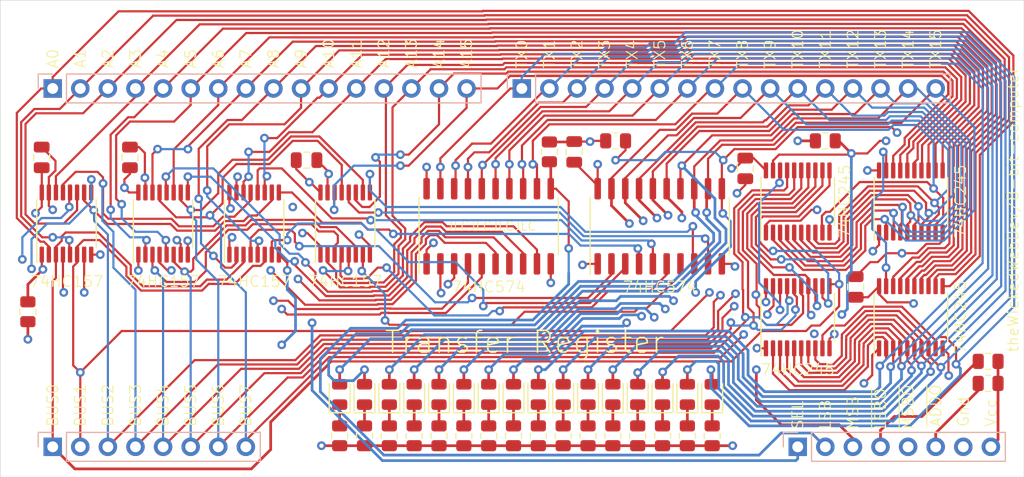
<source format=kicad_pcb>
(kicad_pcb (version 20171130) (host pcbnew "(5.1.10-1-10_14)")
  (layers (0 F.Cu signal) (1 In1.Cu signal) (2 In2.Cu signal) (31 B.Cu signal) (34 B.Paste user) (35 F.Paste user) (36 B.SilkS user) (37 F.SilkS user) (38 B.Mask user) (39 F.Mask user) (44 Edge.Cuts user))
  (net 0 "")
  (net 1 "Net-(D1-Pad1)")
  (net 2 "Net-(D2-Pad1)")
  (net 3 "Net-(D3-Pad1)")
  (net 4 "Net-(D4-Pad1)")
  (net 5 "Net-(D5-Pad1)")
  (net 6 "Net-(D6-Pad1)")
  (net 7 "Net-(D7-Pad1)")
  (net 8 "Net-(D8-Pad1)")
  (net 9 "Net-(D9-Pad1)")
  (net 10 "Net-(D10-Pad1)")
  (net 11 "Net-(D11-Pad1)")
  (net 12 "Net-(D12-Pad1)")
  (net 13 "Net-(D13-Pad1)")
  (net 14 "Net-(D14-Pad1)")
  (net 15 "Net-(D15-Pad1)")
  (net 16 "Net-(D16-Pad1)")
  (net 17 GND)
  (net 18 VCC)
  (net 19 TX_REG_15)
  (net 20 TX_REG_14)
  (net 21 TX_REG_13)
  (net 22 TX_REG_12)
  (net 23 TX_REG_11)
  (net 24 TX_REG_10)
  (net 25 TX_REG_9)
  (net 26 TX_REG_8)
  (net 27 TX_REG_7)
  (net 28 TX_REG_6)
  (net 29 TX_REG_5)
  (net 30 TX_REG_4)
  (net 31 TX_REG_3)
  (net 32 TX_REG_2)
  (net 33 TX_REG_1)
  (net 34 ~ASSERT_ADDRESS)
  (net 35 ~ASSERT_MSB_MAIN)
  (net 36 ~ASSERT_LSB_MAIN)
  (net 37 LATCH_MSB)
  (net 38 LATCH_LSB)
  (net 39 BUS_SELECT)
  (net 40 BUS7)
  (net 41 BUS6)
  (net 42 BUS5)
  (net 43 BUS4)
  (net 44 BUS3)
  (net 45 BUS2)
  (net 46 BUS1)
  (net 47 BUS0)
  (net 48 A15)
  (net 49 A14)
  (net 50 A13)
  (net 51 A12)
  (net 52 A11)
  (net 53 A10)
  (net 54 A9)
  (net 55 A8)
  (net 56 A7)
  (net 57 A6)
  (net 58 A5)
  (net 59 A4)
  (net 60 A3)
  (net 61 A2)
  (net 62 A1)
  (net 63 A0)
  (net 64 TX_REG_0)
  (net 65 TX7)
  (net 66 TX6)
  (net 67 TX5)
  (net 68 TX4)
  (net 69 TX3)
  (net 70 TX2)
  (net 71 TX1)
  (net 72 TX0)
  (net 73 TX11)
  (net 74 TX10)
  (net 75 TX9)
  (net 76 TX8)
  (net 77 TX15)
  (net 78 TX14)
  (net 79 TX13)
  (net 80 TX12)
  (module Resistor_SMD:R_0805_2012Metric (layer F.Cu) (at 134.62 95.758 180)
    (fp_text reference R22 hide)
    (fp_text value R_US)
    (pad 2 smd roundrect (at 0.9125 0 180) (size 1.025 1.4) (layers F.Cu F.Paste F.Mask) (roundrect_rratio 0.2439014634146341) (net 34 ~ASSERT_ADDRESS))
    (pad 1 smd roundrect (at -0.9125 0 180) (size 1.025 1.4) (layers F.Cu F.Paste F.Mask) (roundrect_rratio 0.2439014634146341) (net 18 VCC))
  )
  (module Resistor_SMD:R_0805_2012Metric (layer F.Cu) (at 119.634 73.406)
    (fp_text reference R21 hide)
    (fp_text value R_US)
    (pad 2 smd roundrect (at 0.9125 0) (size 1.025 1.4) (layers F.Cu F.Paste F.Mask) (roundrect_rratio 0.2439014634146341) (net 35 ~ASSERT_MSB_MAIN))
    (pad 1 smd roundrect (at -0.9125 0) (size 1.025 1.4) (layers F.Cu F.Paste F.Mask) (roundrect_rratio 0.2439014634146341) (net 18 VCC))
  )
  (module Resistor_SMD:R_0805_2012Metric (layer F.Cu) (at 134.62 93.726 180)
    (fp_text reference R20 hide)
    (fp_text value R_US)
    (pad 2 smd roundrect (at 0.9125 0 180) (size 1.025 1.4) (layers F.Cu F.Paste F.Mask) (roundrect_rratio 0.2439014634146341) (net 36 ~ASSERT_LSB_MAIN))
    (pad 1 smd roundrect (at -0.9125 0 180) (size 1.025 1.4) (layers F.Cu F.Paste F.Mask) (roundrect_rratio 0.2439014634146341) (net 18 VCC))
  )
  (module Resistor_SMD:R_0805_2012Metric (layer F.Cu) (at 100.33 73.406)
    (fp_text reference R19 hide)
    (fp_text value R_US)
    (pad 2 smd roundrect (at 0.9125 0) (size 1.025 1.4) (layers F.Cu F.Paste F.Mask) (roundrect_rratio 0.2439014634146341) (net 37 LATCH_MSB))
    (pad 1 smd roundrect (at -0.9125 0) (size 1.025 1.4) (layers F.Cu F.Paste F.Mask) (roundrect_rratio 0.2439014634146341) (net 17 GND))
  )
  (module Resistor_SMD:R_0805_2012Metric (layer F.Cu) (at 94.234 74.422 270)
    (fp_text reference R18 hide)
    (fp_text value R_US)
    (pad 2 smd roundrect (at 0.9125 0 270) (size 1.025 1.4) (layers F.Cu F.Paste F.Mask) (roundrect_rratio 0.2439014634146341) (net 38 LATCH_LSB))
    (pad 1 smd roundrect (at -0.9125 0 270) (size 1.025 1.4) (layers F.Cu F.Paste F.Mask) (roundrect_rratio 0.2439014634146341) (net 17 GND))
  )
  (module Resistor_SMD:R_0805_2012Metric (layer F.Cu) (at 46.228 89.154 90)
    (fp_text reference R17 hide)
    (fp_text value R_US)
    (pad 2 smd roundrect (at 0.9125 0 90) (size 1.025 1.4) (layers F.Cu F.Paste F.Mask) (roundrect_rratio 0.2439014634146341) (net 39 BUS_SELECT))
    (pad 1 smd roundrect (at -0.9125 0 90) (size 1.025 1.4) (layers F.Cu F.Paste F.Mask) (roundrect_rratio 0.2439014634146341) (net 17 GND))
  )
  (module Package_SO:TSSOP-20_4.4x6.5mm_P0.65mm (layer F.Cu) (at 117.094 78.994 90)
    (fp_text reference U7 hide)
    (fp_text value 74LS245)
    (fp_text user 74HC245 (at 0 4.318 270) (layer F.SilkS) (effects (font (thickness 0.1))))
    (pad 20 smd roundrect (at 2.8625 -2.925 90) (size 1.475 0.4) (layers F.Cu F.Paste F.Mask) (net 18 VCC))
    (pad 19 smd roundrect (at 2.8625 -2.275 90) (size 1.475 0.4) (layers F.Cu F.Paste F.Mask) (net 35 ~ASSERT_MSB_MAIN))
    (pad 18 smd roundrect (at 2.8625 -1.625 90) (size 1.475 0.4) (layers F.Cu F.Paste F.Mask) (net 40 BUS7))
    (pad 17 smd roundrect (at 2.8625 -0.975 90) (size 1.475 0.4) (layers F.Cu F.Paste F.Mask) (net 41 BUS6))
    (pad 16 smd roundrect (at 2.8625 -0.325 90) (size 1.475 0.4) (layers F.Cu F.Paste F.Mask) (net 42 BUS5))
    (pad 15 smd roundrect (at 2.8625 0.325 90) (size 1.475 0.4) (layers F.Cu F.Paste F.Mask) (net 43 BUS4))
    (pad 14 smd roundrect (at 2.8625 0.975 90) (size 1.475 0.4) (layers F.Cu F.Paste F.Mask) (net 44 BUS3))
    (pad 13 smd roundrect (at 2.8625 1.625 90) (size 1.475 0.4) (layers F.Cu F.Paste F.Mask) (net 45 BUS2))
    (pad 12 smd roundrect (at 2.8625 2.275 90) (size 1.475 0.4) (layers F.Cu F.Paste F.Mask) (net 46 BUS1))
    (pad 11 smd roundrect (at 2.8625 2.925 90) (size 1.475 0.4) (layers F.Cu F.Paste F.Mask) (net 47 BUS0))
    (pad 10 smd roundrect (at -2.8625 2.925 90) (size 1.475 0.4) (layers F.Cu F.Paste F.Mask) (net 17 GND))
    (pad 9 smd roundrect (at -2.8625 2.275 90) (size 1.475 0.4) (layers F.Cu F.Paste F.Mask) (net 26 TX_REG_8))
    (pad 8 smd roundrect (at -2.8625 1.625 90) (size 1.475 0.4) (layers F.Cu F.Paste F.Mask) (net 25 TX_REG_9))
    (pad 7 smd roundrect (at -2.8625 0.975 90) (size 1.475 0.4) (layers F.Cu F.Paste F.Mask) (net 24 TX_REG_10))
    (pad 6 smd roundrect (at -2.8625 0.325 90) (size 1.475 0.4) (layers F.Cu F.Paste F.Mask) (net 23 TX_REG_11))
    (pad 5 smd roundrect (at -2.8625 -0.325 90) (size 1.475 0.4) (layers F.Cu F.Paste F.Mask) (net 22 TX_REG_12))
    (pad 4 smd roundrect (at -2.8625 -0.975 90) (size 1.475 0.4) (layers F.Cu F.Paste F.Mask) (net 21 TX_REG_13))
    (pad 3 smd roundrect (at -2.8625 -1.625 90) (size 1.475 0.4) (layers F.Cu F.Paste F.Mask) (net 20 TX_REG_14))
    (pad 2 smd roundrect (at -2.8625 -2.275 90) (size 1.475 0.4) (layers F.Cu F.Paste F.Mask) (net 19 TX_REG_15))
    (pad 1 smd roundrect (at -2.8625 -2.925 90) (size 1.475 0.4) (layers F.Cu F.Paste F.Mask) (net 18 VCC))
  )
  (module Resistor_SMD:R_0805_2012Metric (layer F.Cu) (at 109.22 100.584 270)
    (fp_text reference R16 hide)
    (fp_text value R_US)
    (pad 2 smd roundrect (at 0.9125 0 270) (size 1.025 1.4) (layers F.Cu F.Paste F.Mask) (roundrect_rratio 0.2439014634146341) (net 17 GND))
    (pad 1 smd roundrect (at -0.9125 0 270) (size 1.025 1.4) (layers F.Cu F.Paste F.Mask) (roundrect_rratio 0.2439014634146341) (net 16 "Net-(D16-Pad1)"))
  )
  (module Resistor_SMD:R_0805_2012Metric (layer F.Cu) (at 106.934 100.584 270)
    (fp_text reference R15 hide)
    (fp_text value R_US)
    (pad 2 smd roundrect (at 0.9125 0 270) (size 1.025 1.4) (layers F.Cu F.Paste F.Mask) (roundrect_rratio 0.2439014634146341) (net 17 GND))
    (pad 1 smd roundrect (at -0.9125 0 270) (size 1.025 1.4) (layers F.Cu F.Paste F.Mask) (roundrect_rratio 0.2439014634146341) (net 15 "Net-(D15-Pad1)"))
  )
  (module Resistor_SMD:R_0805_2012Metric (layer F.Cu) (at 104.648 100.584 270)
    (fp_text reference R14 hide)
    (fp_text value R_US)
    (pad 2 smd roundrect (at 0.9125 0 270) (size 1.025 1.4) (layers F.Cu F.Paste F.Mask) (roundrect_rratio 0.2439014634146341) (net 17 GND))
    (pad 1 smd roundrect (at -0.9125 0 270) (size 1.025 1.4) (layers F.Cu F.Paste F.Mask) (roundrect_rratio 0.2439014634146341) (net 14 "Net-(D14-Pad1)"))
  )
  (module Resistor_SMD:R_0805_2012Metric (layer F.Cu) (at 102.362 100.584 270)
    (fp_text reference R13 hide)
    (fp_text value R_US)
    (pad 2 smd roundrect (at 0.9125 0 270) (size 1.025 1.4) (layers F.Cu F.Paste F.Mask) (roundrect_rratio 0.2439014634146341) (net 17 GND))
    (pad 1 smd roundrect (at -0.9125 0 270) (size 1.025 1.4) (layers F.Cu F.Paste F.Mask) (roundrect_rratio 0.2439014634146341) (net 13 "Net-(D13-Pad1)"))
  )
  (module Resistor_SMD:R_0805_2012Metric (layer F.Cu) (at 100.076 100.584 270)
    (fp_text reference R12 hide)
    (fp_text value R_US)
    (pad 2 smd roundrect (at 0.9125 0 270) (size 1.025 1.4) (layers F.Cu F.Paste F.Mask) (roundrect_rratio 0.2439014634146341) (net 17 GND))
    (pad 1 smd roundrect (at -0.9125 0 270) (size 1.025 1.4) (layers F.Cu F.Paste F.Mask) (roundrect_rratio 0.2439014634146341) (net 12 "Net-(D12-Pad1)"))
  )
  (module Resistor_SMD:R_0805_2012Metric (layer F.Cu) (at 97.79 100.584 270)
    (fp_text reference R11 hide)
    (fp_text value R_US)
    (pad 2 smd roundrect (at 0.9125 0 270) (size 1.025 1.4) (layers F.Cu F.Paste F.Mask) (roundrect_rratio 0.2439014634146341) (net 17 GND))
    (pad 1 smd roundrect (at -0.9125 0 270) (size 1.025 1.4) (layers F.Cu F.Paste F.Mask) (roundrect_rratio 0.2439014634146341) (net 11 "Net-(D11-Pad1)"))
  )
  (module Resistor_SMD:R_0805_2012Metric (layer F.Cu) (at 95.504 100.584 270)
    (fp_text reference R10 hide)
    (fp_text value R_US)
    (pad 2 smd roundrect (at 0.9125 0 270) (size 1.025 1.4) (layers F.Cu F.Paste F.Mask) (roundrect_rratio 0.2439014634146341) (net 17 GND))
    (pad 1 smd roundrect (at -0.9125 0 270) (size 1.025 1.4) (layers F.Cu F.Paste F.Mask) (roundrect_rratio 0.2439014634146341) (net 10 "Net-(D10-Pad1)"))
  )
  (module Resistor_SMD:R_0805_2012Metric (layer F.Cu) (at 93.218 100.584 270)
    (fp_text reference R9 hide)
    (fp_text value R_US)
    (pad 2 smd roundrect (at 0.9125 0 270) (size 1.025 1.4) (layers F.Cu F.Paste F.Mask) (roundrect_rratio 0.2439014634146341) (net 17 GND))
    (pad 1 smd roundrect (at -0.9125 0 270) (size 1.025 1.4) (layers F.Cu F.Paste F.Mask) (roundrect_rratio 0.2439014634146341) (net 9 "Net-(D9-Pad1)"))
  )
  (module Resistor_SMD:R_0805_2012Metric (layer F.Cu) (at 90.932 100.584 270)
    (fp_text reference R8 hide)
    (fp_text value R_US)
    (pad 2 smd roundrect (at 0.9125 0 270) (size 1.025 1.4) (layers F.Cu F.Paste F.Mask) (roundrect_rratio 0.2439014634146341) (net 17 GND))
    (pad 1 smd roundrect (at -0.9125 0 270) (size 1.025 1.4) (layers F.Cu F.Paste F.Mask) (roundrect_rratio 0.2439014634146341) (net 8 "Net-(D8-Pad1)"))
  )
  (module Resistor_SMD:R_0805_2012Metric (layer F.Cu) (at 88.646 100.584 270)
    (fp_text reference R7 hide)
    (fp_text value R_US)
    (pad 2 smd roundrect (at 0.9125 0 270) (size 1.025 1.4) (layers F.Cu F.Paste F.Mask) (roundrect_rratio 0.2439014634146341) (net 17 GND))
    (pad 1 smd roundrect (at -0.9125 0 270) (size 1.025 1.4) (layers F.Cu F.Paste F.Mask) (roundrect_rratio 0.2439014634146341) (net 7 "Net-(D7-Pad1)"))
  )
  (module Resistor_SMD:R_0805_2012Metric (layer F.Cu) (at 86.36 100.584 270)
    (fp_text reference R6 hide)
    (fp_text value R_US)
    (pad 2 smd roundrect (at 0.9125 0 270) (size 1.025 1.4) (layers F.Cu F.Paste F.Mask) (roundrect_rratio 0.2439014634146341) (net 17 GND))
    (pad 1 smd roundrect (at -0.9125 0 270) (size 1.025 1.4) (layers F.Cu F.Paste F.Mask) (roundrect_rratio 0.2439014634146341) (net 6 "Net-(D6-Pad1)"))
  )
  (module Resistor_SMD:R_0805_2012Metric (layer F.Cu) (at 84.074 100.584 270)
    (fp_text reference R5 hide)
    (fp_text value R_US)
    (pad 2 smd roundrect (at 0.9125 0 270) (size 1.025 1.4) (layers F.Cu F.Paste F.Mask) (roundrect_rratio 0.2439014634146341) (net 17 GND))
    (pad 1 smd roundrect (at -0.9125 0 270) (size 1.025 1.4) (layers F.Cu F.Paste F.Mask) (roundrect_rratio 0.2439014634146341) (net 5 "Net-(D5-Pad1)"))
  )
  (module Resistor_SMD:R_0805_2012Metric (layer F.Cu) (at 81.788 100.584 270)
    (fp_text reference R4 hide)
    (fp_text value R_US)
    (pad 2 smd roundrect (at 0.9125 0 270) (size 1.025 1.4) (layers F.Cu F.Paste F.Mask) (roundrect_rratio 0.2439014634146341) (net 17 GND))
    (pad 1 smd roundrect (at -0.9125 0 270) (size 1.025 1.4) (layers F.Cu F.Paste F.Mask) (roundrect_rratio 0.2439014634146341) (net 4 "Net-(D4-Pad1)"))
  )
  (module Resistor_SMD:R_0805_2012Metric (layer F.Cu) (at 79.502 100.584 270)
    (fp_text reference R3 hide)
    (fp_text value R_US)
    (pad 2 smd roundrect (at 0.9125 0 270) (size 1.025 1.4) (layers F.Cu F.Paste F.Mask) (roundrect_rratio 0.2439014634146341) (net 17 GND))
    (pad 1 smd roundrect (at -0.9125 0 270) (size 1.025 1.4) (layers F.Cu F.Paste F.Mask) (roundrect_rratio 0.2439014634146341) (net 3 "Net-(D3-Pad1)"))
  )
  (module Resistor_SMD:R_0805_2012Metric (layer F.Cu) (at 77.216 100.584 270)
    (fp_text reference R2 hide)
    (fp_text value R_US)
    (pad 2 smd roundrect (at 0.9125 0 270) (size 1.025 1.4) (layers F.Cu F.Paste F.Mask) (roundrect_rratio 0.2439014634146341) (net 17 GND))
    (pad 1 smd roundrect (at -0.9125 0 270) (size 1.025 1.4) (layers F.Cu F.Paste F.Mask) (roundrect_rratio 0.2439014634146341) (net 2 "Net-(D2-Pad1)"))
  )
  (module Resistor_SMD:R_0805_2012Metric (layer F.Cu) (at 74.93 100.584 270)
    (fp_text reference R1 hide)
    (fp_text value R_US)
    (pad 2 smd roundrect (at 0.9125 0 270) (size 1.025 1.4) (layers F.Cu F.Paste F.Mask) (roundrect_rratio 0.2439014634146341) (net 17 GND))
    (pad 1 smd roundrect (at -0.9125 0 270) (size 1.025 1.4) (layers F.Cu F.Paste F.Mask) (roundrect_rratio 0.2439014634146341) (net 1 "Net-(D1-Pad1)"))
  )
  (module LED_SMD:LED_0805_2012Metric (layer F.Cu) (at 109.22 96.774 90)
    (fp_text reference D16 hide)
    (fp_text value LED)
    (pad 2 smd roundrect (at 0.9375 0 90) (size 0.975 1.4) (layers F.Cu F.Paste F.Mask) (net 64 TX_REG_0))
    (pad 1 smd roundrect (at -0.9375 0 90) (size 0.975 1.4) (layers F.Cu F.Paste F.Mask) (net 16 "Net-(D16-Pad1)"))
  )
  (module LED_SMD:LED_0805_2012Metric (layer F.Cu) (at 106.934 96.774 90)
    (fp_text reference D15 hide)
    (fp_text value LED)
    (pad 2 smd roundrect (at 0.9375 0 90) (size 0.975 1.4) (layers F.Cu F.Paste F.Mask) (net 33 TX_REG_1))
    (pad 1 smd roundrect (at -0.9375 0 90) (size 0.975 1.4) (layers F.Cu F.Paste F.Mask) (net 15 "Net-(D15-Pad1)"))
  )
  (module LED_SMD:LED_0805_2012Metric (layer F.Cu) (at 104.648 96.774 90)
    (fp_text reference D14 hide)
    (fp_text value LED)
    (pad 2 smd roundrect (at 0.9375 0 90) (size 0.975 1.4) (layers F.Cu F.Paste F.Mask) (net 32 TX_REG_2))
    (pad 1 smd roundrect (at -0.9375 0 90) (size 0.975 1.4) (layers F.Cu F.Paste F.Mask) (net 14 "Net-(D14-Pad1)"))
  )
  (module LED_SMD:LED_0805_2012Metric (layer F.Cu) (at 102.362 96.774 90)
    (fp_text reference D13 hide)
    (fp_text value LED)
    (pad 2 smd roundrect (at 0.9375 0 90) (size 0.975 1.4) (layers F.Cu F.Paste F.Mask) (net 31 TX_REG_3))
    (pad 1 smd roundrect (at -0.9375 0 90) (size 0.975 1.4) (layers F.Cu F.Paste F.Mask) (net 13 "Net-(D13-Pad1)"))
  )
  (module LED_SMD:LED_0805_2012Metric (layer F.Cu) (at 100.076 96.774 90)
    (fp_text reference D12 hide)
    (fp_text value LED)
    (pad 2 smd roundrect (at 0.9375 0 90) (size 0.975 1.4) (layers F.Cu F.Paste F.Mask) (net 30 TX_REG_4))
    (pad 1 smd roundrect (at -0.9375 0 90) (size 0.975 1.4) (layers F.Cu F.Paste F.Mask) (net 12 "Net-(D12-Pad1)"))
  )
  (module LED_SMD:LED_0805_2012Metric (layer F.Cu) (at 97.79 96.774 90)
    (fp_text reference D11 hide)
    (fp_text value LED)
    (pad 2 smd roundrect (at 0.9375 0 90) (size 0.975 1.4) (layers F.Cu F.Paste F.Mask) (net 29 TX_REG_5))
    (pad 1 smd roundrect (at -0.9375 0 90) (size 0.975 1.4) (layers F.Cu F.Paste F.Mask) (net 11 "Net-(D11-Pad1)"))
  )
  (module LED_SMD:LED_0805_2012Metric (layer F.Cu) (at 95.504 96.774 90)
    (fp_text reference D10 hide)
    (fp_text value LED)
    (pad 2 smd roundrect (at 0.9375 0 90) (size 0.975 1.4) (layers F.Cu F.Paste F.Mask) (net 28 TX_REG_6))
    (pad 1 smd roundrect (at -0.9375 0 90) (size 0.975 1.4) (layers F.Cu F.Paste F.Mask) (net 10 "Net-(D10-Pad1)"))
  )
  (module LED_SMD:LED_0805_2012Metric (layer F.Cu) (at 93.218 96.774 90)
    (fp_text reference D9 hide)
    (fp_text value LED)
    (pad 2 smd roundrect (at 0.9375 0 90) (size 0.975 1.4) (layers F.Cu F.Paste F.Mask) (net 27 TX_REG_7))
    (pad 1 smd roundrect (at -0.9375 0 90) (size 0.975 1.4) (layers F.Cu F.Paste F.Mask) (net 9 "Net-(D9-Pad1)"))
  )
  (module LED_SMD:LED_0805_2012Metric (layer F.Cu) (at 90.932 96.774 90)
    (fp_text reference D8 hide)
    (fp_text value LED)
    (pad 2 smd roundrect (at 0.9375 0 90) (size 0.975 1.4) (layers F.Cu F.Paste F.Mask) (net 26 TX_REG_8))
    (pad 1 smd roundrect (at -0.9375 0 90) (size 0.975 1.4) (layers F.Cu F.Paste F.Mask) (net 8 "Net-(D8-Pad1)"))
  )
  (module LED_SMD:LED_0805_2012Metric (layer F.Cu) (at 88.646 96.774 90)
    (fp_text reference D7 hide)
    (fp_text value LED)
    (pad 2 smd roundrect (at 0.9375 0 90) (size 0.975 1.4) (layers F.Cu F.Paste F.Mask) (net 25 TX_REG_9))
    (pad 1 smd roundrect (at -0.9375 0 90) (size 0.975 1.4) (layers F.Cu F.Paste F.Mask) (net 7 "Net-(D7-Pad1)"))
  )
  (module LED_SMD:LED_0805_2012Metric (layer F.Cu) (at 86.36 96.774 90)
    (fp_text reference D6 hide)
    (fp_text value LED)
    (pad 2 smd roundrect (at 0.9375 0 90) (size 0.975 1.4) (layers F.Cu F.Paste F.Mask) (net 24 TX_REG_10))
    (pad 1 smd roundrect (at -0.9375 0 90) (size 0.975 1.4) (layers F.Cu F.Paste F.Mask) (net 6 "Net-(D6-Pad1)"))
  )
  (module LED_SMD:LED_0805_2012Metric (layer F.Cu) (at 84.074 96.774 90)
    (fp_text reference D5 hide)
    (fp_text value LED)
    (pad 2 smd roundrect (at 0.9375 0 90) (size 0.975 1.4) (layers F.Cu F.Paste F.Mask) (net 23 TX_REG_11))
    (pad 1 smd roundrect (at -0.9375 0 90) (size 0.975 1.4) (layers F.Cu F.Paste F.Mask) (net 5 "Net-(D5-Pad1)"))
  )
  (module LED_SMD:LED_0805_2012Metric (layer F.Cu) (at 81.788 96.774 90)
    (fp_text reference D4 hide)
    (fp_text value LED)
    (pad 2 smd roundrect (at 0.9375 0 90) (size 0.975 1.4) (layers F.Cu F.Paste F.Mask) (net 22 TX_REG_12))
    (pad 1 smd roundrect (at -0.9375 0 90) (size 0.975 1.4) (layers F.Cu F.Paste F.Mask) (net 4 "Net-(D4-Pad1)"))
  )
  (module LED_SMD:LED_0805_2012Metric (layer F.Cu) (at 79.502 96.774 90)
    (fp_text reference D3 hide)
    (fp_text value LED)
    (pad 2 smd roundrect (at 0.9375 0 90) (size 0.975 1.4) (layers F.Cu F.Paste F.Mask) (net 21 TX_REG_13))
    (pad 1 smd roundrect (at -0.9375 0 90) (size 0.975 1.4) (layers F.Cu F.Paste F.Mask) (net 3 "Net-(D3-Pad1)"))
  )
  (module LED_SMD:LED_0805_2012Metric (layer F.Cu) (at 77.216 96.774 90)
    (fp_text reference D2 hide)
    (fp_text value LED)
    (pad 2 smd roundrect (at 0.9375 0 90) (size 0.975 1.4) (layers F.Cu F.Paste F.Mask) (net 20 TX_REG_14))
    (pad 1 smd roundrect (at -0.9375 0 90) (size 0.975 1.4) (layers F.Cu F.Paste F.Mask) (net 2 "Net-(D2-Pad1)"))
  )
  (module LED_SMD:LED_0805_2012Metric (layer F.Cu) (at 74.93 96.774 90)
    (fp_text reference D1 hide)
    (fp_text value LED)
    (pad 2 smd roundrect (at 0.9375 0 90) (size 0.975 1.4) (layers F.Cu F.Paste F.Mask) (net 19 TX_REG_15))
    (pad 1 smd roundrect (at -0.9375 0 90) (size 0.975 1.4) (layers F.Cu F.Paste F.Mask) (net 1 "Net-(D1-Pad1)"))
  )
  (module Capacitor_SMD:C_0805_2012Metric (layer F.Cu) (at 96.52 74.422 90)
    (fp_text reference C6 hide)
    (fp_text value C)
    (pad 2 smd roundrect (at 0.95 0 90) (size 1 1.45) (layers F.Cu F.Paste F.Mask) (net 17 GND))
    (pad 1 smd roundrect (at -0.95 0 90) (size 1 1.45) (layers F.Cu F.Paste F.Mask) (net 18 VCC))
  )
  (module Capacitor_SMD:C_0805_2012Metric (layer F.Cu) (at 112.268 75.946 270)
    (fp_text reference C5 hide)
    (fp_text value C)
    (pad 2 smd roundrect (at 0.95 0 270) (size 1 1.45) (layers F.Cu F.Paste F.Mask) (net 17 GND))
    (pad 1 smd roundrect (at -0.95 0 270) (size 1 1.45) (layers F.Cu F.Paste F.Mask) (net 18 VCC))
  )
  (module Capacitor_SMD:C_0805_2012Metric (layer F.Cu) (at 122.428 86.868 90)
    (fp_text reference C4 hide)
    (fp_text value C)
    (pad 2 smd roundrect (at 0.95 0 90) (size 1 1.45) (layers F.Cu F.Paste F.Mask) (net 17 GND))
    (pad 1 smd roundrect (at -0.95 0 90) (size 1 1.45) (layers F.Cu F.Paste F.Mask) (net 18 VCC))
  )
  (module Capacitor_SMD:C_0805_2012Metric (layer F.Cu) (at 71.882 75.184)
    (fp_text reference C3 hide)
    (fp_text value C)
    (pad 2 smd roundrect (at 0.95 0) (size 1 1.45) (layers F.Cu F.Paste F.Mask) (net 17 GND))
    (pad 1 smd roundrect (at -0.95 0) (size 1 1.45) (layers F.Cu F.Paste F.Mask) (net 18 VCC))
  )
  (module Capacitor_SMD:C_0805_2012Metric (layer F.Cu) (at 47.498 74.93 90)
    (fp_text reference C2 hide)
    (fp_text value C)
    (pad 2 smd roundrect (at 0.95 0 90) (size 1 1.45) (layers F.Cu F.Paste F.Mask) (net 17 GND))
    (pad 1 smd roundrect (at -0.95 0 90) (size 1 1.45) (layers F.Cu F.Paste F.Mask) (net 18 VCC))
  )
  (module Capacitor_SMD:C_0805_2012Metric (layer F.Cu) (at 55.626 74.93 90)
    (fp_text reference C1 hide)
    (fp_text value C)
    (pad 2 smd roundrect (at 0.95 0 90) (size 1 1.45) (layers F.Cu F.Paste F.Mask) (net 17 GND))
    (pad 1 smd roundrect (at -0.95 0 90) (size 1 1.45) (layers F.Cu F.Paste F.Mask) (net 18 VCC))
  )
  (module Package_SO:TSSOP-20_4.4x6.5mm_P0.65mm (layer F.Cu) (at 127.508 89.662 90)
    (fp_text reference U10 hide)
    (fp_text value 74LS245)
    (fp_text user 74HC245 (at 0 4.572 90) (layer F.SilkS) (effects (font (thickness 0.1))))
    (pad 20 smd roundrect (at 2.8625 -2.925 90) (size 1.475 0.4) (layers F.Cu F.Paste F.Mask) (net 18 VCC))
    (pad 19 smd roundrect (at 2.8625 -2.275 90) (size 1.475 0.4) (layers F.Cu F.Paste F.Mask) (net 34 ~ASSERT_ADDRESS))
    (pad 18 smd roundrect (at 2.8625 -1.625 90) (size 1.475 0.4) (layers F.Cu F.Paste F.Mask) (net 56 A7))
    (pad 17 smd roundrect (at 2.8625 -0.975 90) (size 1.475 0.4) (layers F.Cu F.Paste F.Mask) (net 57 A6))
    (pad 16 smd roundrect (at 2.8625 -0.325 90) (size 1.475 0.4) (layers F.Cu F.Paste F.Mask) (net 58 A5))
    (pad 15 smd roundrect (at 2.8625 0.325 90) (size 1.475 0.4) (layers F.Cu F.Paste F.Mask) (net 59 A4))
    (pad 14 smd roundrect (at 2.8625 0.975 90) (size 1.475 0.4) (layers F.Cu F.Paste F.Mask) (net 60 A3))
    (pad 13 smd roundrect (at 2.8625 1.625 90) (size 1.475 0.4) (layers F.Cu F.Paste F.Mask) (net 61 A2))
    (pad 12 smd roundrect (at 2.8625 2.275 90) (size 1.475 0.4) (layers F.Cu F.Paste F.Mask) (net 62 A1))
    (pad 11 smd roundrect (at 2.8625 2.925 90) (size 1.475 0.4) (layers F.Cu F.Paste F.Mask) (net 63 A0))
    (pad 10 smd roundrect (at -2.8625 2.925 90) (size 1.475 0.4) (layers F.Cu F.Paste F.Mask) (net 17 GND))
    (pad 9 smd roundrect (at -2.8625 2.275 90) (size 1.475 0.4) (layers F.Cu F.Paste F.Mask) (net 64 TX_REG_0))
    (pad 8 smd roundrect (at -2.8625 1.625 90) (size 1.475 0.4) (layers F.Cu F.Paste F.Mask) (net 33 TX_REG_1))
    (pad 7 smd roundrect (at -2.8625 0.975 90) (size 1.475 0.4) (layers F.Cu F.Paste F.Mask) (net 32 TX_REG_2))
    (pad 6 smd roundrect (at -2.8625 0.325 90) (size 1.475 0.4) (layers F.Cu F.Paste F.Mask) (net 31 TX_REG_3))
    (pad 5 smd roundrect (at -2.8625 -0.325 90) (size 1.475 0.4) (layers F.Cu F.Paste F.Mask) (net 30 TX_REG_4))
    (pad 4 smd roundrect (at -2.8625 -0.975 90) (size 1.475 0.4) (layers F.Cu F.Paste F.Mask) (net 29 TX_REG_5))
    (pad 3 smd roundrect (at -2.8625 -1.625 90) (size 1.475 0.4) (layers F.Cu F.Paste F.Mask) (net 28 TX_REG_6))
    (pad 2 smd roundrect (at -2.8625 -2.275 90) (size 1.475 0.4) (layers F.Cu F.Paste F.Mask) (net 27 TX_REG_7))
    (pad 1 smd roundrect (at -2.8625 -2.925 90) (size 1.475 0.4) (layers F.Cu F.Paste F.Mask) (net 18 VCC))
  )
  (module Package_SO:TSSOP-20_4.4x6.5mm_P0.65mm (layer F.Cu) (at 117.094 89.662 90)
    (fp_text reference U9 hide)
    (fp_text value 74LS245)
    (fp_text user 74HC245 (at -4.826 0 180) (layer F.SilkS) (effects (font (thickness 0.1))))
    (pad 20 smd roundrect (at 2.8625 -2.925 90) (size 1.475 0.4) (layers F.Cu F.Paste F.Mask) (net 18 VCC))
    (pad 19 smd roundrect (at 2.8625 -2.275 90) (size 1.475 0.4) (layers F.Cu F.Paste F.Mask) (net 36 ~ASSERT_LSB_MAIN))
    (pad 18 smd roundrect (at 2.8625 -1.625 90) (size 1.475 0.4) (layers F.Cu F.Paste F.Mask) (net 40 BUS7))
    (pad 17 smd roundrect (at 2.8625 -0.975 90) (size 1.475 0.4) (layers F.Cu F.Paste F.Mask) (net 41 BUS6))
    (pad 16 smd roundrect (at 2.8625 -0.325 90) (size 1.475 0.4) (layers F.Cu F.Paste F.Mask) (net 42 BUS5))
    (pad 15 smd roundrect (at 2.8625 0.325 90) (size 1.475 0.4) (layers F.Cu F.Paste F.Mask) (net 43 BUS4))
    (pad 14 smd roundrect (at 2.8625 0.975 90) (size 1.475 0.4) (layers F.Cu F.Paste F.Mask) (net 44 BUS3))
    (pad 13 smd roundrect (at 2.8625 1.625 90) (size 1.475 0.4) (layers F.Cu F.Paste F.Mask) (net 45 BUS2))
    (pad 12 smd roundrect (at 2.8625 2.275 90) (size 1.475 0.4) (layers F.Cu F.Paste F.Mask) (net 46 BUS1))
    (pad 11 smd roundrect (at 2.8625 2.925 90) (size 1.475 0.4) (layers F.Cu F.Paste F.Mask) (net 47 BUS0))
    (pad 10 smd roundrect (at -2.8625 2.925 90) (size 1.475 0.4) (layers F.Cu F.Paste F.Mask) (net 17 GND))
    (pad 9 smd roundrect (at -2.8625 2.275 90) (size 1.475 0.4) (layers F.Cu F.Paste F.Mask) (net 64 TX_REG_0))
    (pad 8 smd roundrect (at -2.8625 1.625 90) (size 1.475 0.4) (layers F.Cu F.Paste F.Mask) (net 33 TX_REG_1))
    (pad 7 smd roundrect (at -2.8625 0.975 90) (size 1.475 0.4) (layers F.Cu F.Paste F.Mask) (net 32 TX_REG_2))
    (pad 6 smd roundrect (at -2.8625 0.325 90) (size 1.475 0.4) (layers F.Cu F.Paste F.Mask) (net 31 TX_REG_3))
    (pad 5 smd roundrect (at -2.8625 -0.325 90) (size 1.475 0.4) (layers F.Cu F.Paste F.Mask) (net 30 TX_REG_4))
    (pad 4 smd roundrect (at -2.8625 -0.975 90) (size 1.475 0.4) (layers F.Cu F.Paste F.Mask) (net 29 TX_REG_5))
    (pad 3 smd roundrect (at -2.8625 -1.625 90) (size 1.475 0.4) (layers F.Cu F.Paste F.Mask) (net 28 TX_REG_6))
    (pad 2 smd roundrect (at -2.8625 -2.275 90) (size 1.475 0.4) (layers F.Cu F.Paste F.Mask) (net 27 TX_REG_7))
    (pad 1 smd roundrect (at -2.8625 -2.925 90) (size 1.475 0.4) (layers F.Cu F.Paste F.Mask) (net 18 VCC))
  )
  (module Package_SO:TSSOP-20_4.4x6.5mm_P0.65mm (layer F.Cu) (at 127.508 78.994 90)
    (fp_text reference U8 hide)
    (fp_text value 74LS245)
    (fp_text user 74HC245 (at 0 4.572 90) (layer F.SilkS) (effects (font (thickness 0.1))))
    (pad 20 smd roundrect (at 2.8625 -2.925 90) (size 1.475 0.4) (layers F.Cu F.Paste F.Mask) (net 18 VCC))
    (pad 19 smd roundrect (at 2.8625 -2.275 90) (size 1.475 0.4) (layers F.Cu F.Paste F.Mask) (net 34 ~ASSERT_ADDRESS))
    (pad 18 smd roundrect (at 2.8625 -1.625 90) (size 1.475 0.4) (layers F.Cu F.Paste F.Mask) (net 48 A15))
    (pad 17 smd roundrect (at 2.8625 -0.975 90) (size 1.475 0.4) (layers F.Cu F.Paste F.Mask) (net 49 A14))
    (pad 16 smd roundrect (at 2.8625 -0.325 90) (size 1.475 0.4) (layers F.Cu F.Paste F.Mask) (net 50 A13))
    (pad 15 smd roundrect (at 2.8625 0.325 90) (size 1.475 0.4) (layers F.Cu F.Paste F.Mask) (net 51 A12))
    (pad 14 smd roundrect (at 2.8625 0.975 90) (size 1.475 0.4) (layers F.Cu F.Paste F.Mask) (net 52 A11))
    (pad 13 smd roundrect (at 2.8625 1.625 90) (size 1.475 0.4) (layers F.Cu F.Paste F.Mask) (net 53 A10))
    (pad 12 smd roundrect (at 2.8625 2.275 90) (size 1.475 0.4) (layers F.Cu F.Paste F.Mask) (net 54 A9))
    (pad 11 smd roundrect (at 2.8625 2.925 90) (size 1.475 0.4) (layers F.Cu F.Paste F.Mask) (net 55 A8))
    (pad 10 smd roundrect (at -2.8625 2.925 90) (size 1.475 0.4) (layers F.Cu F.Paste F.Mask) (net 17 GND))
    (pad 9 smd roundrect (at -2.8625 2.275 90) (size 1.475 0.4) (layers F.Cu F.Paste F.Mask) (net 26 TX_REG_8))
    (pad 8 smd roundrect (at -2.8625 1.625 90) (size 1.475 0.4) (layers F.Cu F.Paste F.Mask) (net 25 TX_REG_9))
    (pad 7 smd roundrect (at -2.8625 0.975 90) (size 1.475 0.4) (layers F.Cu F.Paste F.Mask) (net 24 TX_REG_10))
    (pad 6 smd roundrect (at -2.8625 0.325 90) (size 1.475 0.4) (layers F.Cu F.Paste F.Mask) (net 23 TX_REG_11))
    (pad 5 smd roundrect (at -2.8625 -0.325 90) (size 1.475 0.4) (layers F.Cu F.Paste F.Mask) (net 22 TX_REG_12))
    (pad 4 smd roundrect (at -2.8625 -0.975 90) (size 1.475 0.4) (layers F.Cu F.Paste F.Mask) (net 21 TX_REG_13))
    (pad 3 smd roundrect (at -2.8625 -1.625 90) (size 1.475 0.4) (layers F.Cu F.Paste F.Mask) (net 20 TX_REG_14))
    (pad 2 smd roundrect (at -2.8625 -2.275 90) (size 1.475 0.4) (layers F.Cu F.Paste F.Mask) (net 19 TX_REG_15))
    (pad 1 smd roundrect (at -2.8625 -2.925 90) (size 1.475 0.4) (layers F.Cu F.Paste F.Mask) (net 18 VCC))
  )
  (module Connector_PinHeader_2.54mm:PinHeader_1x08_P2.54mm_Vertical (layer B.Cu) (at 117.094 101.6 270)
    (fp_text reference J4 hide)
    (fp_text value Conn_01x08)
    (pad 8 thru_hole oval (at 0 -17.78 270) (size 1.7 1.7) (drill 1) (layers *.Cu *.Mask) (net 18 VCC))
    (pad 7 thru_hole oval (at 0 -15.24 270) (size 1.7 1.7) (drill 1) (layers *.Cu *.Mask) (net 17 GND))
    (pad 6 thru_hole oval (at 0 -12.7 270) (size 1.7 1.7) (drill 1) (layers *.Cu *.Mask) (net 34 ~ASSERT_ADDRESS))
    (pad 5 thru_hole oval (at 0 -10.16 270) (size 1.7 1.7) (drill 1) (layers *.Cu *.Mask) (net 35 ~ASSERT_MSB_MAIN))
    (pad 4 thru_hole oval (at 0 -7.62 270) (size 1.7 1.7) (drill 1) (layers *.Cu *.Mask) (net 36 ~ASSERT_LSB_MAIN))
    (pad 3 thru_hole oval (at 0 -5.08 270) (size 1.7 1.7) (drill 1) (layers *.Cu *.Mask) (net 37 LATCH_MSB))
    (pad 2 thru_hole oval (at 0 -2.54 270) (size 1.7 1.7) (drill 1) (layers *.Cu *.Mask) (net 38 LATCH_LSB))
    (pad 1 thru_hole rect (at 0 0 270) (size 1.7 1.7) (drill 1) (layers *.Cu *.Mask) (net 39 BUS_SELECT))
  )
  (module Package_SO:SO-20_5.3x12.6mm_P1.27mm (layer F.Cu) (at 104.394 81.28 90)
    (fp_text reference U5 hide)
    (fp_text value 74LS574)
    (fp_text user 74HC574 (at -5.588 0 180) (layer F.SilkS) (effects (font (thickness 0.1))))
    (pad 20 smd roundrect (at 3.4625 -5.715 90) (size 1.975 0.6) (layers F.Cu F.Paste F.Mask) (net 18 VCC))
    (pad 19 smd roundrect (at 3.4625 -4.445 90) (size 1.975 0.6) (layers F.Cu F.Paste F.Mask) (net 26 TX_REG_8))
    (pad 18 smd roundrect (at 3.4625 -3.175 90) (size 1.975 0.6) (layers F.Cu F.Paste F.Mask) (net 25 TX_REG_9))
    (pad 17 smd roundrect (at 3.4625 -1.905 90) (size 1.975 0.6) (layers F.Cu F.Paste F.Mask) (net 24 TX_REG_10))
    (pad 16 smd roundrect (at 3.4625 -0.635 90) (size 1.975 0.6) (layers F.Cu F.Paste F.Mask) (net 23 TX_REG_11))
    (pad 15 smd roundrect (at 3.4625 0.635 90) (size 1.975 0.6) (layers F.Cu F.Paste F.Mask) (net 22 TX_REG_12))
    (pad 14 smd roundrect (at 3.4625 1.905 90) (size 1.975 0.6) (layers F.Cu F.Paste F.Mask) (net 21 TX_REG_13))
    (pad 13 smd roundrect (at 3.4625 3.175 90) (size 1.975 0.6) (layers F.Cu F.Paste F.Mask) (net 20 TX_REG_14))
    (pad 12 smd roundrect (at 3.4625 4.445 90) (size 1.975 0.6) (layers F.Cu F.Paste F.Mask) (net 19 TX_REG_15))
    (pad 11 smd roundrect (at 3.4625 5.715 90) (size 1.975 0.6) (layers F.Cu F.Paste F.Mask) (net 37 LATCH_MSB))
    (pad 10 smd roundrect (at -3.4625 5.715 90) (size 1.975 0.6) (layers F.Cu F.Paste F.Mask) (net 17 GND))
    (pad 9 smd roundrect (at -3.4625 4.445 90) (size 1.975 0.6) (layers F.Cu F.Paste F.Mask) (net 77 TX15))
    (pad 8 smd roundrect (at -3.4625 3.175 90) (size 1.975 0.6) (layers F.Cu F.Paste F.Mask) (net 78 TX14))
    (pad 7 smd roundrect (at -3.4625 1.905 90) (size 1.975 0.6) (layers F.Cu F.Paste F.Mask) (net 79 TX13))
    (pad 6 smd roundrect (at -3.4625 0.635 90) (size 1.975 0.6) (layers F.Cu F.Paste F.Mask) (net 80 TX12))
    (pad 5 smd roundrect (at -3.4625 -0.635 90) (size 1.975 0.6) (layers F.Cu F.Paste F.Mask) (net 73 TX11))
    (pad 4 smd roundrect (at -3.4625 -1.905 90) (size 1.975 0.6) (layers F.Cu F.Paste F.Mask) (net 74 TX10))
    (pad 3 smd roundrect (at -3.4625 -3.175 90) (size 1.975 0.6) (layers F.Cu F.Paste F.Mask) (net 75 TX9))
    (pad 2 smd roundrect (at -3.4625 -4.445 90) (size 1.975 0.6) (layers F.Cu F.Paste F.Mask) (net 76 TX8))
    (pad 1 smd roundrect (at -3.4625 -5.715 90) (size 1.975 0.6) (layers F.Cu F.Paste F.Mask) (net 17 GND))
  )
  (module Package_SO:SO-20_5.3x12.6mm_P1.27mm (layer F.Cu) (at 88.646 81.28 90)
    (fp_text reference U3 hide)
    (fp_text value 74LS574)
    (fp_text user 74HC574 (at -5.588 0 180) (layer F.SilkS) (effects (font (thickness 0.1))))
    (pad 20 smd roundrect (at 3.4625 -5.715 90) (size 1.975 0.6) (layers F.Cu F.Paste F.Mask) (net 18 VCC))
    (pad 19 smd roundrect (at 3.4625 -4.445 90) (size 1.975 0.6) (layers F.Cu F.Paste F.Mask) (net 64 TX_REG_0))
    (pad 18 smd roundrect (at 3.4625 -3.175 90) (size 1.975 0.6) (layers F.Cu F.Paste F.Mask) (net 33 TX_REG_1))
    (pad 17 smd roundrect (at 3.4625 -1.905 90) (size 1.975 0.6) (layers F.Cu F.Paste F.Mask) (net 32 TX_REG_2))
    (pad 16 smd roundrect (at 3.4625 -0.635 90) (size 1.975 0.6) (layers F.Cu F.Paste F.Mask) (net 31 TX_REG_3))
    (pad 15 smd roundrect (at 3.4625 0.635 90) (size 1.975 0.6) (layers F.Cu F.Paste F.Mask) (net 30 TX_REG_4))
    (pad 14 smd roundrect (at 3.4625 1.905 90) (size 1.975 0.6) (layers F.Cu F.Paste F.Mask) (net 29 TX_REG_5))
    (pad 13 smd roundrect (at 3.4625 3.175 90) (size 1.975 0.6) (layers F.Cu F.Paste F.Mask) (net 28 TX_REG_6))
    (pad 12 smd roundrect (at 3.4625 4.445 90) (size 1.975 0.6) (layers F.Cu F.Paste F.Mask) (net 27 TX_REG_7))
    (pad 11 smd roundrect (at 3.4625 5.715 90) (size 1.975 0.6) (layers F.Cu F.Paste F.Mask) (net 38 LATCH_LSB))
    (pad 10 smd roundrect (at -3.4625 5.715 90) (size 1.975 0.6) (layers F.Cu F.Paste F.Mask) (net 17 GND))
    (pad 9 smd roundrect (at -3.4625 4.445 90) (size 1.975 0.6) (layers F.Cu F.Paste F.Mask) (net 65 TX7))
    (pad 8 smd roundrect (at -3.4625 3.175 90) (size 1.975 0.6) (layers F.Cu F.Paste F.Mask) (net 66 TX6))
    (pad 7 smd roundrect (at -3.4625 1.905 90) (size 1.975 0.6) (layers F.Cu F.Paste F.Mask) (net 67 TX5))
    (pad 6 smd roundrect (at -3.4625 0.635 90) (size 1.975 0.6) (layers F.Cu F.Paste F.Mask) (net 68 TX4))
    (pad 5 smd roundrect (at -3.4625 -0.635 90) (size 1.975 0.6) (layers F.Cu F.Paste F.Mask) (net 69 TX3))
    (pad 4 smd roundrect (at -3.4625 -1.905 90) (size 1.975 0.6) (layers F.Cu F.Paste F.Mask) (net 70 TX2))
    (pad 3 smd roundrect (at -3.4625 -3.175 90) (size 1.975 0.6) (layers F.Cu F.Paste F.Mask) (net 71 TX1))
    (pad 2 smd roundrect (at -3.4625 -4.445 90) (size 1.975 0.6) (layers F.Cu F.Paste F.Mask) (net 72 TX0))
    (pad 1 smd roundrect (at -3.4625 -5.715 90) (size 1.975 0.6) (layers F.Cu F.Paste F.Mask) (net 17 GND))
  )
  (module Connector_PinHeader_2.54mm:PinHeader_1x08_P2.54mm_Vertical (layer B.Cu) (at 48.514 101.6 270)
    (fp_text reference J3 hide)
    (fp_text value Conn_01x08)
    (pad 8 thru_hole oval (at 0 -17.78 270) (size 1.7 1.7) (drill 1) (layers *.Cu *.Mask) (net 40 BUS7))
    (pad 7 thru_hole oval (at 0 -15.24 270) (size 1.7 1.7) (drill 1) (layers *.Cu *.Mask) (net 41 BUS6))
    (pad 6 thru_hole oval (at 0 -12.7 270) (size 1.7 1.7) (drill 1) (layers *.Cu *.Mask) (net 42 BUS5))
    (pad 5 thru_hole oval (at 0 -10.16 270) (size 1.7 1.7) (drill 1) (layers *.Cu *.Mask) (net 43 BUS4))
    (pad 4 thru_hole oval (at 0 -7.62 270) (size 1.7 1.7) (drill 1) (layers *.Cu *.Mask) (net 44 BUS3))
    (pad 3 thru_hole oval (at 0 -5.08 270) (size 1.7 1.7) (drill 1) (layers *.Cu *.Mask) (net 45 BUS2))
    (pad 2 thru_hole oval (at 0 -2.54 270) (size 1.7 1.7) (drill 1) (layers *.Cu *.Mask) (net 46 BUS1))
    (pad 1 thru_hole rect (at 0 0 270) (size 1.7 1.7) (drill 1) (layers *.Cu *.Mask) (net 47 BUS0))
  )
  (module Connector_PinHeader_2.54mm:PinHeader_1x16_P2.54mm_Vertical (layer B.Cu) (at 48.514 68.58 270)
    (fp_text reference J2 hide)
    (fp_text value Conn_01x16)
    (pad 16 thru_hole oval (at 0 -38.1 270) (size 1.7 1.7) (drill 1) (layers *.Cu *.Mask) (net 48 A15))
    (pad 15 thru_hole oval (at 0 -35.56 270) (size 1.7 1.7) (drill 1) (layers *.Cu *.Mask) (net 49 A14))
    (pad 14 thru_hole oval (at 0 -33.02 270) (size 1.7 1.7) (drill 1) (layers *.Cu *.Mask) (net 50 A13))
    (pad 13 thru_hole oval (at 0 -30.48 270) (size 1.7 1.7) (drill 1) (layers *.Cu *.Mask) (net 51 A12))
    (pad 12 thru_hole oval (at 0 -27.94 270) (size 1.7 1.7) (drill 1) (layers *.Cu *.Mask) (net 52 A11))
    (pad 11 thru_hole oval (at 0 -25.4 270) (size 1.7 1.7) (drill 1) (layers *.Cu *.Mask) (net 53 A10))
    (pad 10 thru_hole oval (at 0 -22.86 270) (size 1.7 1.7) (drill 1) (layers *.Cu *.Mask) (net 54 A9))
    (pad 9 thru_hole oval (at 0 -20.32 270) (size 1.7 1.7) (drill 1) (layers *.Cu *.Mask) (net 55 A8))
    (pad 8 thru_hole oval (at 0 -17.78 270) (size 1.7 1.7) (drill 1) (layers *.Cu *.Mask) (net 56 A7))
    (pad 7 thru_hole oval (at 0 -15.24 270) (size 1.7 1.7) (drill 1) (layers *.Cu *.Mask) (net 57 A6))
    (pad 6 thru_hole oval (at 0 -12.7 270) (size 1.7 1.7) (drill 1) (layers *.Cu *.Mask) (net 58 A5))
    (pad 5 thru_hole oval (at 0 -10.16 270) (size 1.7 1.7) (drill 1) (layers *.Cu *.Mask) (net 59 A4))
    (pad 4 thru_hole oval (at 0 -7.62 270) (size 1.7 1.7) (drill 1) (layers *.Cu *.Mask) (net 60 A3))
    (pad 3 thru_hole oval (at 0 -5.08 270) (size 1.7 1.7) (drill 1) (layers *.Cu *.Mask) (net 61 A2))
    (pad 2 thru_hole oval (at 0 -2.54 270) (size 1.7 1.7) (drill 1) (layers *.Cu *.Mask) (net 62 A1))
    (pad 1 thru_hole rect (at 0 0 270) (size 1.7 1.7) (drill 1) (layers *.Cu *.Mask) (net 63 A0))
  )
  (module Connector_PinHeader_2.54mm:PinHeader_1x16_P2.54mm_Vertical (layer B.Cu) (at 91.694 68.58 270)
    (fp_text reference J1 hide)
    (fp_text value Conn_01x16)
    (pad 16 thru_hole oval (at 0 -38.1 270) (size 1.7 1.7) (drill 1) (layers *.Cu *.Mask) (net 19 TX_REG_15))
    (pad 15 thru_hole oval (at 0 -35.56 270) (size 1.7 1.7) (drill 1) (layers *.Cu *.Mask) (net 20 TX_REG_14))
    (pad 14 thru_hole oval (at 0 -33.02 270) (size 1.7 1.7) (drill 1) (layers *.Cu *.Mask) (net 21 TX_REG_13))
    (pad 13 thru_hole oval (at 0 -30.48 270) (size 1.7 1.7) (drill 1) (layers *.Cu *.Mask) (net 22 TX_REG_12))
    (pad 12 thru_hole oval (at 0 -27.94 270) (size 1.7 1.7) (drill 1) (layers *.Cu *.Mask) (net 23 TX_REG_11))
    (pad 11 thru_hole oval (at 0 -25.4 270) (size 1.7 1.7) (drill 1) (layers *.Cu *.Mask) (net 24 TX_REG_10))
    (pad 10 thru_hole oval (at 0 -22.86 270) (size 1.7 1.7) (drill 1) (layers *.Cu *.Mask) (net 25 TX_REG_9))
    (pad 9 thru_hole oval (at 0 -20.32 270) (size 1.7 1.7) (drill 1) (layers *.Cu *.Mask) (net 26 TX_REG_8))
    (pad 8 thru_hole oval (at 0 -17.78 270) (size 1.7 1.7) (drill 1) (layers *.Cu *.Mask) (net 27 TX_REG_7))
    (pad 7 thru_hole oval (at 0 -15.24 270) (size 1.7 1.7) (drill 1) (layers *.Cu *.Mask) (net 28 TX_REG_6))
    (pad 6 thru_hole oval (at 0 -12.7 270) (size 1.7 1.7) (drill 1) (layers *.Cu *.Mask) (net 29 TX_REG_5))
    (pad 5 thru_hole oval (at 0 -10.16 270) (size 1.7 1.7) (drill 1) (layers *.Cu *.Mask) (net 30 TX_REG_4))
    (pad 4 thru_hole oval (at 0 -7.62 270) (size 1.7 1.7) (drill 1) (layers *.Cu *.Mask) (net 31 TX_REG_3))
    (pad 3 thru_hole oval (at 0 -5.08 270) (size 1.7 1.7) (drill 1) (layers *.Cu *.Mask) (net 32 TX_REG_2))
    (pad 2 thru_hole oval (at 0 -2.54 270) (size 1.7 1.7) (drill 1) (layers *.Cu *.Mask) (net 33 TX_REG_1))
    (pad 1 thru_hole rect (at 0 0 270) (size 1.7 1.7) (drill 1) (layers *.Cu *.Mask) (net 64 TX_REG_0))
  )
  (module Package_SO:TSSOP-16_4.4x5mm_P0.65mm (layer F.Cu) (at 75.438 81.026 90)
    (fp_text reference U6 hide)
    (fp_text value 74LS157)
    (fp_text user 74HC157 (at -5.334 0 180) (layer F.SilkS) (effects (font (thickness 0.1))))
    (pad 16 smd roundrect (at 2.8625 -2.275 90) (size 1.475 0.4) (layers F.Cu F.Paste F.Mask) (net 18 VCC))
    (pad 15 smd roundrect (at 2.8625 -1.625 90) (size 1.475 0.4) (layers F.Cu F.Paste F.Mask) (net 17 GND))
    (pad 14 smd roundrect (at 2.8625 -0.975 90) (size 1.475 0.4) (layers F.Cu F.Paste F.Mask) (net 48 A15))
    (pad 13 smd roundrect (at 2.8625 -0.325 90) (size 1.475 0.4) (layers F.Cu F.Paste F.Mask) (net 40 BUS7))
    (pad 12 smd roundrect (at 2.8625 0.325 90) (size 1.475 0.4) (layers F.Cu F.Paste F.Mask) (net 77 TX15))
    (pad 11 smd roundrect (at 2.8625 0.975 90) (size 1.475 0.4) (layers F.Cu F.Paste F.Mask) (net 49 A14))
    (pad 10 smd roundrect (at 2.8625 1.625 90) (size 1.475 0.4) (layers F.Cu F.Paste F.Mask) (net 41 BUS6))
    (pad 9 smd roundrect (at 2.8625 2.275 90) (size 1.475 0.4) (layers F.Cu F.Paste F.Mask) (net 78 TX14))
    (pad 8 smd roundrect (at -2.8625 2.275 90) (size 1.475 0.4) (layers F.Cu F.Paste F.Mask) (net 17 GND))
    (pad 7 smd roundrect (at -2.8625 1.625 90) (size 1.475 0.4) (layers F.Cu F.Paste F.Mask) (net 79 TX13))
    (pad 6 smd roundrect (at -2.8625 0.975 90) (size 1.475 0.4) (layers F.Cu F.Paste F.Mask) (net 42 BUS5))
    (pad 5 smd roundrect (at -2.8625 0.325 90) (size 1.475 0.4) (layers F.Cu F.Paste F.Mask) (net 50 A13))
    (pad 4 smd roundrect (at -2.8625 -0.325 90) (size 1.475 0.4) (layers F.Cu F.Paste F.Mask) (net 80 TX12))
    (pad 3 smd roundrect (at -2.8625 -0.975 90) (size 1.475 0.4) (layers F.Cu F.Paste F.Mask) (net 43 BUS4))
    (pad 2 smd roundrect (at -2.8625 -1.625 90) (size 1.475 0.4) (layers F.Cu F.Paste F.Mask) (net 51 A12))
    (pad 1 smd roundrect (at -2.8625 -2.275 90) (size 1.475 0.4) (layers F.Cu F.Paste F.Mask) (net 39 BUS_SELECT))
  )
  (module Package_SO:TSSOP-16_4.4x5mm_P0.65mm (layer F.Cu) (at 49.784 81.026 90)
    (fp_text reference U4 hide)
    (fp_text value 74LS157)
    (fp_text user 74HC157 (at -5.334 0 180) (layer F.SilkS) (effects (font (thickness 0.1))))
    (pad 16 smd roundrect (at 2.8625 -2.275 90) (size 1.475 0.4) (layers F.Cu F.Paste F.Mask) (net 18 VCC))
    (pad 15 smd roundrect (at 2.8625 -1.625 90) (size 1.475 0.4) (layers F.Cu F.Paste F.Mask) (net 17 GND))
    (pad 14 smd roundrect (at 2.8625 -0.975 90) (size 1.475 0.4) (layers F.Cu F.Paste F.Mask) (net 60 A3))
    (pad 13 smd roundrect (at 2.8625 -0.325 90) (size 1.475 0.4) (layers F.Cu F.Paste F.Mask) (net 44 BUS3))
    (pad 12 smd roundrect (at 2.8625 0.325 90) (size 1.475 0.4) (layers F.Cu F.Paste F.Mask) (net 69 TX3))
    (pad 11 smd roundrect (at 2.8625 0.975 90) (size 1.475 0.4) (layers F.Cu F.Paste F.Mask) (net 61 A2))
    (pad 10 smd roundrect (at 2.8625 1.625 90) (size 1.475 0.4) (layers F.Cu F.Paste F.Mask) (net 45 BUS2))
    (pad 9 smd roundrect (at 2.8625 2.275 90) (size 1.475 0.4) (layers F.Cu F.Paste F.Mask) (net 70 TX2))
    (pad 8 smd roundrect (at -2.8625 2.275 90) (size 1.475 0.4) (layers F.Cu F.Paste F.Mask) (net 17 GND))
    (pad 7 smd roundrect (at -2.8625 1.625 90) (size 1.475 0.4) (layers F.Cu F.Paste F.Mask) (net 71 TX1))
    (pad 6 smd roundrect (at -2.8625 0.975 90) (size 1.475 0.4) (layers F.Cu F.Paste F.Mask) (net 46 BUS1))
    (pad 5 smd roundrect (at -2.8625 0.325 90) (size 1.475 0.4) (layers F.Cu F.Paste F.Mask) (net 62 A1))
    (pad 4 smd roundrect (at -2.8625 -0.325 90) (size 1.475 0.4) (layers F.Cu F.Paste F.Mask) (net 72 TX0))
    (pad 3 smd roundrect (at -2.8625 -0.975 90) (size 1.475 0.4) (layers F.Cu F.Paste F.Mask) (net 47 BUS0))
    (pad 2 smd roundrect (at -2.8625 -1.625 90) (size 1.475 0.4) (layers F.Cu F.Paste F.Mask) (net 63 A0))
    (pad 1 smd roundrect (at -2.8625 -2.275 90) (size 1.475 0.4) (layers F.Cu F.Paste F.Mask) (net 39 BUS_SELECT))
  )
  (module Package_SO:TSSOP-16_4.4x5mm_P0.65mm (layer F.Cu) (at 58.674 81.026 90)
    (fp_text reference U2 hide)
    (fp_text value 74LS157)
    (fp_text user 74HC157 (at -5.334 0 180) (layer F.SilkS) (effects (font (thickness 0.1))))
    (pad 16 smd roundrect (at 2.8625 -2.275 90) (size 1.475 0.4) (layers F.Cu F.Paste F.Mask) (net 18 VCC))
    (pad 15 smd roundrect (at 2.8625 -1.625 90) (size 1.475 0.4) (layers F.Cu F.Paste F.Mask) (net 17 GND))
    (pad 14 smd roundrect (at 2.8625 -0.975 90) (size 1.475 0.4) (layers F.Cu F.Paste F.Mask) (net 56 A7))
    (pad 13 smd roundrect (at 2.8625 -0.325 90) (size 1.475 0.4) (layers F.Cu F.Paste F.Mask) (net 40 BUS7))
    (pad 12 smd roundrect (at 2.8625 0.325 90) (size 1.475 0.4) (layers F.Cu F.Paste F.Mask) (net 65 TX7))
    (pad 11 smd roundrect (at 2.8625 0.975 90) (size 1.475 0.4) (layers F.Cu F.Paste F.Mask) (net 57 A6))
    (pad 10 smd roundrect (at 2.8625 1.625 90) (size 1.475 0.4) (layers F.Cu F.Paste F.Mask) (net 41 BUS6))
    (pad 9 smd roundrect (at 2.8625 2.275 90) (size 1.475 0.4) (layers F.Cu F.Paste F.Mask) (net 66 TX6))
    (pad 8 smd roundrect (at -2.8625 2.275 90) (size 1.475 0.4) (layers F.Cu F.Paste F.Mask) (net 17 GND))
    (pad 7 smd roundrect (at -2.8625 1.625 90) (size 1.475 0.4) (layers F.Cu F.Paste F.Mask) (net 67 TX5))
    (pad 6 smd roundrect (at -2.8625 0.975 90) (size 1.475 0.4) (layers F.Cu F.Paste F.Mask) (net 42 BUS5))
    (pad 5 smd roundrect (at -2.8625 0.325 90) (size 1.475 0.4) (layers F.Cu F.Paste F.Mask) (net 58 A5))
    (pad 4 smd roundrect (at -2.8625 -0.325 90) (size 1.475 0.4) (layers F.Cu F.Paste F.Mask) (net 68 TX4))
    (pad 3 smd roundrect (at -2.8625 -0.975 90) (size 1.475 0.4) (layers F.Cu F.Paste F.Mask) (net 43 BUS4))
    (pad 2 smd roundrect (at -2.8625 -1.625 90) (size 1.475 0.4) (layers F.Cu F.Paste F.Mask) (net 59 A4))
    (pad 1 smd roundrect (at -2.8625 -2.275 90) (size 1.475 0.4) (layers F.Cu F.Paste F.Mask) (net 39 BUS_SELECT))
  )
  (module Package_SO:TSSOP-16_4.4x5mm_P0.65mm (layer F.Cu) (at 67.056 81.026 90)
    (fp_text reference U1 hide)
    (fp_text value 74LS157)
    (fp_text user 74HC157 (at -5.334 0 180) (layer F.SilkS) (effects (font (thickness 0.1))))
    (pad 16 smd roundrect (at 2.8625 -2.275 90) (size 1.475 0.4) (layers F.Cu F.Paste F.Mask) (net 18 VCC))
    (pad 15 smd roundrect (at 2.8625 -1.625 90) (size 1.475 0.4) (layers F.Cu F.Paste F.Mask) (net 17 GND))
    (pad 14 smd roundrect (at 2.8625 -0.975 90) (size 1.475 0.4) (layers F.Cu F.Paste F.Mask) (net 52 A11))
    (pad 13 smd roundrect (at 2.8625 -0.325 90) (size 1.475 0.4) (layers F.Cu F.Paste F.Mask) (net 44 BUS3))
    (pad 12 smd roundrect (at 2.8625 0.325 90) (size 1.475 0.4) (layers F.Cu F.Paste F.Mask) (net 73 TX11))
    (pad 11 smd roundrect (at 2.8625 0.975 90) (size 1.475 0.4) (layers F.Cu F.Paste F.Mask) (net 53 A10))
    (pad 10 smd roundrect (at 2.8625 1.625 90) (size 1.475 0.4) (layers F.Cu F.Paste F.Mask) (net 45 BUS2))
    (pad 9 smd roundrect (at 2.8625 2.275 90) (size 1.475 0.4) (layers F.Cu F.Paste F.Mask) (net 74 TX10))
    (pad 8 smd roundrect (at -2.8625 2.275 90) (size 1.475 0.4) (layers F.Cu F.Paste F.Mask) (net 17 GND))
    (pad 7 smd roundrect (at -2.8625 1.625 90) (size 1.475 0.4) (layers F.Cu F.Paste F.Mask) (net 75 TX9))
    (pad 6 smd roundrect (at -2.8625 0.975 90) (size 1.475 0.4) (layers F.Cu F.Paste F.Mask) (net 46 BUS1))
    (pad 5 smd roundrect (at -2.8625 0.325 90) (size 1.475 0.4) (layers F.Cu F.Paste F.Mask) (net 54 A9))
    (pad 4 smd roundrect (at -2.8625 -0.325 90) (size 1.475 0.4) (layers F.Cu F.Paste F.Mask) (net 76 TX8))
    (pad 3 smd roundrect (at -2.8625 -0.975 90) (size 1.475 0.4) (layers F.Cu F.Paste F.Mask) (net 47 BUS0))
    (pad 2 smd roundrect (at -2.8625 -1.625 90) (size 1.475 0.4) (layers F.Cu F.Paste F.Mask) (net 55 A8))
    (pad 1 smd roundrect (at -2.8625 -2.275 90) (size 1.475 0.4) (layers F.Cu F.Paste F.Mask) (net 39 BUS_SELECT))
  )
  (gr_text JLCJLCJLCJLC (at 88.9 81.28) (layer F.SilkS) (effects (font (size 0.8 0.8) (thickness 0.1))))
  (gr_text theWickedWebDev/8-bit-computer (at 136.906 92.964 90) (layer F.SilkS) (effects (font (size 1 1) (thickness 0.1)) (justify left)))
  (gr_text "Transfer Register" (at 91.948 91.948) (layer F.SilkS) (effects (font (size 2 2))))
  (gr_text Vcc (at 134.874 99.822 90) (layer F.SilkS) (effects (font (size 1 1) (thickness 0.1)) (justify left)))
  (gr_text Gnd (at 132.334 99.822 90) (layer F.SilkS) (effects (font (size 1 1) (thickness 0.1)) (justify left)))
  (gr_text ~ADDO (at 129.794 99.822 90) (layer F.SilkS) (effects (font (size 1 1) (thickness 0.1)) (justify left)))
  (gr_text ~MSBO (at 127.254 100.076 90) (layer F.SilkS) (effects (font (size 1 1) (thickness 0.1)) (justify left)))
  (gr_text ~LSBO (at 124.714 100.076 90) (layer F.SilkS) (effects (font (size 1 1) (thickness 0.1)) (justify left)))
  (gr_text MSB (at 122.174 100.076 90) (layer F.SilkS) (effects (font (size 1 1) (thickness 0.1)) (justify left)))
  (gr_text LSB (at 119.634 100.076 90) (layer F.SilkS) (effects (font (size 1 1) (thickness 0.1)) (justify left)))
  (gr_text SEL (at 117.094 100.076 90) (layer F.SilkS) (effects (font (size 1 1) (thickness 0.1)) (justify left)))
  (gr_text BUS7 (at 66.294 99.822 90) (layer F.SilkS) (effects (font (size 1 1) (thickness 0.1)) (justify left)))
  (gr_text BUS6 (at 63.754 99.822 90) (layer F.SilkS) (effects (font (size 1 1) (thickness 0.1)) (justify left)))
  (gr_text BUS5 (at 61.214 99.822 90) (layer F.SilkS) (effects (font (size 1 1) (thickness 0.1)) (justify left)))
  (gr_text BUS4 (at 58.674 99.822 90) (layer F.SilkS) (effects (font (size 1 1) (thickness 0.1)) (justify left)))
  (gr_text BUS3 (at 56.134 99.822 90) (layer F.SilkS) (effects (font (size 1 1) (thickness 0.1)) (justify left)))
  (gr_text BUS2 (at 53.594 99.822 90) (layer F.SilkS) (effects (font (size 1 1) (thickness 0.1)) (justify left)))
  (gr_text BUS1 (at 51.054 99.822 90) (layer F.SilkS) (effects (font (size 1 1) (thickness 0.1)) (justify left)))
  (gr_text BUS0 (at 48.514 99.822 90) (layer F.SilkS) (effects (font (size 1 1) (thickness 0.1)) (justify left)))
  (gr_text TX15 (at 129.794 66.802 90) (layer F.SilkS) (effects (font (size 1 1) (thickness 0.1)) (justify left)))
  (gr_text TX14 (at 127.254 66.802 90) (layer F.SilkS) (effects (font (size 1 1) (thickness 0.1)) (justify left)))
  (gr_text TX13 (at 124.714 66.802 90) (layer F.SilkS) (effects (font (size 1 1) (thickness 0.1)) (justify left)))
  (gr_text TX12 (at 122.174 66.802 90) (layer F.SilkS) (effects (font (size 1 1) (thickness 0.1)) (justify left)))
  (gr_text TX11 (at 119.634 66.802 90) (layer F.SilkS) (effects (font (size 1 1) (thickness 0.1)) (justify left)))
  (gr_text TX10 (at 117.094 66.802 90) (layer F.SilkS) (effects (font (size 1 1) (thickness 0.1)) (justify left)))
  (gr_text TX9 (at 114.554 66.802 90) (layer F.SilkS) (effects (font (size 1 1) (thickness 0.1)) (justify left)))
  (gr_text TX8 (at 112.014 66.802 90) (layer F.SilkS) (effects (font (size 1 1) (thickness 0.1)) (justify left)))
  (gr_text TX7 (at 109.474 66.802 90) (layer F.SilkS) (effects (font (size 1 1) (thickness 0.1)) (justify left)))
  (gr_text TX6 (at 106.934 66.802 90) (layer F.SilkS) (effects (font (size 1 1) (thickness 0.1)) (justify left)))
  (gr_text TX5 (at 104.394 66.802 90) (layer F.SilkS) (effects (font (size 1 1) (thickness 0.1)) (justify left)))
  (gr_text TX4 (at 101.854 66.802 90) (layer F.SilkS) (effects (font (size 1 1) (thickness 0.1)) (justify left)))
  (gr_text TX3 (at 99.314 66.802 90) (layer F.SilkS) (effects (font (size 1 1) (thickness 0.1)) (justify left)))
  (gr_text TX2 (at 96.774 66.802 90) (layer F.SilkS) (effects (font (size 1 1) (thickness 0.1)) (justify left)))
  (gr_text TX1 (at 94.234 66.802 90) (layer F.SilkS) (effects (font (size 1 1) (thickness 0.1)) (justify left)))
  (gr_text TX0 (at 91.694 66.802 90) (layer F.SilkS) (effects (font (size 1 1) (thickness 0.1)) (justify left)))
  (gr_text A15 (at 86.614 66.802 90) (layer F.SilkS) (effects (font (size 1 1) (thickness 0.1)) (justify left)))
  (gr_text A14 (at 84.074 66.802 90) (layer F.SilkS) (effects (font (size 1 1) (thickness 0.1)) (justify left)))
  (gr_text A13 (at 81.534 66.802 90) (layer F.SilkS) (effects (font (size 1 1) (thickness 0.1)) (justify left)))
  (gr_text A12 (at 78.994 66.802 90) (layer F.SilkS) (effects (font (size 1 1) (thickness 0.1)) (justify left)))
  (gr_text A11 (at 76.454 66.802 90) (layer F.SilkS) (effects (font (size 1 1) (thickness 0.1)) (justify left)))
  (gr_text A10 (at 73.914 66.802 90) (layer F.SilkS) (effects (font (size 1 1) (thickness 0.1)) (justify left)))
  (gr_text A9 (at 71.374 66.802 90) (layer F.SilkS) (effects (font (size 1 1) (thickness 0.1)) (justify left)))
  (gr_text A8 (at 68.834 66.802 90) (layer F.SilkS) (effects (font (size 1 1) (thickness 0.1)) (justify left)))
  (gr_text A7 (at 66.294 66.802 90) (layer F.SilkS) (effects (font (size 1 1) (thickness 0.1)) (justify left)))
  (gr_text A6 (at 63.754 66.802 90) (layer F.SilkS) (effects (font (size 1 1) (thickness 0.1)) (justify left)))
  (gr_text A5 (at 61.214 66.802 90) (layer F.SilkS) (effects (font (size 1 1) (thickness 0.1)) (justify left)))
  (gr_text A4 (at 58.674 66.802 90) (layer F.SilkS) (effects (font (size 1 1) (thickness 0.1)) (justify left)))
  (gr_text A3 (at 56.134 66.802 90) (layer F.SilkS) (effects (font (size 1 1) (thickness 0.1)) (justify left)))
  (gr_text A2 (at 53.594 66.802 90) (layer F.SilkS) (effects (font (size 1 1) (thickness 0.1)) (justify left)))
  (gr_text A1 (at 51.054 66.802 90) (layer F.SilkS) (effects (font (size 1 1) (thickness 0.1)) (justify left)))
  (gr_text A0 (at 48.514 66.802 90) (layer F.SilkS) (effects (font (size 1 1) (thickness 0.1)) (justify left)))
  (gr_line (start 137.922 60.452) (end 94.488 60.452) (layer Edge.Cuts) (width 0.05))
  (gr_line (start 137.922 104.394) (end 137.922 60.452) (layer Edge.Cuts) (width 0.05))
  (gr_line (start 43.688 104.394) (end 137.922 104.394) (layer Edge.Cuts) (width 0.05))
  (gr_line (start 43.688 60.452) (end 43.688 104.394) (layer Edge.Cuts) (width 0.05))
  (gr_line (start 94.488 60.452) (end 43.688 60.452) (layer Edge.Cuts) (width 0.05))
  (segment (start 74.93 97.7115) (end 74.93 99.6715) (width 0.25) (layer F.Cu) (net 1))
  (segment (start 77.216 99.6715) (end 77.216 97.7115) (width 0.25) (layer F.Cu) (net 2))
  (segment (start 79.502 97.7115) (end 79.502 99.6715) (width 0.25) (layer F.Cu) (net 3))
  (segment (start 81.788 99.6715) (end 81.788 97.7115) (width 0.25) (layer F.Cu) (net 4))
  (segment (start 84.074 99.6715) (end 84.074 97.7115) (width 0.25) (layer F.Cu) (net 5))
  (segment (start 86.36 97.7115) (end 86.36 99.6715) (width 0.25) (layer F.Cu) (net 6))
  (segment (start 88.646 99.6715) (end 88.646 97.7115) (width 0.25) (layer F.Cu) (net 7))
  (segment (start 90.932 97.7115) (end 90.932 99.6715) (width 0.25) (layer F.Cu) (net 8))
  (segment (start 93.218 99.6715) (end 93.218 97.7115) (width 0.25) (layer F.Cu) (net 9))
  (segment (start 95.504 97.7115) (end 95.504 99.6715) (width 0.25) (layer F.Cu) (net 10))
  (segment (start 97.79 99.6715) (end 97.79 97.7115) (width 0.25) (layer F.Cu) (net 11))
  (segment (start 100.076 97.7115) (end 100.076 99.6715) (width 0.25) (layer F.Cu) (net 12))
  (segment (start 102.362 99.6715) (end 102.362 97.7115) (width 0.25) (layer F.Cu) (net 13))
  (segment (start 104.648 97.7115) (end 104.648 99.6715) (width 0.25) (layer F.Cu) (net 14))
  (segment (start 106.934 99.6715) (end 106.934 97.7115) (width 0.25) (layer F.Cu) (net 15))
  (segment (start 109.22 97.7115) (end 109.22 99.6715) (width 0.25) (layer F.Cu) (net 16))
  (via (at 65.532 76.708) (size 0.8) (drill 0.4) (layers F.Cu B.Cu) (net 17))
  (segment (start 65.431 76.809) (end 65.532 76.708) (width 0.2) (layer F.Cu) (net 17))
  (segment (start 65.431 78.1635) (end 65.431 76.809) (width 0.2) (layer F.Cu) (net 17))
  (segment (start 48.159 78.1635) (end 48.159 79.401) (width 0.2) (layer F.Cu) (net 17))
  (via (at 48.514 79.756) (size 0.8) (drill 0.4) (layers F.Cu B.Cu) (net 17))
  (segment (start 48.159 79.401) (end 48.514 79.756) (width 0.2) (layer F.Cu) (net 17))
  (via (at 56.99899 76.802135) (size 0.8) (drill 0.4) (layers F.Cu B.Cu) (net 17))
  (segment (start 57.049 78.1635) (end 57.049 76.852145) (width 0.2) (layer F.Cu) (net 17))
  (segment (start 57.049 76.852145) (end 56.99899 76.802135) (width 0.2) (layer F.Cu) (net 17))
  (via (at 52.89399 83.8885) (size 0.8) (drill 0.4) (layers F.Cu B.Cu) (net 17))
  (segment (start 52.059 83.8885) (end 52.89399 83.8885) (width 0.2) (layer F.Cu) (net 17))
  (via (at 60.942634 82.602468) (size 0.8) (drill 0.4) (layers F.Cu B.Cu) (net 17))
  (segment (start 60.949 82.608834) (end 60.942634 82.602468) (width 0.2) (layer F.Cu) (net 17))
  (segment (start 60.949 83.8885) (end 60.949 82.608834) (width 0.2) (layer F.Cu) (net 17))
  (segment (start 94.361 84.7425) (end 94.361 86.487) (width 0.2) (layer F.Cu) (net 17))
  (via (at 94.361 86.487) (size 0.8) (drill 0.4) (layers F.Cu B.Cu) (net 17))
  (segment (start 98.679 84.7425) (end 97.6295 84.7425) (width 0.2) (layer F.Cu) (net 17))
  (via (at 97.282 84.836) (size 0.8) (drill 0.4) (layers F.Cu B.Cu) (net 17))
  (segment (start 97.536 84.836) (end 97.282 84.836) (width 0.2) (layer F.Cu) (net 17))
  (segment (start 97.6295 84.7425) (end 97.536 84.836) (width 0.2) (layer F.Cu) (net 17))
  (segment (start 130.13299 82.89401) (end 128.94199 82.89401) (width 0.2) (layer F.Cu) (net 17))
  (segment (start 130.433 81.8565) (end 130.433 82.594) (width 0.2) (layer F.Cu) (net 17))
  (segment (start 130.433 82.594) (end 130.13299 82.89401) (width 0.2) (layer F.Cu) (net 17))
  (segment (start 128.94199 82.89401) (end 128.074065 83.761935) (width 0.2) (layer F.Cu) (net 17))
  (via (at 126.687935 83.761935) (size 0.8) (drill 0.4) (layers F.Cu B.Cu) (net 17))
  (segment (start 126.550065 83.761935) (end 126.687935 83.761935) (width 0.2) (layer F.Cu) (net 17))
  (segment (start 128.074065 83.761935) (end 126.687935 83.761935) (width 0.2) (layer F.Cu) (net 17))
  (segment (start 120.019 81.8565) (end 120.019 80.649) (width 0.2) (layer F.Cu) (net 17))
  (via (at 120.019 80.649) (size 0.8) (drill 0.4) (layers F.Cu B.Cu) (net 17))
  (via (at 111.31399 84.979509) (size 0.8) (drill 0.4) (layers F.Cu B.Cu) (net 17))
  (segment (start 110.109 84.7425) (end 111.076981 84.7425) (width 0.2) (layer F.Cu) (net 17))
  (segment (start 111.076981 84.7425) (end 111.31399 84.979509) (width 0.2) (layer F.Cu) (net 17))
  (segment (start 120.019 92.5245) (end 120.019 91.652365) (width 0.2) (layer F.Cu) (net 17))
  (segment (start 120.019 91.652365) (end 120.461507 91.209858) (width 0.2) (layer F.Cu) (net 17))
  (via (at 120.461507 91.209858) (size 0.8) (drill 0.4) (layers F.Cu B.Cu) (net 17))
  (via (at 76.708 82.042) (size 0.8) (drill 0.4) (layers F.Cu B.Cu) (net 17))
  (segment (start 77.713 83.8885) (end 77.713 83.047) (width 0.2) (layer F.Cu) (net 17))
  (segment (start 77.713 83.047) (end 76.708 82.042) (width 0.2) (layer F.Cu) (net 17))
  (via (at 83.566 82.804) (size 0.8) (drill 0.4) (layers F.Cu B.Cu) (net 17))
  (segment (start 82.931 83.439) (end 83.566 82.804) (width 0.2) (layer F.Cu) (net 17))
  (segment (start 82.931 84.7425) (end 82.931 83.439) (width 0.2) (layer F.Cu) (net 17))
  (segment (start 96.52 73.472) (end 97.978 73.472) (width 0.2) (layer F.Cu) (net 17))
  (via (at 97.978 73.472) (size 0.8) (drill 0.4) (layers F.Cu B.Cu) (net 17))
  (segment (start 55.626 73.98) (end 56.454 73.98) (width 0.2) (layer F.Cu) (net 17))
  (segment (start 56.99899 74.52499) (end 56.99899 76.802135) (width 0.2) (layer F.Cu) (net 17))
  (segment (start 56.454 73.98) (end 56.99899 74.52499) (width 0.2) (layer F.Cu) (net 17))
  (segment (start 48.159 76.7513) (end 48.159 78.1635) (width 0.2) (layer F.Cu) (net 17))
  (segment (start 48.768 76.1423) (end 48.159 76.7513) (width 0.2) (layer F.Cu) (net 17))
  (segment (start 47.498 73.98) (end 48.768 75.25) (width 0.2) (layer F.Cu) (net 17))
  (segment (start 48.768 75.25) (end 48.768 76.1423) (width 0.2) (layer F.Cu) (net 17))
  (segment (start 112.268 76.896) (end 112.268 77.47) (width 0.2) (layer F.Cu) (net 17))
  (via (at 111.506 78.232) (size 0.8) (drill 0.4) (layers F.Cu B.Cu) (net 17))
  (segment (start 112.268 77.47) (end 111.506 78.232) (width 0.2) (layer F.Cu) (net 17))
  (segment (start 122.428 85.918) (end 123.764 84.582) (width 0.2) (layer F.Cu) (net 17))
  (segment (start 123.764 84.582) (end 124.46 84.582) (width 0.2) (layer F.Cu) (net 17))
  (segment (start 125.280065 83.761935) (end 126.687935 83.761935) (width 0.2) (layer F.Cu) (net 17))
  (segment (start 124.46 84.582) (end 125.280065 83.761935) (width 0.2) (layer F.Cu) (net 17))
  (segment (start 74.93 101.4965) (end 109.22 101.4965) (width 0.25) (layer F.Cu) (net 17))
  (via (at 111.1015 101.4965) (size 0.8) (drill 0.4) (layers F.Cu B.Cu) (net 17))
  (segment (start 111.4025 101.4965) (end 111.1015 101.4965) (width 0.25) (layer F.Cu) (net 17))
  (segment (start 109.22 101.4965) (end 111.1015 101.4965) (width 0.25) (layer F.Cu) (net 17))
  (segment (start 74.93 101.4965) (end 73.2555 101.4965) (width 0.25) (layer F.Cu) (net 17))
  (via (at 73.2555 101.4965) (size 0.8) (drill 0.4) (layers F.Cu B.Cu) (net 17))
  (via (at 130.993953 95.037273) (size 0.8) (drill 0.4) (layers F.Cu B.Cu) (net 17))
  (segment (start 131.064 95.10732) (end 130.993953 95.037273) (width 0.2) (layer F.Cu) (net 17))
  (segment (start 130.968945 95.012265) (end 130.993953 95.037273) (width 0.2) (layer F.Cu) (net 17))
  (segment (start 131.064 95.25) (end 131.064 95.10732) (width 0.2) (layer F.Cu) (net 17))
  (segment (start 130.433 92.5245) (end 130.968945 93.060445) (width 0.2) (layer F.Cu) (net 17))
  (segment (start 130.968945 93.060445) (end 130.968945 95.012265) (width 0.2) (layer F.Cu) (net 17))
  (segment (start 69.331 83.8885) (end 70.104 84.6615) (width 0.2) (layer F.Cu) (net 17))
  (via (at 70.104 85.344) (size 0.8) (drill 0.4) (layers F.Cu B.Cu) (net 17))
  (segment (start 70.104 84.6615) (end 70.104 85.344) (width 0.2) (layer F.Cu) (net 17))
  (segment (start 46.228 90.0665) (end 46.228 91.694) (width 0.25) (layer F.Cu) (net 17))
  (via (at 46.228 91.694) (size 0.8) (drill 0.4) (layers F.Cu B.Cu) (net 17))
  (segment (start 98.044 73.406) (end 97.978 73.472) (width 0.2) (layer F.Cu) (net 17))
  (segment (start 99.4175 73.406) (end 98.044 73.406) (width 0.2) (layer F.Cu) (net 17))
  (segment (start 96.4825 73.5095) (end 96.52 73.472) (width 0.25) (layer F.Cu) (net 17))
  (segment (start 94.234 73.5095) (end 96.4825 73.5095) (width 0.25) (layer F.Cu) (net 17))
  (segment (start 73.813 76.555) (end 73.914 76.454) (width 0.2) (layer F.Cu) (net 17))
  (segment (start 73.914 76.266) (end 73.914 76.454) (width 0.2) (layer F.Cu) (net 17))
  (segment (start 72.832 75.184) (end 73.914 76.266) (width 0.2) (layer F.Cu) (net 17))
  (segment (start 73.813 78.1635) (end 73.813 76.555) (width 0.2) (layer F.Cu) (net 17))
  (via (at 73.914 76.454) (size 0.8) (drill 0.4) (layers F.Cu B.Cu) (net 17))
  (segment (start 70.104 85.344) (end 70.104 87.122) (width 0.25) (layer B.Cu) (net 17))
  (segment (start 70.104 87.122) (end 70.866 87.884) (width 0.25) (layer B.Cu) (net 17))
  (segment (start 70.866 87.884) (end 70.866 90.424) (width 0.25) (layer B.Cu) (net 17))
  (segment (start 70.866 90.424) (end 70.866 90.932) (width 0.25) (layer B.Cu) (net 17))
  (via (at 69.596 92.202) (size 0.8) (drill 0.4) (layers F.Cu B.Cu) (net 17))
  (segment (start 70.866 90.932) (end 69.596 92.202) (width 0.25) (layer B.Cu) (net 17))
  (segment (start 73.163 78.1635) (end 72.39 77.3905) (width 0.2) (layer F.Cu) (net 18))
  (via (at 72.136 77.216) (size 0.8) (drill 0.4) (layers F.Cu B.Cu) (net 18))
  (segment (start 72.3105 77.3905) (end 72.136 77.216) (width 0.2) (layer F.Cu) (net 18))
  (segment (start 72.39 77.3905) (end 72.3105 77.3905) (width 0.2) (layer F.Cu) (net 18))
  (segment (start 56.399 78.1635) (end 55.5575 78.1635) (width 0.2) (layer F.Cu) (net 18))
  (via (at 55.118 77.724) (size 0.8) (drill 0.4) (layers F.Cu B.Cu) (net 18))
  (segment (start 55.5575 78.1635) (end 55.118 77.724) (width 0.2) (layer F.Cu) (net 18))
  (segment (start 47.509 79.494742) (end 46.92801 80.075732) (width 0.2) (layer F.Cu) (net 18))
  (via (at 46.92801 80.075732) (size 0.8) (drill 0.4) (layers F.Cu B.Cu) (net 18))
  (segment (start 47.509 78.1635) (end 47.509 79.494742) (width 0.2) (layer F.Cu) (net 18))
  (via (at 64.883982 79.642018) (size 0.8) (drill 0.4) (layers F.Cu B.Cu) (net 18))
  (segment (start 64.781 78.1635) (end 64.781 79.539036) (width 0.2) (layer F.Cu) (net 18))
  (segment (start 64.781 79.539036) (end 64.883982 79.642018) (width 0.2) (layer F.Cu) (net 18))
  (segment (start 82.931 77.8175) (end 82.931 75.819) (width 0.2) (layer F.Cu) (net 18))
  (via (at 82.931 75.819) (size 0.8) (drill 0.4) (layers F.Cu B.Cu) (net 18))
  (segment (start 98.679 77.8175) (end 98.679 75.565) (width 0.2) (layer F.Cu) (net 18))
  (via (at 98.679 75.565) (size 0.8) (drill 0.4) (layers F.Cu B.Cu) (net 18))
  (segment (start 124.583 76.1315) (end 123.5125 76.1315) (width 0.2) (layer F.Cu) (net 18))
  (via (at 123.5125 76.1315) (size 0.8) (drill 0.4) (layers F.Cu B.Cu) (net 18))
  (segment (start 124.583 82.997421) (end 124.009883 83.570538) (width 0.2) (layer F.Cu) (net 18))
  (segment (start 124.583 81.8565) (end 124.583 82.997421) (width 0.2) (layer F.Cu) (net 18))
  (via (at 124.009883 83.570538) (size 0.8) (drill 0.4) (layers F.Cu B.Cu) (net 18))
  (segment (start 114.169 81.119) (end 114.516 80.772) (width 0.2) (layer F.Cu) (net 18))
  (segment (start 114.169 81.8565) (end 114.169 81.119) (width 0.2) (layer F.Cu) (net 18))
  (segment (start 114.516 80.772) (end 117.348 80.772) (width 0.2) (layer F.Cu) (net 18))
  (segment (start 118.364 79.756) (end 118.872 79.756) (width 0.2) (layer F.Cu) (net 18))
  (via (at 118.872 79.756) (size 0.8) (drill 0.4) (layers F.Cu B.Cu) (net 18))
  (segment (start 117.348 80.772) (end 118.364 79.756) (width 0.2) (layer F.Cu) (net 18))
  (segment (start 114.169 86.7995) (end 114.169 88.261) (width 0.2) (layer F.Cu) (net 18))
  (segment (start 114.169 88.523) (end 114.169 88.261) (width 0.2) (layer F.Cu) (net 18))
  (via (at 114.169 88.261) (size 0.8) (drill 0.4) (layers F.Cu B.Cu) (net 18))
  (segment (start 98.679 77.531) (end 98.679 77.8175) (width 0.2) (layer F.Cu) (net 18))
  (segment (start 96.52 75.372) (end 98.679 77.531) (width 0.2) (layer F.Cu) (net 18))
  (segment (start 70.932 76.012) (end 72.136 77.216) (width 0.2) (layer F.Cu) (net 18))
  (segment (start 70.932 75.184) (end 70.932 76.012) (width 0.2) (layer F.Cu) (net 18))
  (segment (start 55.626 75.88) (end 55.626 76.454) (width 0.2) (layer F.Cu) (net 18))
  (segment (start 55.118 76.962) (end 55.118 77.724) (width 0.2) (layer F.Cu) (net 18))
  (segment (start 55.626 76.454) (end 55.118 76.962) (width 0.2) (layer F.Cu) (net 18))
  (segment (start 47.509 75.891) (end 47.498 75.88) (width 0.2) (layer F.Cu) (net 18))
  (segment (start 47.509 78.1635) (end 47.509 75.891) (width 0.2) (layer F.Cu) (net 18))
  (segment (start 113.0335 74.996) (end 114.169 76.1315) (width 0.2) (layer F.Cu) (net 18))
  (segment (start 112.268 74.996) (end 113.0335 74.996) (width 0.2) (layer F.Cu) (net 18))
  (segment (start 112.268 74.996) (end 111.318 75.946) (width 0.2) (layer F.Cu) (net 18))
  (via (at 110.998 75.946) (size 0.8) (drill 0.4) (layers F.Cu B.Cu) (net 18))
  (segment (start 111.07301 76.02101) (end 110.998 75.946) (width 0.2) (layer F.Cu) (net 18))
  (segment (start 111.24299 76.02101) (end 111.07301 76.02101) (width 0.2) (layer F.Cu) (net 18))
  (segment (start 111.318 75.946) (end 111.24299 76.02101) (width 0.2) (layer F.Cu) (net 18))
  (segment (start 125.332902 88.286902) (end 127.656896 88.286902) (width 0.2) (layer F.Cu) (net 18))
  (via (at 127.761994 88.392) (size 0.8) (drill 0.4) (layers F.Cu B.Cu) (net 18))
  (segment (start 124.583 87.537) (end 125.332902 88.286902) (width 0.2) (layer F.Cu) (net 18))
  (segment (start 127.656896 88.286902) (end 127.761994 88.392) (width 0.2) (layer F.Cu) (net 18))
  (segment (start 124.583 86.7995) (end 124.583 87.537) (width 0.2) (layer F.Cu) (net 18))
  (segment (start 123.5645 87.818) (end 124.583 86.7995) (width 0.2) (layer F.Cu) (net 18))
  (segment (start 122.428 87.818) (end 123.5645 87.818) (width 0.2) (layer F.Cu) (net 18))
  (via (at 123.190064 95.748659) (size 0.8) (drill 0.4) (layers F.Cu B.Cu) (net 18))
  (segment (start 123.950274 93.157226) (end 123.950274 94.988449) (width 0.2) (layer F.Cu) (net 18))
  (segment (start 123.950274 94.988449) (end 123.190064 95.748659) (width 0.2) (layer F.Cu) (net 18))
  (segment (start 124.583 92.5245) (end 123.950274 93.157226) (width 0.2) (layer F.Cu) (net 18))
  (segment (start 114.169 92.5245) (end 113.361819 92.5245) (width 0.2) (layer F.Cu) (net 18))
  (via (at 113.342783 92.505464) (size 0.8) (drill 0.4) (layers F.Cu B.Cu) (net 18))
  (segment (start 113.361819 92.5245) (end 113.342783 92.505464) (width 0.2) (layer F.Cu) (net 18))
  (segment (start 118.7215 73.406) (end 117.348 73.406) (width 0.25) (layer F.Cu) (net 18))
  (via (at 117.094 73.406) (size 0.8) (drill 0.4) (layers F.Cu B.Cu) (net 18))
  (segment (start 117.348 73.406) (end 117.094 73.406) (width 0.25) (layer F.Cu) (net 18))
  (segment (start 135.5325 93.726) (end 135.5325 95.758) (width 0.25) (layer F.Cu) (net 18))
  (segment (start 135.5325 100.9415) (end 134.874 101.6) (width 0.25) (layer F.Cu) (net 18))
  (segment (start 135.5325 95.758) (end 135.5325 100.9415) (width 0.25) (layer F.Cu) (net 18))
  (segment (start 125.233 81.8565) (end 125.233 80.767363) (width 0.2) (layer F.Cu) (net 19))
  (via (at 125.09214 80.626503) (size 0.8) (drill 0.4) (layers F.Cu B.Cu) (net 19))
  (segment (start 125.233 80.767363) (end 125.09214 80.626503) (width 0.2) (layer F.Cu) (net 19))
  (segment (start 133.356077 79.784423) (end 133.356077 72.142077) (width 0.2) (layer B.Cu) (net 19))
  (segment (start 130.552478 82.588022) (end 133.356077 79.784423) (width 0.2) (layer B.Cu) (net 19))
  (segment (start 133.356077 72.142077) (end 129.794 68.58) (width 0.2) (layer B.Cu) (net 19))
  (segment (start 125.09214 80.626503) (end 127.053659 82.588022) (width 0.2) (layer B.Cu) (net 19))
  (segment (start 127.053659 82.588022) (end 130.552478 82.588022) (width 0.2) (layer B.Cu) (net 19))
  (segment (start 114.819 82.540996) (end 117.572079 85.294075) (width 0.2) (layer F.Cu) (net 19))
  (segment (start 123.312014 83.515823) (end 123.312014 81.250186) (width 0.2) (layer F.Cu) (net 19))
  (segment (start 123.935697 80.626503) (end 125.09214 80.626503) (width 0.2) (layer F.Cu) (net 19))
  (segment (start 123.312014 81.250186) (end 123.935697 80.626503) (width 0.2) (layer F.Cu) (net 19))
  (segment (start 117.572079 85.294075) (end 121.533762 85.294075) (width 0.2) (layer F.Cu) (net 19))
  (segment (start 121.533762 85.294075) (end 123.312014 83.515823) (width 0.2) (layer F.Cu) (net 19))
  (segment (start 114.819 81.8565) (end 114.819 82.540996) (width 0.2) (layer F.Cu) (net 19))
  (segment (start 74.93 95.8365) (end 74.93 94.488) (width 0.25) (layer F.Cu) (net 19))
  (via (at 74.93 94.488) (size 0.8) (drill 0.4) (layers F.Cu B.Cu) (net 19))
  (via (at 108.712 80.01) (size 0.8) (drill 0.4) (layers F.Cu B.Cu) (net 19))
  (segment (start 108.712 77.9445) (end 108.839 77.8175) (width 0.25) (layer F.Cu) (net 19))
  (segment (start 108.712 80.01) (end 108.712 77.9445) (width 0.25) (layer F.Cu) (net 19))
  (segment (start 74.93 94.488) (end 77.781989 91.636011) (width 0.25) (layer B.Cu) (net 19))
  (segment (start 97.088811 86.810011) (end 105.847578 86.810011) (width 0.25) (layer B.Cu) (net 19))
  (segment (start 81.521567 90.816022) (end 93.0828 90.816022) (width 0.25) (layer B.Cu) (net 19))
  (segment (start 108.712 80.575685) (end 108.712 80.01) (width 0.25) (layer B.Cu) (net 19))
  (segment (start 80.701578 91.636011) (end 81.521567 90.816022) (width 0.25) (layer B.Cu) (net 19))
  (segment (start 105.847578 86.810011) (end 109.924011 82.733579) (width 0.25) (layer B.Cu) (net 19))
  (segment (start 109.924011 81.787696) (end 108.712 80.575685) (width 0.25) (layer B.Cu) (net 19))
  (segment (start 77.781989 91.636011) (end 80.701578 91.636011) (width 0.25) (layer B.Cu) (net 19))
  (segment (start 109.924011 82.733579) (end 109.924011 81.787696) (width 0.25) (layer B.Cu) (net 19))
  (segment (start 93.0828 90.816022) (end 97.088811 86.810011) (width 0.25) (layer B.Cu) (net 19))
  (segment (start 116.928311 71.735989) (end 114.896311 73.767989) (width 0.2) (layer F.Cu) (net 19))
  (segment (start 126.638011 71.735989) (end 116.928311 71.735989) (width 0.2) (layer F.Cu) (net 19))
  (segment (start 114.896311 73.767989) (end 110.128011 73.767989) (width 0.2) (layer F.Cu) (net 19))
  (segment (start 110.128011 73.767989) (end 108.839 75.057) (width 0.2) (layer F.Cu) (net 19))
  (segment (start 129.794 68.58) (end 126.638011 71.735989) (width 0.2) (layer F.Cu) (net 19))
  (segment (start 108.839 75.057) (end 108.839 77.8175) (width 0.2) (layer F.Cu) (net 19))
  (segment (start 125.933002 80.192998) (end 125.933002 81.806498) (width 0.2) (layer F.Cu) (net 20))
  (segment (start 125.933002 81.806498) (end 125.883 81.8565) (width 0.2) (layer F.Cu) (net 20))
  (segment (start 125.933002 80.075768) (end 125.91394 80.056706) (width 0.2) (layer F.Cu) (net 20))
  (segment (start 125.933002 80.192998) (end 125.933002 80.075768) (width 0.2) (layer F.Cu) (net 20))
  (via (at 125.91394 80.056706) (size 0.8) (drill 0.4) (layers F.Cu B.Cu) (net 20))
  (segment (start 132.956066 73.427866) (end 128.1082 68.58) (width 0.2) (layer B.Cu) (net 20))
  (segment (start 125.91394 80.75964) (end 127.342311 82.188011) (width 0.2) (layer B.Cu) (net 20))
  (segment (start 125.91394 80.056706) (end 125.91394 80.75964) (width 0.2) (layer B.Cu) (net 20))
  (segment (start 128.1082 68.58) (end 127.254 68.58) (width 0.2) (layer B.Cu) (net 20))
  (segment (start 130.386789 82.188011) (end 132.956066 79.618734) (width 0.2) (layer B.Cu) (net 20))
  (segment (start 132.956066 79.618734) (end 132.956066 73.427866) (width 0.2) (layer B.Cu) (net 20))
  (segment (start 127.342311 82.188011) (end 130.386789 82.188011) (width 0.2) (layer B.Cu) (net 20))
  (segment (start 124.167502 79.828998) (end 125.569002 79.828998) (width 0.2) (layer F.Cu) (net 20))
  (segment (start 125.569002 79.828998) (end 125.933002 80.192998) (width 0.2) (layer F.Cu) (net 20))
  (segment (start 115.469 81.8565) (end 115.469 82.594) (width 0.2) (layer F.Cu) (net 20))
  (segment (start 115.469 82.594) (end 117.769064 84.894064) (width 0.2) (layer F.Cu) (net 20))
  (segment (start 121.368073 84.894064) (end 122.912003 83.350134) (width 0.2) (layer F.Cu) (net 20))
  (segment (start 117.769064 84.894064) (end 121.368073 84.894064) (width 0.2) (layer F.Cu) (net 20))
  (segment (start 122.912003 81.084497) (end 124.167502 79.828998) (width 0.2) (layer F.Cu) (net 20))
  (segment (start 122.912003 83.350134) (end 122.912003 81.084497) (width 0.2) (layer F.Cu) (net 20))
  (segment (start 77.216 95.8365) (end 77.216 94.488) (width 0.25) (layer F.Cu) (net 20))
  (via (at 77.216 94.488) (size 0.8) (drill 0.4) (layers F.Cu B.Cu) (net 20))
  (segment (start 107.569 77.8175) (end 107.569 79.629) (width 0.25) (layer F.Cu) (net 20))
  (via (at 107.696 80.01) (size 0.8) (drill 0.4) (layers F.Cu B.Cu) (net 20))
  (segment (start 107.696 79.756) (end 107.696 80.01) (width 0.25) (layer F.Cu) (net 20))
  (segment (start 107.569 79.629) (end 107.696 79.756) (width 0.25) (layer F.Cu) (net 20))
  (segment (start 107.696 80.266822) (end 109.3552 81.926022) (width 0.25) (layer B.Cu) (net 20))
  (segment (start 105.661178 86.36) (end 96.902411 86.36) (width 0.25) (layer B.Cu) (net 20))
  (segment (start 109.3552 81.926022) (end 109.3552 82.665978) (width 0.25) (layer B.Cu) (net 20))
  (segment (start 81.335167 90.366011) (end 80.515178 91.186) (width 0.25) (layer B.Cu) (net 20))
  (segment (start 80.515178 91.186) (end 76.454 91.186) (width 0.25) (layer B.Cu) (net 20))
  (segment (start 76.454 91.186) (end 73.914 93.726) (width 0.25) (layer B.Cu) (net 20))
  (segment (start 74.422 95.504) (end 76.2 95.504) (width 0.25) (layer B.Cu) (net 20))
  (segment (start 76.2 95.504) (end 77.216 94.488) (width 0.25) (layer B.Cu) (net 20))
  (segment (start 73.914 93.726) (end 73.914 94.996) (width 0.25) (layer B.Cu) (net 20))
  (segment (start 109.3552 82.665978) (end 105.661178 86.36) (width 0.25) (layer B.Cu) (net 20))
  (segment (start 107.696 80.01) (end 107.696 80.266822) (width 0.25) (layer B.Cu) (net 20))
  (segment (start 73.914 94.996) (end 74.422 95.504) (width 0.25) (layer B.Cu) (net 20))
  (segment (start 96.902411 86.36) (end 92.8964 90.366011) (width 0.25) (layer B.Cu) (net 20))
  (segment (start 92.8964 90.366011) (end 81.335167 90.366011) (width 0.25) (layer B.Cu) (net 20))
  (segment (start 107.569 75.7613) (end 107.569 77.8175) (width 0.2) (layer F.Cu) (net 20))
  (segment (start 127.254 68.58) (end 124.498022 71.335978) (width 0.2) (layer F.Cu) (net 20))
  (segment (start 116.762622 71.335978) (end 114.730622 73.367978) (width 0.2) (layer F.Cu) (net 20))
  (segment (start 124.498022 71.335978) (end 116.762622 71.335978) (width 0.2) (layer F.Cu) (net 20))
  (segment (start 114.730622 73.367978) (end 109.962322 73.367978) (width 0.2) (layer F.Cu) (net 20))
  (segment (start 109.962322 73.367978) (end 107.569 75.7613) (width 0.2) (layer F.Cu) (net 20))
  (segment (start 126.684002 79.673998) (end 126.684002 80.967998) (width 0.2) (layer F.Cu) (net 21))
  (segment (start 126.684002 80.967998) (end 126.533 81.119) (width 0.2) (layer F.Cu) (net 21))
  (segment (start 126.533 81.119) (end 126.533 81.8565) (width 0.2) (layer F.Cu) (net 21))
  (segment (start 126.684002 79.673998) (end 126.684002 79.563998) (width 0.2) (layer F.Cu) (net 21))
  (via (at 126.746 79.502) (size 0.8) (drill 0.4) (layers F.Cu B.Cu) (net 21))
  (segment (start 126.684002 79.563998) (end 126.746 79.502) (width 0.2) (layer F.Cu) (net 21))
  (segment (start 122.511992 80.918808) (end 124.120802 79.309998) (width 0.2) (layer F.Cu) (net 21))
  (segment (start 116.119 81.8565) (end 116.119 82.594) (width 0.2) (layer F.Cu) (net 21))
  (segment (start 126.320002 79.309998) (end 126.684002 79.673998) (width 0.2) (layer F.Cu) (net 21))
  (segment (start 118.019053 84.494053) (end 121.202384 84.494053) (width 0.2) (layer F.Cu) (net 21))
  (segment (start 121.202384 84.494053) (end 122.511992 83.184445) (width 0.2) (layer F.Cu) (net 21))
  (segment (start 124.120802 79.309998) (end 126.320002 79.309998) (width 0.2) (layer F.Cu) (net 21))
  (segment (start 122.511992 83.184445) (end 122.511992 80.918808) (width 0.2) (layer F.Cu) (net 21))
  (segment (start 116.119 82.594) (end 118.019053 84.494053) (width 0.2) (layer F.Cu) (net 21))
  (segment (start 128.906444 69.943944) (end 132.556055 73.593555) (width 0.2) (layer B.Cu) (net 21))
  (segment (start 126.746 81.026) (end 126.746 79.502) (width 0.2) (layer B.Cu) (net 21))
  (segment (start 126.077944 69.943944) (end 128.906444 69.943944) (width 0.2) (layer B.Cu) (net 21))
  (segment (start 130.2211 81.788) (end 127.508 81.788) (width 0.2) (layer B.Cu) (net 21))
  (segment (start 127.508 81.788) (end 126.746 81.026) (width 0.2) (layer B.Cu) (net 21))
  (segment (start 132.556055 73.593555) (end 132.556055 79.453045) (width 0.2) (layer B.Cu) (net 21))
  (segment (start 132.556055 79.453045) (end 130.2211 81.788) (width 0.2) (layer B.Cu) (net 21))
  (segment (start 124.714 68.58) (end 126.077944 69.943944) (width 0.2) (layer B.Cu) (net 21))
  (segment (start 79.502 95.8365) (end 79.502 94.488) (width 0.25) (layer F.Cu) (net 21))
  (via (at 79.502 94.488) (size 0.8) (drill 0.4) (layers F.Cu B.Cu) (net 21))
  (via (at 106.426 75.692) (size 0.8) (drill 0.4) (layers F.Cu B.Cu) (net 21))
  (segment (start 106.825999 76.091999) (end 106.426 75.692) (width 0.25) (layer B.Cu) (net 21))
  (segment (start 110.49 81.534) (end 109.474 80.518) (width 0.25) (layer B.Cu) (net 21))
  (segment (start 97.275211 87.260022) (end 106.033978 87.260022) (width 0.25) (layer B.Cu) (net 21))
  (segment (start 79.502 94.488) (end 82.723967 91.266033) (width 0.25) (layer B.Cu) (net 21))
  (segment (start 82.723967 91.266033) (end 93.2692 91.266033) (width 0.25) (layer B.Cu) (net 21))
  (segment (start 106.033978 87.260022) (end 110.49 82.804) (width 0.25) (layer B.Cu) (net 21))
  (segment (start 109.474 80.518) (end 109.474 78.74) (width 0.25) (layer B.Cu) (net 21))
  (segment (start 93.2692 91.266033) (end 97.275211 87.260022) (width 0.25) (layer B.Cu) (net 21))
  (segment (start 110.49 82.804) (end 110.49 81.534) (width 0.25) (layer B.Cu) (net 21))
  (segment (start 109.474 78.74) (end 106.825999 76.091999) (width 0.25) (layer B.Cu) (net 21))
  (segment (start 116.596933 70.935967) (end 114.6349 72.898) (width 0.2) (layer F.Cu) (net 21))
  (segment (start 106.299 75.819) (end 106.299 77.8175) (width 0.2) (layer F.Cu) (net 21))
  (segment (start 124.714 68.58) (end 122.358033 70.935967) (width 0.2) (layer F.Cu) (net 21))
  (segment (start 114.6349 72.898) (end 109.22 72.898) (width 0.2) (layer F.Cu) (net 21))
  (segment (start 122.358033 70.935967) (end 116.596933 70.935967) (width 0.2) (layer F.Cu) (net 21))
  (segment (start 109.22 72.898) (end 106.299 75.819) (width 0.2) (layer F.Cu) (net 21))
  (segment (start 127.183 81.119) (end 127.183 81.8565) (width 0.2) (layer F.Cu) (net 22))
  (segment (start 127.33299 80.43901) (end 127.508 80.264) (width 0.2) (layer F.Cu) (net 22))
  (via (at 127.508 80.264) (size 0.8) (drill 0.4) (layers F.Cu B.Cu) (net 22))
  (segment (start 127.446002 80.325998) (end 127.33299 80.43901) (width 0.2) (layer F.Cu) (net 22))
  (segment (start 127.446002 80.855998) (end 127.183 81.119) (width 0.2) (layer F.Cu) (net 22))
  (segment (start 127.446002 80.325998) (end 127.446002 80.855998) (width 0.2) (layer F.Cu) (net 22))
  (segment (start 127.082002 78.801998) (end 127.446002 79.165998) (width 0.2) (layer F.Cu) (net 22))
  (segment (start 127.446002 79.165998) (end 127.508 80.264) (width 0.2) (layer F.Cu) (net 22))
  (segment (start 116.769 82.594) (end 118.269036 84.094036) (width 0.2) (layer F.Cu) (net 22))
  (segment (start 116.769 81.8565) (end 116.769 82.594) (width 0.2) (layer F.Cu) (net 22))
  (segment (start 121.036701 84.094036) (end 122.111981 83.018756) (width 0.2) (layer F.Cu) (net 22))
  (segment (start 122.111981 83.018756) (end 122.111981 80.753119) (width 0.2) (layer F.Cu) (net 22))
  (segment (start 124.063102 78.801998) (end 127.082002 78.801998) (width 0.2) (layer F.Cu) (net 22))
  (segment (start 122.111981 80.753119) (end 124.063102 78.801998) (width 0.2) (layer F.Cu) (net 22))
  (segment (start 118.269036 84.094036) (end 121.036701 84.094036) (width 0.2) (layer F.Cu) (net 22))
  (segment (start 123.937955 70.343955) (end 122.174 68.58) (width 0.2) (layer B.Cu) (net 22))
  (segment (start 132.156044 73.759244) (end 128.740755 70.343955) (width 0.2) (layer B.Cu) (net 22))
  (segment (start 130.271389 81.172011) (end 132.156044 79.287356) (width 0.2) (layer B.Cu) (net 22))
  (segment (start 128.740755 70.343955) (end 123.937955 70.343955) (width 0.2) (layer B.Cu) (net 22))
  (segment (start 127.508 80.264) (end 128.416011 81.172011) (width 0.2) (layer B.Cu) (net 22))
  (segment (start 128.416011 81.172011) (end 130.271389 81.172011) (width 0.2) (layer B.Cu) (net 22))
  (segment (start 132.156044 79.287356) (end 132.156044 73.759244) (width 0.2) (layer B.Cu) (net 22))
  (segment (start 81.788 95.8365) (end 81.788 94.488) (width 0.25) (layer F.Cu) (net 22))
  (via (at 81.788 94.488) (size 0.8) (drill 0.4) (layers F.Cu B.Cu) (net 22))
  (via (at 105.664 88.138) (size 0.8) (drill 0.4) (layers F.Cu B.Cu) (net 22))
  (via (at 106.426 80.518) (size 0.8) (drill 0.4) (layers F.Cu B.Cu) (net 22))
  (segment (start 106.426 79.952315) (end 105.029 78.555315) (width 0.25) (layer F.Cu) (net 22))
  (segment (start 106.426 80.518) (end 106.426 79.952315) (width 0.25) (layer F.Cu) (net 22))
  (segment (start 105.029 78.555315) (end 105.029 77.8175) (width 0.25) (layer F.Cu) (net 22))
  (segment (start 93.4556 91.716044) (end 97.033644 88.138) (width 0.25) (layer B.Cu) (net 22))
  (segment (start 84.559956 91.716044) (end 93.4556 91.716044) (width 0.25) (layer B.Cu) (net 22))
  (segment (start 81.788 94.488) (end 84.559956 91.716044) (width 0.25) (layer B.Cu) (net 22))
  (segment (start 97.033644 88.138) (end 100.395763 88.138) (width 0.25) (layer B.Cu) (net 22))
  (segment (start 100.395763 88.138) (end 100.795762 87.738001) (width 0.25) (layer B.Cu) (net 22))
  (segment (start 100.795762 87.738001) (end 105.264001 87.738001) (width 0.25) (layer B.Cu) (net 22))
  (segment (start 105.264001 87.738001) (end 105.664 88.138) (width 0.25) (layer B.Cu) (net 22))
  (segment (start 114.469211 72.497989) (end 108.038311 72.497989) (width 0.2) (layer F.Cu) (net 22))
  (segment (start 122.174 68.58) (end 120.218044 70.535956) (width 0.2) (layer F.Cu) (net 22))
  (segment (start 105.029 75.5073) (end 105.029 76.83) (width 0.2) (layer F.Cu) (net 22))
  (segment (start 105.029 76.83) (end 105.029 77.8175) (width 0.2) (layer F.Cu) (net 22))
  (segment (start 116.431244 70.535956) (end 114.469211 72.497989) (width 0.2) (layer F.Cu) (net 22))
  (segment (start 120.218044 70.535956) (end 116.431244 70.535956) (width 0.2) (layer F.Cu) (net 22))
  (segment (start 108.038311 72.497989) (end 105.029 75.5073) (width 0.2) (layer F.Cu) (net 22))
  (segment (start 127.833 81.119) (end 127.833 81.8565) (width 0.2) (layer F.Cu) (net 23))
  (segment (start 128.208002 80.743998) (end 127.833 81.119) (width 0.2) (layer F.Cu) (net 23))
  (via (at 128.208002 79.440002) (size 0.8) (drill 0.4) (layers F.Cu B.Cu) (net 23))
  (segment (start 128.208002 79.440002) (end 128.208002 80.743998) (width 0.2) (layer F.Cu) (net 23))
  (segment (start 127.247691 78.401987) (end 128.208002 79.362298) (width 0.2) (layer F.Cu) (net 23))
  (segment (start 121.71197 80.58743) (end 123.897413 78.401987) (width 0.2) (layer F.Cu) (net 23))
  (segment (start 128.208002 79.362298) (end 128.208002 79.440002) (width 0.2) (layer F.Cu) (net 23))
  (segment (start 117.419 82.594001) (end 118.519024 83.694025) (width 0.2) (layer F.Cu) (net 23))
  (segment (start 118.519024 83.694025) (end 120.871012 83.694025) (width 0.2) (layer F.Cu) (net 23))
  (segment (start 120.871012 83.694025) (end 121.71197 82.853067) (width 0.2) (layer F.Cu) (net 23))
  (segment (start 121.71197 82.853067) (end 121.71197 80.58743) (width 0.2) (layer F.Cu) (net 23))
  (segment (start 117.419 81.8565) (end 117.419 82.594001) (width 0.2) (layer F.Cu) (net 23))
  (segment (start 123.897413 78.401987) (end 127.247691 78.401987) (width 0.2) (layer F.Cu) (net 23))
  (segment (start 130.1057 80.772) (end 131.756033 79.121667) (width 0.2) (layer B.Cu) (net 23))
  (segment (start 128.208002 79.440002) (end 128.208002 80.202002) (width 0.2) (layer B.Cu) (net 23))
  (segment (start 128.208002 80.202002) (end 128.778 80.772) (width 0.2) (layer B.Cu) (net 23))
  (segment (start 131.756033 79.121667) (end 131.756033 73.924933) (width 0.2) (layer B.Cu) (net 23))
  (segment (start 125.404932 70.743966) (end 125.06692 71.081978) (width 0.2) (layer B.Cu) (net 23))
  (segment (start 125.06692 71.081978) (end 122.135978 71.081978) (width 0.2) (layer B.Cu) (net 23))
  (segment (start 120.483999 69.429999) (end 119.634 68.58) (width 0.2) (layer B.Cu) (net 23))
  (segment (start 128.778 80.772) (end 130.1057 80.772) (width 0.2) (layer B.Cu) (net 23))
  (segment (start 122.135978 71.081978) (end 120.483999 69.429999) (width 0.2) (layer B.Cu) (net 23))
  (segment (start 131.756033 73.924933) (end 128.575066 70.743966) (width 0.2) (layer B.Cu) (net 23))
  (segment (start 128.575066 70.743966) (end 125.404932 70.743966) (width 0.2) (layer B.Cu) (net 23))
  (segment (start 84.074 95.8365) (end 84.074 94.488) (width 0.25) (layer F.Cu) (net 23))
  (via (at 84.074 94.488) (size 0.8) (drill 0.4) (layers F.Cu B.Cu) (net 23))
  (segment (start 103.759 77.8175) (end 103.759 78.867) (width 0.25) (layer F.Cu) (net 23))
  (via (at 105.156 80.264) (size 0.8) (drill 0.4) (layers F.Cu B.Cu) (net 23))
  (segment (start 103.759 78.867) (end 105.156 80.264) (width 0.25) (layer F.Cu) (net 23))
  (via (at 104.902 88.9) (size 0.8) (drill 0.4) (layers F.Cu B.Cu) (net 23))
  (segment (start 104.902 88.9) (end 104.390921 88.388921) (width 0.25) (layer B.Cu) (net 23))
  (segment (start 104.390921 88.388921) (end 100.781253 88.388921) (width 0.25) (layer B.Cu) (net 23))
  (segment (start 86.395945 92.166055) (end 84.473999 94.088001) (width 0.25) (layer B.Cu) (net 23))
  (segment (start 96.930099 88.877956) (end 93.642 92.166055) (width 0.25) (layer B.Cu) (net 23))
  (segment (start 100.781253 88.388921) (end 100.292218 88.877956) (width 0.25) (layer B.Cu) (net 23))
  (segment (start 84.473999 94.088001) (end 84.074 94.488) (width 0.25) (layer B.Cu) (net 23))
  (segment (start 100.292218 88.877956) (end 96.930099 88.877956) (width 0.25) (layer B.Cu) (net 23))
  (segment (start 93.642 92.166055) (end 86.395945 92.166055) (width 0.25) (layer B.Cu) (net 23))
  (segment (start 114.303522 72.097978) (end 107.872622 72.097978) (width 0.2) (layer F.Cu) (net 23))
  (segment (start 103.759 76.2116) (end 103.759 77.8175) (width 0.2) (layer F.Cu) (net 23))
  (segment (start 118.078055 70.135945) (end 116.265555 70.135945) (width 0.2) (layer F.Cu) (net 23))
  (segment (start 119.634 68.58) (end 118.078055 70.135945) (width 0.2) (layer F.Cu) (net 23))
  (segment (start 107.872622 72.097978) (end 103.759 76.2116) (width 0.2) (layer F.Cu) (net 23))
  (segment (start 116.265555 70.135945) (end 114.303522 72.097978) (width 0.2) (layer F.Cu) (net 23))
  (segment (start 129.15818 80.44382) (end 129.15818 80.07199) (width 0.2) (layer F.Cu) (net 24))
  (via (at 129.15818 80.07199) (size 0.8) (drill 0.4) (layers F.Cu B.Cu) (net 24))
  (segment (start 128.483 81.119) (end 129.15818 80.44382) (width 0.2) (layer F.Cu) (net 24))
  (segment (start 128.483 81.8565) (end 128.483 81.119) (width 0.2) (layer F.Cu) (net 24))
  (segment (start 121.311959 80.421741) (end 123.731724 78.001976) (width 0.2) (layer F.Cu) (net 24))
  (segment (start 121.311959 82.687378) (end 121.311959 80.421741) (width 0.2) (layer F.Cu) (net 24))
  (segment (start 127.80598 78.001976) (end 128.908004 79.104) (width 0.2) (layer F.Cu) (net 24))
  (segment (start 128.908004 79.104) (end 128.908004 79.821814) (width 0.2) (layer F.Cu) (net 24))
  (segment (start 118.069 81.8565) (end 118.069 82.594008) (width 0.2) (layer F.Cu) (net 24))
  (segment (start 118.069 82.594008) (end 118.769005 83.294014) (width 0.2) (layer F.Cu) (net 24))
  (segment (start 118.769005 83.294014) (end 120.705323 83.294014) (width 0.2) (layer F.Cu) (net 24))
  (segment (start 128.908004 79.821814) (end 129.15818 80.07199) (width 0.2) (layer F.Cu) (net 24))
  (segment (start 123.731724 78.001976) (end 127.80598 78.001976) (width 0.2) (layer F.Cu) (net 24))
  (segment (start 120.705323 83.294014) (end 121.311959 82.687378) (width 0.2) (layer F.Cu) (net 24))
  (segment (start 114.160064 71.513936) (end 114.067864 71.513936) (width 0.2) (layer F.Cu) (net 24))
  (segment (start 107.706933 71.697967) (end 102.489 76.9159) (width 0.2) (layer F.Cu) (net 24))
  (segment (start 117.094 68.58) (end 114.160064 71.513936) (width 0.2) (layer F.Cu) (net 24))
  (segment (start 114.067864 71.513936) (end 113.883833 71.697967) (width 0.2) (layer F.Cu) (net 24))
  (segment (start 102.489 76.9159) (end 102.489 77.8175) (width 0.2) (layer F.Cu) (net 24))
  (segment (start 113.883833 71.697967) (end 107.706933 71.697967) (width 0.2) (layer F.Cu) (net 24))
  (segment (start 128.409377 71.143977) (end 125.570621 71.143977) (width 0.2) (layer B.Cu) (net 24))
  (segment (start 131.356022 74.090622) (end 128.409377 71.143977) (width 0.2) (layer B.Cu) (net 24))
  (segment (start 129.15818 80.07199) (end 129.73201 80.07199) (width 0.2) (layer B.Cu) (net 24))
  (segment (start 125.570621 71.143977) (end 125.232609 71.481989) (width 0.2) (layer B.Cu) (net 24))
  (segment (start 129.73201 80.07199) (end 131.356022 78.447978) (width 0.2) (layer B.Cu) (net 24))
  (segment (start 131.356022 78.447978) (end 131.356022 74.090622) (width 0.2) (layer B.Cu) (net 24))
  (segment (start 125.232609 71.481989) (end 119.995989 71.481989) (width 0.2) (layer B.Cu) (net 24))
  (segment (start 119.995989 71.481989) (end 117.094 68.58) (width 0.2) (layer B.Cu) (net 24))
  (segment (start 86.36 95.8365) (end 86.36 94.488) (width 0.25) (layer F.Cu) (net 24))
  (via (at 86.36 94.488) (size 0.8) (drill 0.4) (layers F.Cu B.Cu) (net 24))
  (via (at 103.886 89.662) (size 0.8) (drill 0.4) (layers F.Cu B.Cu) (net 24))
  (via (at 104.14 80.518) (size 0.8) (drill 0.4) (layers F.Cu B.Cu) (net 24))
  (segment (start 102.489 78.867) (end 102.489 77.8175) (width 0.25) (layer F.Cu) (net 24))
  (segment (start 104.14 80.518) (end 102.489 78.867) (width 0.25) (layer F.Cu) (net 24))
  (segment (start 97.116499 89.327967) (end 100.478618 89.327967) (width 0.25) (layer B.Cu) (net 24))
  (segment (start 88.231934 92.616066) (end 93.8284 92.616066) (width 0.25) (layer B.Cu) (net 24))
  (segment (start 100.478618 89.327967) (end 100.967653 88.838932) (width 0.25) (layer B.Cu) (net 24))
  (segment (start 86.36 94.488) (end 88.231934 92.616066) (width 0.25) (layer B.Cu) (net 24))
  (segment (start 103.062932 88.838932) (end 103.886 89.662) (width 0.25) (layer B.Cu) (net 24))
  (segment (start 93.8284 92.616066) (end 97.116499 89.327967) (width 0.25) (layer B.Cu) (net 24))
  (segment (start 100.967653 88.838932) (end 103.062932 88.838932) (width 0.25) (layer B.Cu) (net 24))
  (segment (start 107.541244 71.297956) (end 105.9412 72.898) (width 0.2) (layer F.Cu) (net 25))
  (segment (start 111.836044 71.297956) (end 107.541244 71.297956) (width 0.2) (layer F.Cu) (net 25))
  (segment (start 114.554 68.58) (end 111.836044 71.297956) (width 0.2) (layer F.Cu) (net 25))
  (segment (start 105.9412 72.898) (end 105.151 72.898) (width 0.2) (layer F.Cu) (net 25))
  (segment (start 105.151 72.898) (end 101.219 76.83) (width 0.2) (layer F.Cu) (net 25))
  (segment (start 101.219 76.83) (end 101.219 77.8175) (width 0.2) (layer F.Cu) (net 25))
  (via (at 129.684968 79.129068) (size 0.8) (drill 0.4) (layers F.Cu B.Cu) (net 25))
  (segment (start 129.133 81.8565) (end 129.133 81.119) (width 0.2) (layer F.Cu) (net 25))
  (segment (start 130.084967 80.167033) (end 130.084967 79.529067) (width 0.2) (layer F.Cu) (net 25))
  (segment (start 129.133 81.119) (end 130.084967 80.167033) (width 0.2) (layer F.Cu) (net 25))
  (segment (start 130.084967 79.529067) (end 129.684968 79.129068) (width 0.2) (layer F.Cu) (net 25))
  (segment (start 128.157865 77.601965) (end 129.684968 79.129068) (width 0.2) (layer F.Cu) (net 25))
  (segment (start 123.566035 77.601965) (end 128.157865 77.601965) (width 0.2) (layer F.Cu) (net 25))
  (segment (start 119.019003 82.894003) (end 120.539634 82.894003) (width 0.2) (layer F.Cu) (net 25))
  (segment (start 118.719 81.8565) (end 118.719 82.594) (width 0.2) (layer F.Cu) (net 25))
  (segment (start 120.539634 82.894003) (end 120.911948 82.521689) (width 0.2) (layer F.Cu) (net 25))
  (segment (start 118.719 82.594) (end 119.019003 82.894003) (width 0.2) (layer F.Cu) (net 25))
  (segment (start 120.911948 80.256052) (end 123.566035 77.601965) (width 0.2) (layer F.Cu) (net 25))
  (segment (start 120.911948 82.521689) (end 120.911948 80.256052) (width 0.2) (layer F.Cu) (net 25))
  (segment (start 125.398298 71.882) (end 117.856 71.882) (width 0.2) (layer B.Cu) (net 25))
  (segment (start 128.243688 71.543988) (end 125.73631 71.543988) (width 0.2) (layer B.Cu) (net 25))
  (segment (start 130.956011 77.858025) (end 130.956011 74.256311) (width 0.2) (layer B.Cu) (net 25))
  (segment (start 129.684968 79.129068) (end 130.956011 77.858025) (width 0.2) (layer B.Cu) (net 25))
  (segment (start 117.856 71.882) (end 114.554 68.58) (width 0.2) (layer B.Cu) (net 25))
  (segment (start 130.956011 74.256311) (end 128.243688 71.543988) (width 0.2) (layer B.Cu) (net 25))
  (segment (start 125.73631 71.543988) (end 125.398298 71.882) (width 0.2) (layer B.Cu) (net 25))
  (segment (start 88.646 95.8365) (end 88.646 94.488) (width 0.25) (layer F.Cu) (net 25))
  (via (at 88.646 94.488) (size 0.8) (drill 0.4) (layers F.Cu B.Cu) (net 25))
  (segment (start 101.219 77.8175) (end 101.219 79.121) (width 0.25) (layer F.Cu) (net 25))
  (via (at 102.87 80.772) (size 0.8) (drill 0.4) (layers F.Cu B.Cu) (net 25))
  (segment (start 101.219 79.121) (end 102.87 80.772) (width 0.25) (layer F.Cu) (net 25))
  (via (at 102.719878 89.563934) (size 0.8) (drill 0.4) (layers F.Cu B.Cu) (net 25))
  (segment (start 90.067923 93.066077) (end 94.0148 93.066077) (width 0.25) (layer B.Cu) (net 25))
  (segment (start 88.646 94.488) (end 90.067923 93.066077) (width 0.25) (layer B.Cu) (net 25))
  (segment (start 94.0148 93.066077) (end 97.302899 89.777978) (width 0.25) (layer B.Cu) (net 25))
  (segment (start 102.600942 89.444998) (end 102.719878 89.563934) (width 0.25) (layer B.Cu) (net 25))
  (segment (start 97.302899 89.777978) (end 100.665018 89.777978) (width 0.25) (layer B.Cu) (net 25))
  (segment (start 100.665018 89.777978) (end 100.997998 89.444998) (width 0.25) (layer B.Cu) (net 25))
  (segment (start 100.997998 89.444998) (end 102.600942 89.444998) (width 0.25) (layer B.Cu) (net 25))
  (segment (start 105.8835 72.39) (end 104.389 72.39) (width 0.2) (layer F.Cu) (net 26))
  (segment (start 104.389 72.39) (end 99.949 76.83) (width 0.2) (layer F.Cu) (net 26))
  (segment (start 99.949 76.83) (end 99.949 77.8175) (width 0.2) (layer F.Cu) (net 26))
  (segment (start 107.375555 70.897945) (end 105.8835 72.39) (width 0.2) (layer F.Cu) (net 26))
  (segment (start 112.014 68.58) (end 109.696055 70.897945) (width 0.2) (layer F.Cu) (net 26))
  (segment (start 109.696055 70.897945) (end 107.375555 70.897945) (width 0.2) (layer F.Cu) (net 26))
  (segment (start 130.485955 80.416045) (end 130.485955 78.679235) (width 0.2) (layer F.Cu) (net 26))
  (via (at 129.60199 77.79527) (size 0.8) (drill 0.4) (layers F.Cu B.Cu) (net 26))
  (segment (start 129.783 81.8565) (end 129.783 81.119) (width 0.2) (layer F.Cu) (net 26))
  (segment (start 130.485955 78.679235) (end 129.60199 77.79527) (width 0.2) (layer F.Cu) (net 26))
  (segment (start 129.783 81.119) (end 130.485955 80.416045) (width 0.2) (layer F.Cu) (net 26))
  (segment (start 129.008674 77.201954) (end 129.60199 77.79527) (width 0.2) (layer F.Cu) (net 26))
  (segment (start 119.682999 79.948999) (end 120.053101 79.948999) (width 0.2) (layer F.Cu) (net 26))
  (segment (start 119.318999 80.312999) (end 119.682999 79.948999) (width 0.2) (layer F.Cu) (net 26))
  (segment (start 119.369 81.8565) (end 119.318999 81.806499) (width 0.2) (layer F.Cu) (net 26))
  (segment (start 120.053101 79.948999) (end 122.800146 77.201954) (width 0.2) (layer F.Cu) (net 26))
  (segment (start 119.318999 81.806499) (end 119.318999 80.312999) (width 0.2) (layer F.Cu) (net 26))
  (segment (start 122.800146 77.201954) (end 129.008674 77.201954) (width 0.2) (layer F.Cu) (net 26))
  (segment (start 125.455998 72.39) (end 125.901999 71.943999) (width 0.2) (layer B.Cu) (net 26))
  (segment (start 129.60199 73.46799) (end 129.60199 77.229585) (width 0.2) (layer B.Cu) (net 26))
  (segment (start 112.014 68.58) (end 115.824 72.39) (width 0.2) (layer B.Cu) (net 26))
  (segment (start 125.901999 71.943999) (end 128.077999 71.943999) (width 0.2) (layer B.Cu) (net 26))
  (segment (start 128.077999 71.943999) (end 129.60199 73.46799) (width 0.2) (layer B.Cu) (net 26))
  (segment (start 129.60199 77.229585) (end 129.60199 77.79527) (width 0.2) (layer B.Cu) (net 26))
  (segment (start 115.824 72.39) (end 125.455998 72.39) (width 0.2) (layer B.Cu) (net 26))
  (segment (start 90.932 95.8365) (end 90.932 94.488) (width 0.25) (layer F.Cu) (net 26))
  (via (at 90.932 94.488) (size 0.8) (drill 0.4) (layers F.Cu B.Cu) (net 26))
  (via (at 101.346 90.17) (size 0.8) (drill 0.4) (layers F.Cu B.Cu) (net 26))
  (via (at 101.6 81.026) (size 0.8) (drill 0.4) (layers F.Cu B.Cu) (net 26))
  (segment (start 99.949 79.375) (end 99.949 77.8175) (width 0.25) (layer F.Cu) (net 26))
  (segment (start 101.6 81.026) (end 99.949 79.375) (width 0.25) (layer F.Cu) (net 26))
  (segment (start 101.034011 90.481989) (end 101.346 90.17) (width 0.25) (layer B.Cu) (net 26))
  (segment (start 94.2012 93.516088) (end 97.235299 90.481989) (width 0.25) (layer B.Cu) (net 26))
  (segment (start 91.903912 93.516088) (end 94.2012 93.516088) (width 0.25) (layer B.Cu) (net 26))
  (segment (start 90.932 94.488) (end 91.903912 93.516088) (width 0.25) (layer B.Cu) (net 26))
  (segment (start 97.235299 90.481989) (end 101.034011 90.481989) (width 0.25) (layer B.Cu) (net 26))
  (segment (start 93.218 95.8365) (end 93.218 94.488) (width 0.25) (layer F.Cu) (net 27))
  (via (at 93.218 94.488) (size 0.8) (drill 0.4) (layers F.Cu B.Cu) (net 27))
  (segment (start 124.93299 91.48699) (end 125.233 91.787) (width 0.2) (layer F.Cu) (net 27))
  (segment (start 124.317308 91.48699) (end 124.93299 91.48699) (width 0.2) (layer F.Cu) (net 27))
  (segment (start 123.561575 92.242723) (end 124.317308 91.48699) (width 0.2) (layer F.Cu) (net 27))
  (segment (start 116.330666 96.380066) (end 121.382499 96.380066) (width 0.2) (layer F.Cu) (net 27))
  (segment (start 123.550263 94.212302) (end 123.550263 92.551306) (width 0.2) (layer F.Cu) (net 27))
  (segment (start 134.112 68.58) (end 134.112 84.677738) (width 0.2) (layer B.Cu) (net 27))
  (segment (start 131.826 66.294) (end 134.112 68.58) (width 0.2) (layer B.Cu) (net 27))
  (segment (start 134.112 84.677738) (end 124.650276 94.139462) (width 0.2) (layer B.Cu) (net 27))
  (segment (start 125.233 91.787) (end 125.233 92.5245) (width 0.2) (layer F.Cu) (net 27))
  (segment (start 125.233 92.5245) (end 125.233 93.556738) (width 0.2) (layer F.Cu) (net 27))
  (segment (start 114.819 92.5245) (end 114.819 94.8684) (width 0.2) (layer F.Cu) (net 27))
  (segment (start 109.474 68.58) (end 111.76 66.294) (width 0.2) (layer B.Cu) (net 27))
  (segment (start 123.550263 92.551306) (end 123.561575 92.539994) (width 0.2) (layer F.Cu) (net 27))
  (segment (start 111.76 66.294) (end 131.826 66.294) (width 0.2) (layer B.Cu) (net 27))
  (segment (start 125.233 93.556738) (end 124.650276 94.139462) (width 0.2) (layer F.Cu) (net 27))
  (segment (start 114.819 94.8684) (end 116.330666 96.380066) (width 0.2) (layer F.Cu) (net 27))
  (via (at 124.650276 94.139462) (size 0.8) (drill 0.4) (layers F.Cu B.Cu) (net 27))
  (segment (start 123.561575 92.539994) (end 123.561575 92.242723) (width 0.2) (layer F.Cu) (net 27))
  (segment (start 121.382499 96.380066) (end 123.550263 94.212302) (width 0.2) (layer F.Cu) (net 27))
  (segment (start 97.421698 90.932) (end 110.744 90.932) (width 0.25) (layer B.Cu) (net 27))
  (segment (start 124.206 96.52) (end 124.650276 96.075724) (width 0.25) (layer B.Cu) (net 27))
  (segment (start 114.046 96.52) (end 124.206 96.52) (width 0.25) (layer B.Cu) (net 27))
  (segment (start 112.522 92.71) (end 112.522 94.996) (width 0.25) (layer B.Cu) (net 27))
  (segment (start 93.865698 94.488) (end 97.421698 90.932) (width 0.25) (layer B.Cu) (net 27))
  (segment (start 93.218 94.488) (end 93.865698 94.488) (width 0.25) (layer B.Cu) (net 27))
  (segment (start 124.650276 96.075724) (end 124.650276 94.139462) (width 0.25) (layer B.Cu) (net 27))
  (segment (start 112.522 94.996) (end 114.046 96.52) (width 0.25) (layer B.Cu) (net 27))
  (segment (start 110.744 90.932) (end 112.522 92.71) (width 0.25) (layer B.Cu) (net 27))
  (via (at 92.71 75.565) (size 0.8) (drill 0.4) (layers F.Cu B.Cu) (net 27))
  (segment (start 93.091 75.565) (end 92.71 75.565) (width 0.2) (layer F.Cu) (net 27))
  (segment (start 93.091 77.8175) (end 93.091 75.565) (width 0.2) (layer F.Cu) (net 27))
  (segment (start 92.71 73.406) (end 92.71 75.565) (width 0.2) (layer F.Cu) (net 27))
  (segment (start 105.8258 71.882) (end 94.234 71.882) (width 0.2) (layer F.Cu) (net 27))
  (segment (start 109.1278 68.58) (end 105.8258 71.882) (width 0.2) (layer F.Cu) (net 27))
  (segment (start 109.474 68.58) (end 109.1278 68.58) (width 0.2) (layer F.Cu) (net 27))
  (segment (start 94.234 71.882) (end 92.71 73.406) (width 0.2) (layer F.Cu) (net 27))
  (segment (start 95.504 95.8365) (end 95.504 94.488) (width 0.25) (layer F.Cu) (net 28))
  (via (at 95.504 94.488) (size 0.8) (drill 0.4) (layers F.Cu B.Cu) (net 28))
  (segment (start 125.883 91.787) (end 125.883 92.5245) (width 0.2) (layer F.Cu) (net 28))
  (segment (start 134.62 68.5223) (end 134.62 85.189344) (width 0.2) (layer B.Cu) (net 28))
  (segment (start 116.808055 95.980055) (end 121.21681 95.980055) (width 0.2) (layer F.Cu) (net 28))
  (segment (start 115.469 94.641) (end 116.808055 95.980055) (width 0.2) (layer F.Cu) (net 28))
  (segment (start 125.182979 91.086979) (end 125.883 91.787) (width 0.2) (layer F.Cu) (net 28))
  (segment (start 123.150252 92.385617) (end 123.161564 92.374305) (width 0.2) (layer F.Cu) (net 28))
  (segment (start 124.151619 91.086979) (end 125.182979 91.086979) (width 0.2) (layer F.Cu) (net 28))
  (segment (start 115.469 92.5245) (end 115.469 94.641) (width 0.2) (layer F.Cu) (net 28))
  (segment (start 123.161564 92.374305) (end 123.161564 92.077034) (width 0.2) (layer F.Cu) (net 28))
  (segment (start 109.728 65.786) (end 131.8837 65.786) (width 0.2) (layer B.Cu) (net 28))
  (segment (start 123.150252 94.046613) (end 123.150252 92.385617) (width 0.2) (layer F.Cu) (net 28))
  (segment (start 125.883 92.5245) (end 125.883 93.982548) (width 0.2) (layer F.Cu) (net 28))
  (segment (start 106.934 68.58) (end 109.728 65.786) (width 0.2) (layer B.Cu) (net 28))
  (segment (start 125.64717 94.162174) (end 125.64717 94.218378) (width 0.2) (layer B.Cu) (net 28))
  (segment (start 123.161564 92.077034) (end 124.151619 91.086979) (width 0.2) (layer F.Cu) (net 28))
  (segment (start 134.62 85.189344) (end 125.64717 94.162174) (width 0.2) (layer B.Cu) (net 28))
  (via (at 125.64717 94.218378) (size 0.8) (drill 0.4) (layers F.Cu B.Cu) (net 28))
  (segment (start 121.21681 95.980055) (end 123.150252 94.046613) (width 0.2) (layer F.Cu) (net 28))
  (segment (start 125.883 93.982548) (end 125.64717 94.218378) (width 0.2) (layer F.Cu) (net 28))
  (segment (start 131.8837 65.786) (end 134.62 68.5223) (width 0.2) (layer B.Cu) (net 28))
  (segment (start 125.64717 94.218378) (end 125.64717 95.715241) (width 0.25) (layer B.Cu) (net 28))
  (segment (start 124.3924 96.970011) (end 113.8596 96.970011) (width 0.25) (layer B.Cu) (net 28))
  (segment (start 98.552 91.44) (end 95.504 94.488) (width 0.25) (layer B.Cu) (net 28))
  (segment (start 110.49 91.44) (end 98.552 91.44) (width 0.25) (layer B.Cu) (net 28))
  (segment (start 112.071989 93.021989) (end 110.49 91.44) (width 0.25) (layer B.Cu) (net 28))
  (segment (start 113.8596 96.970011) (end 112.071989 95.1824) (width 0.25) (layer B.Cu) (net 28))
  (segment (start 112.071989 95.1824) (end 112.071989 93.021989) (width 0.25) (layer B.Cu) (net 28))
  (segment (start 125.64717 95.715241) (end 124.3924 96.970011) (width 0.25) (layer B.Cu) (net 28))
  (segment (start 91.821 75.676013) (end 91.709987 75.565) (width 0.2) (layer F.Cu) (net 28))
  (segment (start 91.821 77.8175) (end 91.821 75.676013) (width 0.2) (layer F.Cu) (net 28))
  (via (at 91.709987 75.565) (size 0.8) (drill 0.4) (layers F.Cu B.Cu) (net 28))
  (segment (start 94.068311 71.481989) (end 91.709987 73.840313) (width 0.2) (layer F.Cu) (net 28))
  (segment (start 104.032011 71.481989) (end 94.068311 71.481989) (width 0.2) (layer F.Cu) (net 28))
  (segment (start 106.934 68.58) (end 104.032011 71.481989) (width 0.2) (layer F.Cu) (net 28))
  (segment (start 91.709987 73.840313) (end 91.709987 75.565) (width 0.2) (layer F.Cu) (net 28))
  (segment (start 90.551 77.8175) (end 90.551 75.565) (width 0.2) (layer F.Cu) (net 29))
  (segment (start 101.892022 71.081978) (end 104.394 68.58) (width 0.2) (layer F.Cu) (net 29))
  (segment (start 90.551 74.295) (end 93.764022 71.081978) (width 0.2) (layer F.Cu) (net 29))
  (segment (start 93.764022 71.081978) (end 101.892022 71.081978) (width 0.2) (layer F.Cu) (net 29))
  (segment (start 97.79 95.8365) (end 97.79 94.488) (width 0.25) (layer F.Cu) (net 29))
  (via (at 97.79 94.488) (size 0.8) (drill 0.4) (layers F.Cu B.Cu) (net 29))
  (segment (start 90.551 75.565) (end 90.551 74.295) (width 0.2) (layer F.Cu) (net 29))
  (via (at 90.551 75.565) (size 0.8) (drill 0.4) (layers F.Cu B.Cu) (net 29))
  (segment (start 123.98593 90.686968) (end 125.432968 90.686968) (width 0.2) (layer F.Cu) (net 29))
  (segment (start 117.170044 95.580044) (end 121.051121 95.580044) (width 0.2) (layer F.Cu) (net 29))
  (segment (start 122.750241 93.880924) (end 122.750241 92.219928) (width 0.2) (layer F.Cu) (net 29))
  (segment (start 121.051121 95.580044) (end 122.750241 93.880924) (width 0.2) (layer F.Cu) (net 29))
  (segment (start 122.761553 92.208616) (end 122.761553 91.911345) (width 0.2) (layer F.Cu) (net 29))
  (segment (start 125.432968 90.686968) (end 126.533 91.787) (width 0.2) (layer F.Cu) (net 29))
  (segment (start 126.533 91.787) (end 126.533 92.5245) (width 0.2) (layer F.Cu) (net 29))
  (segment (start 122.761553 91.911345) (end 123.98593 90.686968) (width 0.2) (layer F.Cu) (net 29))
  (segment (start 132.049389 65.385989) (end 135.020011 68.356611) (width 0.2) (layer B.Cu) (net 29))
  (segment (start 126.533 92.5245) (end 126.533 94.05887) (width 0.2) (layer F.Cu) (net 29))
  (segment (start 104.394 68.58) (end 107.588011 65.385989) (width 0.2) (layer B.Cu) (net 29))
  (segment (start 135.020011 85.798069) (end 126.646105 94.171975) (width 0.2) (layer B.Cu) (net 29))
  (via (at 126.646105 94.171975) (size 0.8) (drill 0.4) (layers F.Cu B.Cu) (net 29))
  (segment (start 107.588011 65.385989) (end 132.049389 65.385989) (width 0.2) (layer B.Cu) (net 29))
  (segment (start 116.119 94.529) (end 117.170044 95.580044) (width 0.2) (layer F.Cu) (net 29))
  (segment (start 122.750241 92.219928) (end 122.761553 92.208616) (width 0.2) (layer F.Cu) (net 29))
  (segment (start 116.119 92.5245) (end 116.119 94.529) (width 0.2) (layer F.Cu) (net 29))
  (segment (start 126.533 94.05887) (end 126.646105 94.171975) (width 0.2) (layer F.Cu) (net 29))
  (segment (start 135.020011 68.356611) (end 135.020011 85.798069) (width 0.2) (layer B.Cu) (net 29))
  (segment (start 113.6732 97.420022) (end 124.5788 97.420022) (width 0.25) (layer B.Cu) (net 29))
  (segment (start 111.621978 93.208388) (end 111.621978 95.3688) (width 0.25) (layer B.Cu) (net 29))
  (segment (start 111.621978 95.3688) (end 113.6732 97.420022) (width 0.25) (layer B.Cu) (net 29))
  (segment (start 126.646105 95.352717) (end 126.646105 94.171975) (width 0.25) (layer B.Cu) (net 29))
  (segment (start 100.387989 91.890011) (end 110.303601 91.890011) (width 0.25) (layer B.Cu) (net 29))
  (segment (start 110.303601 91.890011) (end 111.621978 93.208388) (width 0.25) (layer B.Cu) (net 29))
  (segment (start 97.79 94.488) (end 100.387989 91.890011) (width 0.25) (layer B.Cu) (net 29))
  (segment (start 124.5788 97.420022) (end 126.646105 95.352717) (width 0.25) (layer B.Cu) (net 29))
  (segment (start 89.281 77.8175) (end 89.281 75.565) (width 0.2) (layer F.Cu) (net 30))
  (segment (start 89.281 74.9993) (end 93.598333 70.681967) (width 0.2) (layer F.Cu) (net 30))
  (segment (start 93.598333 70.681967) (end 99.752033 70.681967) (width 0.2) (layer F.Cu) (net 30))
  (segment (start 99.752033 70.681967) (end 101.854 68.58) (width 0.2) (layer F.Cu) (net 30))
  (segment (start 100.076 95.8365) (end 100.076 94.488) (width 0.25) (layer F.Cu) (net 30))
  (via (at 100.076 94.488) (size 0.8) (drill 0.4) (layers F.Cu B.Cu) (net 30))
  (segment (start 89.281 75.565) (end 89.281 74.9993) (width 0.2) (layer F.Cu) (net 30))
  (via (at 89.281 75.565) (size 0.8) (drill 0.4) (layers F.Cu B.Cu) (net 30))
  (segment (start 116.769 92.5245) (end 116.769 94.277725) (width 0.2) (layer F.Cu) (net 30))
  (segment (start 127.568087 94.03923) (end 127.568087 94.559239) (width 0.2) (layer F.Cu) (net 30))
  (segment (start 127.183 93.654143) (end 127.568087 94.03923) (width 0.2) (layer F.Cu) (net 30))
  (segment (start 122.361542 91.737258) (end 123.811843 90.286957) (width 0.2) (layer F.Cu) (net 30))
  (segment (start 122.35023 92.054239) (end 122.361542 92.042927) (width 0.2) (layer F.Cu) (net 30))
  (segment (start 116.769 94.277725) (end 117.671308 95.180033) (width 0.2) (layer F.Cu) (net 30))
  (segment (start 106.260311 66.147989) (end 107.422322 64.985978) (width 0.2) (layer B.Cu) (net 30))
  (segment (start 122.361542 92.042927) (end 122.361542 91.737258) (width 0.2) (layer F.Cu) (net 30))
  (segment (start 123.811843 90.286957) (end 125.682957 90.286957) (width 0.2) (layer F.Cu) (net 30))
  (segment (start 127.568087 93.993554) (end 127.568087 94.559239) (width 0.2) (layer B.Cu) (net 30))
  (segment (start 135.420022 68.190922) (end 135.420022 86.141619) (width 0.2) (layer B.Cu) (net 30))
  (segment (start 107.422322 64.985978) (end 132.215078 64.985978) (width 0.2) (layer B.Cu) (net 30))
  (segment (start 122.35023 93.715235) (end 122.35023 92.054239) (width 0.2) (layer F.Cu) (net 30))
  (segment (start 135.420022 86.141619) (end 127.568087 93.993554) (width 0.2) (layer B.Cu) (net 30))
  (segment (start 127.183 91.787) (end 127.183 92.5245) (width 0.2) (layer F.Cu) (net 30))
  (segment (start 132.215078 64.985978) (end 135.420022 68.190922) (width 0.2) (layer B.Cu) (net 30))
  (via (at 127.568087 94.559239) (size 0.8) (drill 0.4) (layers F.Cu B.Cu) (net 30))
  (segment (start 120.885432 95.180033) (end 122.35023 93.715235) (width 0.2) (layer F.Cu) (net 30))
  (segment (start 104.286011 66.147989) (end 106.260311 66.147989) (width 0.2) (layer B.Cu) (net 30))
  (segment (start 117.671308 95.180033) (end 120.885432 95.180033) (width 0.2) (layer F.Cu) (net 30))
  (segment (start 125.682957 90.286957) (end 127.183 91.787) (width 0.2) (layer F.Cu) (net 30))
  (segment (start 101.854 68.58) (end 104.286011 66.147989) (width 0.2) (layer B.Cu) (net 30))
  (segment (start 127.183 92.5245) (end 127.183 93.654143) (width 0.2) (layer F.Cu) (net 30))
  (segment (start 124.7652 97.870033) (end 113.361212 97.870033) (width 0.25) (layer B.Cu) (net 30))
  (segment (start 102.223978 92.340022) (end 100.076 94.488) (width 0.25) (layer B.Cu) (net 30))
  (segment (start 111.171967 95.680788) (end 111.171967 93.394787) (width 0.25) (layer B.Cu) (net 30))
  (segment (start 111.171967 93.394787) (end 110.117202 92.340022) (width 0.25) (layer B.Cu) (net 30))
  (segment (start 113.361212 97.870033) (end 111.171967 95.680788) (width 0.25) (layer B.Cu) (net 30))
  (segment (start 127.568087 94.559239) (end 127.568087 95.067146) (width 0.25) (layer B.Cu) (net 30))
  (segment (start 127.568087 95.067146) (end 124.7652 97.870033) (width 0.25) (layer B.Cu) (net 30))
  (segment (start 110.117202 92.340022) (end 102.223978 92.340022) (width 0.25) (layer B.Cu) (net 30))
  (segment (start 93.432644 70.281956) (end 97.612044 70.281956) (width 0.2) (layer F.Cu) (net 31))
  (segment (start 88.011 75.7036) (end 88.0803 75.6343) (width 0.2) (layer F.Cu) (net 31))
  (segment (start 97.612044 70.281956) (end 99.314 68.58) (width 0.2) (layer F.Cu) (net 31))
  (segment (start 88.011 77.8175) (end 88.011 75.7036) (width 0.2) (layer F.Cu) (net 31))
  (segment (start 102.362 95.8365) (end 102.362 94.764292) (width 0.25) (layer F.Cu) (net 31))
  (segment (start 102.362 94.764292) (end 102.362301 94.763991) (width 0.25) (layer F.Cu) (net 31))
  (via (at 102.362301 94.763991) (size 0.8) (drill 0.4) (layers F.Cu B.Cu) (net 31))
  (segment (start 88.0803 75.6343) (end 93.432644 70.281956) (width 0.2) (layer F.Cu) (net 31))
  (via (at 88.0803 75.6343) (size 0.8) (drill 0.4) (layers F.Cu B.Cu) (net 31))
  (segment (start 118.148022 94.780022) (end 120.719743 94.780022) (width 0.2) (layer F.Cu) (net 31))
  (segment (start 121.961531 91.571569) (end 123.646154 89.886946) (width 0.2) (layer F.Cu) (net 31))
  (segment (start 121.950219 93.549546) (end 121.950219 91.88855) (width 0.2) (layer F.Cu) (net 31))
  (segment (start 127.833 93.499221) (end 128.477841 94.144062) (width 0.2) (layer F.Cu) (net 31))
  (segment (start 117.419 94.051) (end 118.148022 94.780022) (width 0.2) (layer F.Cu) (net 31))
  (segment (start 121.961531 91.877238) (end 121.961531 91.571569) (width 0.2) (layer F.Cu) (net 31))
  (segment (start 125.932946 89.886946) (end 127.833 91.787) (width 0.2) (layer F.Cu) (net 31))
  (segment (start 132.380767 64.585967) (end 135.820033 68.025233) (width 0.2) (layer B.Cu) (net 31))
  (segment (start 101.854 66.04) (end 103.5743 66.04) (width 0.2) (layer B.Cu) (net 31))
  (segment (start 123.646154 89.886946) (end 125.932946 89.886946) (width 0.2) (layer F.Cu) (net 31))
  (segment (start 107.256633 64.585967) (end 132.380767 64.585967) (width 0.2) (layer B.Cu) (net 31))
  (segment (start 121.950219 91.88855) (end 121.961531 91.877238) (width 0.2) (layer F.Cu) (net 31))
  (segment (start 103.974309 65.639991) (end 106.202609 65.639991) (width 0.2) (layer B.Cu) (net 31))
  (segment (start 103.5743 66.04) (end 103.974309 65.639991) (width 0.2) (layer B.Cu) (net 31))
  (segment (start 127.833 92.5245) (end 127.833 93.499221) (width 0.2) (layer F.Cu) (net 31))
  (segment (start 106.202609 65.639991) (end 107.256633 64.585967) (width 0.2) (layer B.Cu) (net 31))
  (segment (start 135.820033 68.025233) (end 135.820033 86.80187) (width 0.2) (layer B.Cu) (net 31))
  (segment (start 135.820033 86.80187) (end 128.477841 94.144062) (width 0.2) (layer B.Cu) (net 31))
  (via (at 128.477841 94.144062) (size 0.8) (drill 0.4) (layers F.Cu B.Cu) (net 31))
  (segment (start 120.719743 94.780022) (end 121.950219 93.549546) (width 0.2) (layer F.Cu) (net 31))
  (segment (start 117.419 92.5245) (end 117.419 94.051) (width 0.2) (layer F.Cu) (net 31))
  (segment (start 99.314 68.58) (end 101.854 66.04) (width 0.2) (layer B.Cu) (net 31))
  (segment (start 127.833 91.787) (end 127.833 92.5245) (width 0.2) (layer F.Cu) (net 31))
  (segment (start 109.930802 92.790033) (end 110.721956 93.581187) (width 0.25) (layer B.Cu) (net 31))
  (segment (start 110.721956 95.867188) (end 113.174812 98.320044) (width 0.25) (layer B.Cu) (net 31))
  (segment (start 124.9516 98.320044) (end 128.477841 94.793803) (width 0.25) (layer B.Cu) (net 31))
  (segment (start 110.721956 93.581187) (end 110.721956 95.867188) (width 0.25) (layer B.Cu) (net 31))
  (segment (start 128.477841 94.793803) (end 128.477841 94.144062) (width 0.25) (layer B.Cu) (net 31))
  (segment (start 102.362301 94.763991) (end 104.336259 92.790033) (width 0.25) (layer B.Cu) (net 31))
  (segment (start 104.336259 92.790033) (end 109.930802 92.790033) (width 0.25) (layer B.Cu) (net 31))
  (segment (start 113.174812 98.320044) (end 124.9516 98.320044) (width 0.25) (layer B.Cu) (net 31))
  (segment (start 104.648 95.8365) (end 104.648 94.714388) (width 0.25) (layer F.Cu) (net 32))
  (via (at 104.661833 94.700555) (size 0.8) (drill 0.4) (layers F.Cu B.Cu) (net 32))
  (segment (start 104.648 94.714388) (end 104.661833 94.700555) (width 0.25) (layer F.Cu) (net 32))
  (segment (start 95.472055 69.881945) (end 96.774 68.58) (width 0.2) (layer F.Cu) (net 32))
  (segment (start 86.741 75.057) (end 87.33555 74.46245) (width 0.2) (layer F.Cu) (net 32))
  (segment (start 88.68645 74.46245) (end 93.266955 69.881945) (width 0.2) (layer F.Cu) (net 32))
  (segment (start 86.741 77.8175) (end 86.741 75.819) (width 0.2) (layer F.Cu) (net 32))
  (segment (start 93.266955 69.881945) (end 95.472055 69.881945) (width 0.2) (layer F.Cu) (net 32))
  (segment (start 87.33555 74.46245) (end 88.68645 74.46245) (width 0.2) (layer F.Cu) (net 32))
  (segment (start 86.741 75.819) (end 86.741 75.057) (width 0.2) (layer F.Cu) (net 32))
  (via (at 86.741 75.819) (size 0.8) (drill 0.4) (layers F.Cu B.Cu) (net 32))
  (segment (start 121.56152 91.40588) (end 123.480465 89.486935) (width 0.2) (layer F.Cu) (net 32))
  (segment (start 121.56152 91.711549) (end 121.56152 91.40588) (width 0.2) (layer F.Cu) (net 32))
  (segment (start 128.483 91.787) (end 128.483 92.5245) (width 0.2) (layer F.Cu) (net 32))
  (segment (start 118.510011 94.380011) (end 120.554054 94.380011) (width 0.2) (layer F.Cu) (net 32))
  (segment (start 123.480465 89.486935) (end 126.182935 89.486935) (width 0.2) (layer F.Cu) (net 32))
  (segment (start 126.182935 89.486935) (end 128.483 91.787) (width 0.2) (layer F.Cu) (net 32))
  (segment (start 118.069 93.939) (end 118.510011 94.380011) (width 0.2) (layer F.Cu) (net 32))
  (segment (start 121.550208 93.383857) (end 121.550208 91.722861) (width 0.2) (layer F.Cu) (net 32))
  (segment (start 121.550208 91.722861) (end 121.56152 91.711549) (width 0.2) (layer F.Cu) (net 32))
  (segment (start 103.408611 65.639989) (end 103.80862 65.23998) (width 0.2) (layer B.Cu) (net 32))
  (segment (start 118.069 92.5245) (end 118.069 93.939) (width 0.2) (layer F.Cu) (net 32))
  (segment (start 120.554054 94.380011) (end 121.550208 93.383857) (width 0.2) (layer F.Cu) (net 32))
  (segment (start 136.220044 67.859544) (end 136.220044 87.213954) (width 0.2) (layer B.Cu) (net 32))
  (segment (start 106.03692 65.23998) (end 107.090944 64.185956) (width 0.2) (layer B.Cu) (net 32))
  (segment (start 129.326238 93.950077) (end 129.326238 94.673445) (width 0.2) (layer F.Cu) (net 32))
  (segment (start 128.938171 93.56201) (end 129.326238 93.950077) (width 0.2) (layer F.Cu) (net 32))
  (segment (start 128.867308 93.56201) (end 128.938171 93.56201) (width 0.2) (layer F.Cu) (net 32))
  (segment (start 128.483 92.5245) (end 128.483 93.177702) (width 0.2) (layer F.Cu) (net 32))
  (segment (start 96.774 68.58) (end 99.714011 65.639989) (width 0.2) (layer B.Cu) (net 32))
  (segment (start 99.714011 65.639989) (end 103.408611 65.639989) (width 0.2) (layer B.Cu) (net 32))
  (segment (start 132.546456 64.185956) (end 136.220044 67.859544) (width 0.2) (layer B.Cu) (net 32))
  (segment (start 136.220044 87.213954) (end 129.326238 94.10776) (width 0.2) (layer B.Cu) (net 32))
  (segment (start 128.483 93.177702) (end 128.867308 93.56201) (width 0.2) (layer F.Cu) (net 32))
  (segment (start 103.80862 65.23998) (end 106.03692 65.23998) (width 0.2) (layer B.Cu) (net 32))
  (segment (start 129.326238 94.10776) (end 129.326238 94.673445) (width 0.2) (layer B.Cu) (net 32))
  (segment (start 107.090944 64.185956) (end 132.546456 64.185956) (width 0.2) (layer B.Cu) (net 32))
  (via (at 129.326238 94.673445) (size 0.8) (drill 0.4) (layers F.Cu B.Cu) (net 32))
  (segment (start 110.271945 96.053588) (end 112.988412 98.770055) (width 0.25) (layer B.Cu) (net 32))
  (segment (start 110.271945 93.767587) (end 110.271945 96.053588) (width 0.25) (layer B.Cu) (net 32))
  (segment (start 125.229628 98.770055) (end 129.326238 94.673445) (width 0.25) (layer B.Cu) (net 32))
  (segment (start 109.744403 93.240044) (end 110.271945 93.767587) (width 0.25) (layer B.Cu) (net 32))
  (segment (start 106.122344 93.240044) (end 109.744403 93.240044) (width 0.25) (layer B.Cu) (net 32))
  (segment (start 112.988412 98.770055) (end 125.229628 98.770055) (width 0.25) (layer B.Cu) (net 32))
  (segment (start 104.661833 94.700555) (end 106.122344 93.240044) (width 0.25) (layer B.Cu) (net 32))
  (via (at 130.268943 94.263513) (size 0.8) (drill 0.4) (layers F.Cu B.Cu) (net 33))
  (segment (start 129.133 93.177702) (end 130.218811 94.263513) (width 0.2) (layer F.Cu) (net 33))
  (segment (start 129.133 92.5245) (end 129.133 93.177702) (width 0.2) (layer F.Cu) (net 33))
  (segment (start 130.218811 94.263513) (end 130.268943 94.263513) (width 0.2) (layer F.Cu) (net 33))
  (segment (start 106.925255 63.785945) (end 132.712145 63.785945) (width 0.2) (layer B.Cu) (net 33))
  (segment (start 132.712145 63.785945) (end 136.620055 67.693855) (width 0.2) (layer B.Cu) (net 33))
  (segment (start 105.871231 64.839969) (end 106.925255 63.785945) (width 0.2) (layer B.Cu) (net 33))
  (segment (start 136.620055 67.693855) (end 136.620055 87.912401) (width 0.2) (layer B.Cu) (net 33))
  (segment (start 136.620055 87.912401) (end 130.268943 94.263513) (width 0.2) (layer B.Cu) (net 33))
  (segment (start 99.0023 65.786) (end 99.548322 65.239978) (width 0.2) (layer B.Cu) (net 33))
  (segment (start 97.028 65.786) (end 99.0023 65.786) (width 0.2) (layer B.Cu) (net 33))
  (segment (start 99.548322 65.239978) (end 103.242922 65.239978) (width 0.2) (layer B.Cu) (net 33))
  (segment (start 103.242922 65.239978) (end 103.642931 64.839969) (width 0.2) (layer B.Cu) (net 33))
  (segment (start 103.642931 64.839969) (end 105.871231 64.839969) (width 0.2) (layer B.Cu) (net 33))
  (segment (start 94.234 68.58) (end 97.028 65.786) (width 0.2) (layer B.Cu) (net 33))
  (segment (start 106.934 95.8365) (end 106.934 94.488) (width 0.25) (layer F.Cu) (net 33))
  (via (at 106.934 94.488) (size 0.8) (drill 0.4) (layers F.Cu B.Cu) (net 33))
  (segment (start 87.122 73.66) (end 88.854002 73.66) (width 0.2) (layer F.Cu) (net 33))
  (segment (start 85.598 76.9852) (end 85.598 75.692) (width 0.2) (layer F.Cu) (net 33))
  (segment (start 88.854002 73.66) (end 93.934002 68.58) (width 0.2) (layer F.Cu) (net 33))
  (segment (start 93.934002 68.58) (end 94.234 68.58) (width 0.2) (layer F.Cu) (net 33))
  (segment (start 85.598 75.184) (end 87.122 73.66) (width 0.2) (layer F.Cu) (net 33))
  (segment (start 85.598 75.692) (end 85.598 75.184) (width 0.2) (layer F.Cu) (net 33))
  (via (at 85.598 75.692) (size 0.8) (drill 0.4) (layers F.Cu B.Cu) (net 33))
  (segment (start 121.161509 91.54586) (end 121.161509 91.240191) (width 0.2) (layer F.Cu) (net 33))
  (segment (start 119.126 93.98) (end 120.388365 93.98) (width 0.2) (layer F.Cu) (net 33))
  (segment (start 118.719 93.573) (end 119.126 93.98) (width 0.2) (layer F.Cu) (net 33))
  (segment (start 118.719 92.5245) (end 118.719 93.573) (width 0.2) (layer F.Cu) (net 33))
  (segment (start 126.432924 89.086924) (end 129.133 91.787) (width 0.2) (layer F.Cu) (net 33))
  (segment (start 123.314776 89.086924) (end 126.432924 89.086924) (width 0.2) (layer F.Cu) (net 33))
  (segment (start 121.161509 91.240191) (end 123.314776 89.086924) (width 0.2) (layer F.Cu) (net 33))
  (segment (start 129.133 91.787) (end 129.133 92.5245) (width 0.2) (layer F.Cu) (net 33))
  (segment (start 121.150197 91.557172) (end 121.161509 91.54586) (width 0.2) (layer F.Cu) (net 33))
  (segment (start 121.150197 93.218168) (end 121.150197 91.557172) (width 0.2) (layer F.Cu) (net 33))
  (segment (start 120.388365 93.98) (end 121.150197 93.218168) (width 0.2) (layer F.Cu) (net 33))
  (segment (start 107.696 93.726) (end 109.593948 93.726) (width 0.25) (layer B.Cu) (net 33))
  (segment (start 106.934 94.488) (end 107.696 93.726) (width 0.25) (layer B.Cu) (net 33))
  (segment (start 130.268943 94.829198) (end 130.268943 94.263513) (width 0.25) (layer B.Cu) (net 33))
  (segment (start 112.802012 99.220066) (end 125.878075 99.220066) (width 0.25) (layer B.Cu) (net 33))
  (segment (start 109.821934 96.239988) (end 112.802012 99.220066) (width 0.25) (layer B.Cu) (net 33))
  (segment (start 125.878075 99.220066) (end 130.268943 94.829198) (width 0.25) (layer B.Cu) (net 33))
  (segment (start 109.593948 93.726) (end 109.821934 93.953987) (width 0.25) (layer B.Cu) (net 33))
  (segment (start 109.821934 93.953987) (end 109.821934 96.239988) (width 0.25) (layer B.Cu) (net 33))
  (segment (start 125.233 76.1315) (end 125.233 74.687) (width 0.2) (layer F.Cu) (net 34))
  (via (at 124.968 74.422) (size 0.8) (drill 0.4) (layers F.Cu B.Cu) (net 34))
  (segment (start 125.233 74.687) (end 124.968 74.422) (width 0.2) (layer F.Cu) (net 34))
  (segment (start 124.968 74.422) (end 124.968 77.978) (width 0.2) (layer B.Cu) (net 34))
  (segment (start 124.968 77.978) (end 123.952 78.994) (width 0.2) (layer B.Cu) (net 34))
  (segment (start 123.952 78.994) (end 123.952 81.534) (width 0.2) (layer B.Cu) (net 34))
  (segment (start 123.952 81.534) (end 125.222 82.804) (width 0.2) (layer B.Cu) (net 34))
  (via (at 125.222 85.09) (size 0.8) (drill 0.4) (layers F.Cu B.Cu) (net 34))
  (segment (start 125.222 82.804) (end 125.222 85.09) (width 0.2) (layer B.Cu) (net 34))
  (segment (start 125.222 86.7885) (end 125.233 86.7995) (width 0.2) (layer F.Cu) (net 34))
  (segment (start 125.222 85.09) (end 125.222 86.7885) (width 0.2) (layer F.Cu) (net 34))
  (segment (start 133.7075 95.758) (end 133.7075 96.4165) (width 0.25) (layer F.Cu) (net 34))
  (segment (start 129.794 100.33) (end 129.794 101.6) (width 0.25) (layer F.Cu) (net 34))
  (segment (start 133.7075 96.4165) (end 129.794 100.33) (width 0.25) (layer F.Cu) (net 34))
  (via (at 125.222 73.406) (size 0.8) (drill 0.4) (layers F.Cu B.Cu) (net 35))
  (segment (start 123.494304 74.568011) (end 124.656315 73.406) (width 0.2) (layer F.Cu) (net 35))
  (segment (start 124.656315 73.406) (end 125.222 73.406) (width 0.2) (layer F.Cu) (net 35))
  (via (at 122.027989 74.568011) (size 0.8) (drill 0.4) (layers F.Cu B.Cu) (net 35))
  (segment (start 122.027989 74.568011) (end 123.494304 74.568011) (width 0.2) (layer F.Cu) (net 35))
  (segment (start 122.027989 75.133696) (end 122.027989 85.490011) (width 0.25) (layer B.Cu) (net 35))
  (segment (start 122.027989 85.490011) (end 121.666 85.852) (width 0.25) (layer B.Cu) (net 35))
  (segment (start 121.666 85.852) (end 121.666 88.9) (width 0.25) (layer B.Cu) (net 35))
  (via (at 121.158 89.408) (size 0.8) (drill 0.4) (layers F.Cu B.Cu) (net 35))
  (segment (start 121.666 88.9) (end 121.158 89.408) (width 0.25) (layer B.Cu) (net 35))
  (segment (start 122.027989 75.133696) (end 122.027989 74.568011) (width 0.25) (layer B.Cu) (net 35))
  (segment (start 121.92 74.676) (end 122.027989 74.568011) (width 0.2) (layer F.Cu) (net 35))
  (segment (start 115.3737 74.676) (end 121.92 74.676) (width 0.2) (layer F.Cu) (net 35))
  (segment (start 114.819 75.2307) (end 115.3737 74.676) (width 0.2) (layer F.Cu) (net 35))
  (segment (start 114.819 76.1315) (end 114.819 75.2307) (width 0.2) (layer F.Cu) (net 35))
  (segment (start 120.865978 73.406) (end 122.027989 74.568011) (width 0.25) (layer F.Cu) (net 35))
  (segment (start 120.5465 73.406) (end 120.865978 73.406) (width 0.25) (layer F.Cu) (net 35))
  (via (at 118.618 91.186) (size 0.8) (drill 0.4) (layers F.Cu B.Cu) (net 36))
  (segment (start 118.9297 91.186) (end 118.618 91.186) (width 0.2) (layer F.Cu) (net 36))
  (segment (start 114.3 89.174004) (end 114.3 89.408) (width 0.2) (layer F.Cu) (net 36))
  (segment (start 114.869002 86.849502) (end 114.869002 88.605002) (width 0.2) (layer F.Cu) (net 36))
  (segment (start 114.819 86.7995) (end 114.869002 86.849502) (width 0.2) (layer F.Cu) (net 36))
  (segment (start 114.869002 88.605002) (end 114.3 89.174004) (width 0.2) (layer F.Cu) (net 36))
  (via (at 114.3 89.408) (size 0.8) (drill 0.4) (layers F.Cu B.Cu) (net 36))
  (segment (start 133.7075 93.726) (end 133.604 93.726) (width 0.25) (layer F.Cu) (net 36))
  (segment (start 133.604 93.726) (end 128.524 98.806) (width 0.25) (layer F.Cu) (net 36))
  (segment (start 128.524 98.806) (end 125.984 98.806) (width 0.25) (layer F.Cu) (net 36))
  (segment (start 124.714 100.076) (end 124.714 101.6) (width 0.25) (layer F.Cu) (net 36))
  (segment (start 125.984 98.806) (end 124.714 100.076) (width 0.25) (layer F.Cu) (net 36))
  (segment (start 110.109 77.8175) (end 110.109 75.311) (width 0.2) (layer F.Cu) (net 37))
  (via (at 126.238 72.644) (size 0.8) (drill 0.4) (layers F.Cu B.Cu) (net 37))
  (segment (start 110.109 80.001626) (end 110.19901 80.091636) (width 0.2) (layer F.Cu) (net 37))
  (via (at 110.19901 80.091636) (size 0.8) (drill 0.4) (layers F.Cu B.Cu) (net 37))
  (segment (start 110.109 77.8175) (end 110.109 80.001626) (width 0.2) (layer F.Cu) (net 37))
  (segment (start 110.915011 80.807637) (end 110.915011 82.980045) (width 0.2) (layer B.Cu) (net 37))
  (segment (start 110.19901 80.091636) (end 110.915011 80.807637) (width 0.2) (layer B.Cu) (net 37))
  (segment (start 122.174 101.6) (end 122.174 100.838) (width 0.25) (layer F.Cu) (net 37))
  (segment (start 122.174 100.838) (end 120.904 99.568) (width 0.25) (layer F.Cu) (net 37))
  (segment (start 120.904 99.568) (end 115.57 99.568) (width 0.25) (layer F.Cu) (net 37))
  (segment (start 115.57 99.568) (end 113.792 97.79) (width 0.25) (layer F.Cu) (net 37))
  (segment (start 113.792 97.79) (end 113.284 97.282) (width 0.25) (layer F.Cu) (net 37))
  (segment (start 113.284 97.282) (end 113.284 94.488) (width 0.25) (layer F.Cu) (net 37))
  (via (at 113.284 94.488) (size 0.8) (drill 0.4) (layers F.Cu B.Cu) (net 37))
  (segment (start 110.915011 82.980045) (end 110.915011 83.140989) (width 0.25) (layer B.Cu) (net 37))
  (segment (start 110.915011 83.140989) (end 107.696 86.36) (width 0.25) (layer B.Cu) (net 37))
  (via (at 107.696 87.376) (size 0.8) (drill 0.4) (layers F.Cu B.Cu) (net 37))
  (segment (start 107.696 86.36) (end 107.696 87.376) (width 0.25) (layer B.Cu) (net 37))
  (segment (start 101.2425 73.406) (end 101.2425 74.2715) (width 0.2) (layer F.Cu) (net 37))
  (via (at 100.33 75.184) (size 0.8) (drill 0.4) (layers F.Cu B.Cu) (net 37))
  (segment (start 101.2425 74.2715) (end 100.33 75.184) (width 0.2) (layer F.Cu) (net 37))
  (segment (start 100.33 75.184) (end 104.14 75.184) (width 0.2) (layer B.Cu) (net 37))
  (segment (start 104.14 75.184) (end 104.902 74.422) (width 0.2) (layer B.Cu) (net 37))
  (segment (start 104.902 74.422) (end 109.474 74.422) (width 0.2) (layer B.Cu) (net 37))
  (via (at 110.236 75.184) (size 0.8) (drill 0.4) (layers F.Cu B.Cu) (net 37))
  (segment (start 109.474 74.422) (end 110.236 75.184) (width 0.2) (layer B.Cu) (net 37))
  (segment (start 110.109 75.311) (end 110.236 75.184) (width 0.2) (layer F.Cu) (net 37))
  (segment (start 125.73 72.136) (end 126.238 72.644) (width 0.2) (layer F.Cu) (net 37))
  (segment (start 117.094 72.136) (end 125.73 72.136) (width 0.2) (layer F.Cu) (net 37))
  (segment (start 115.062 74.168) (end 117.094 72.136) (width 0.2) (layer F.Cu) (net 37))
  (segment (start 111.252 74.168) (end 115.062 74.168) (width 0.2) (layer F.Cu) (net 37))
  (segment (start 110.236 75.184) (end 111.252 74.168) (width 0.2) (layer F.Cu) (net 37))
  (via (at 96.012 83.312) (size 0.8) (drill 0.4) (layers F.Cu B.Cu) (net 38))
  (segment (start 96.012 85.598) (end 96.012 83.312) (width 0.2) (layer B.Cu) (net 38))
  (segment (start 96.012 83.312) (end 96.012 78.994) (width 0.2) (layer F.Cu) (net 38))
  (segment (start 94.8355 77.8175) (end 94.361 77.8175) (width 0.2) (layer F.Cu) (net 38))
  (segment (start 96.012 78.994) (end 94.8355 77.8175) (width 0.2) (layer F.Cu) (net 38))
  (segment (start 118.364 100.33) (end 115.57 100.33) (width 0.25) (layer B.Cu) (net 38))
  (segment (start 81.026 89.916) (end 92.71 89.916) (width 0.25) (layer B.Cu) (net 38))
  (segment (start 92.71 89.916) (end 96.012 86.614) (width 0.25) (layer B.Cu) (net 38))
  (segment (start 119.634 101.6) (end 118.364 100.33) (width 0.25) (layer B.Cu) (net 38))
  (segment (start 80.264 90.678) (end 81.026 89.916) (width 0.25) (layer B.Cu) (net 38))
  (segment (start 78.994 102.362) (end 73.152 96.52) (width 0.25) (layer B.Cu) (net 38))
  (segment (start 75.946 90.678) (end 80.264 90.678) (width 0.25) (layer B.Cu) (net 38))
  (segment (start 113.538 102.362) (end 78.994 102.362) (width 0.25) (layer B.Cu) (net 38))
  (segment (start 96.012 86.614) (end 96.012 85.598) (width 0.25) (layer B.Cu) (net 38))
  (segment (start 73.152 93.472) (end 75.946 90.678) (width 0.25) (layer B.Cu) (net 38))
  (segment (start 115.57 100.33) (end 113.538 102.362) (width 0.25) (layer B.Cu) (net 38))
  (segment (start 73.152 96.52) (end 73.152 93.472) (width 0.25) (layer B.Cu) (net 38))
  (segment (start 94.361 75.4615) (end 94.234 75.3345) (width 0.25) (layer F.Cu) (net 38))
  (segment (start 94.361 77.8175) (end 94.361 75.4615) (width 0.25) (layer F.Cu) (net 38))
  (via (at 56.399 85.355) (size 0.8) (drill 0.4) (layers F.Cu B.Cu) (net 39))
  (segment (start 56.399 83.8885) (end 56.399 85.355) (width 0.2) (layer F.Cu) (net 39))
  (via (at 65.024 82.296) (size 0.8) (drill 0.4) (layers F.Cu B.Cu) (net 39))
  (segment (start 64.781 82.539) (end 64.781 83.8885) (width 0.2) (layer F.Cu) (net 39))
  (segment (start 65.024 82.296) (end 64.781 82.539) (width 0.2) (layer F.Cu) (net 39))
  (segment (start 47.509 83.8885) (end 47.509 85.153072) (width 0.2) (layer F.Cu) (net 39))
  (via (at 47.609964 85.254036) (size 0.8) (drill 0.4) (layers F.Cu B.Cu) (net 39))
  (segment (start 47.509 85.153072) (end 47.609964 85.254036) (width 0.2) (layer F.Cu) (net 39))
  (via (at 71.501506 81.900827) (size 0.8) (drill 0.4) (layers F.Cu B.Cu) (net 39))
  (segment (start 73.163 83.8885) (end 73.163 83.112059) (width 0.2) (layer F.Cu) (net 39))
  (segment (start 71.951768 81.900827) (end 71.501506 81.900827) (width 0.2) (layer F.Cu) (net 39))
  (segment (start 73.163 83.112059) (end 71.951768 81.900827) (width 0.2) (layer F.Cu) (net 39))
  (via (at 70.612 79.502) (size 0.8) (drill 0.4) (layers F.Cu B.Cu) (net 39))
  (via (at 72.39 90.17) (size 0.8) (drill 0.4) (layers F.Cu B.Cu) (net 39))
  (segment (start 117.094 101.6) (end 117.094 102.7) (width 0.25) (layer B.Cu) (net 39))
  (segment (start 78.86559 102.87) (end 72.39 96.39441) (width 0.25) (layer B.Cu) (net 39))
  (segment (start 117.094 102.7) (end 116.924 102.87) (width 0.25) (layer B.Cu) (net 39))
  (segment (start 116.924 102.87) (end 78.86559 102.87) (width 0.25) (layer B.Cu) (net 39))
  (segment (start 72.39 96.39441) (end 72.39 90.17) (width 0.25) (layer B.Cu) (net 39))
  (segment (start 47.609964 85.254036) (end 46.228 86.636) (width 0.25) (layer F.Cu) (net 39))
  (segment (start 46.228 86.636) (end 46.228 88.2415) (width 0.25) (layer F.Cu) (net 39))
  (via (at 62.992 80.264) (size 0.8) (drill 0.4) (layers F.Cu B.Cu) (net 40))
  (via (at 115.417035 77.271915) (size 0.8) (drill 0.4) (layers F.Cu B.Cu) (net 40))
  (segment (start 115.469 76.1315) (end 115.469 77.21995) (width 0.2) (layer F.Cu) (net 40))
  (segment (start 115.469 77.21995) (end 115.417035 77.271915) (width 0.2) (layer F.Cu) (net 40))
  (segment (start 115.417035 77.271915) (end 113.538 79.15095) (width 0.2) (layer B.Cu) (net 40))
  (segment (start 115.460472 88.413721) (end 115.460472 88.979406) (width 0.2) (layer B.Cu) (net 40))
  (segment (start 113.538 86.491249) (end 115.460472 88.413721) (width 0.2) (layer B.Cu) (net 40))
  (segment (start 115.469 88.970878) (end 115.460472 88.979406) (width 0.2) (layer F.Cu) (net 40))
  (segment (start 115.469 86.7995) (end 115.469 88.970878) (width 0.2) (layer F.Cu) (net 40))
  (segment (start 113.538 79.15095) (end 113.538 86.491249) (width 0.2) (layer B.Cu) (net 40))
  (via (at 115.460472 88.979406) (size 0.8) (drill 0.4) (layers F.Cu B.Cu) (net 40))
  (segment (start 66.294 87.376) (end 66.294 99.06) (width 0.2) (layer B.Cu) (net 40))
  (segment (start 64.008 81.28) (end 64.008 85.09) (width 0.2) (layer B.Cu) (net 40))
  (segment (start 66.294 99.06) (end 66.294 101.6) (width 0.2) (layer B.Cu) (net 40))
  (segment (start 64.008 85.09) (end 66.294 87.376) (width 0.2) (layer B.Cu) (net 40))
  (segment (start 62.992 80.264) (end 64.008 81.28) (width 0.2) (layer B.Cu) (net 40))
  (via (at 112.116063 91.24799) (size 0.8) (drill 0.4) (layers F.Cu B.Cu) (net 40))
  (segment (start 73.960878 93.332066) (end 110.031987 93.332066) (width 0.2) (layer F.Cu) (net 40))
  (segment (start 66.294 100.998944) (end 73.960878 93.332066) (width 0.2) (layer F.Cu) (net 40))
  (segment (start 110.031987 93.332066) (end 112.116063 91.24799) (width 0.2) (layer F.Cu) (net 40))
  (segment (start 66.294 101.6) (end 66.294 100.998944) (width 0.2) (layer F.Cu) (net 40))
  (segment (start 68.472009 75.545991) (end 65.424009 75.545991) (width 0.2) (layer F.Cu) (net 40))
  (segment (start 75.122002 75.630002) (end 72.898 73.406) (width 0.2) (layer F.Cu) (net 40))
  (segment (start 75.122002 78.154498) (end 75.122002 75.630002) (width 0.2) (layer F.Cu) (net 40))
  (segment (start 59.882001 80.456001) (end 58.349 78.923) (width 0.2) (layer F.Cu) (net 40))
  (segment (start 64.154011 76.815989) (end 64.154011 79.159689) (width 0.2) (layer F.Cu) (net 40))
  (segment (start 70.612 73.406) (end 68.472009 75.545991) (width 0.2) (layer F.Cu) (net 40))
  (segment (start 75.113 78.1635) (end 75.122002 78.154498) (width 0.2) (layer F.Cu) (net 40))
  (segment (start 65.424009 75.545991) (end 64.154011 76.815989) (width 0.2) (layer F.Cu) (net 40))
  (segment (start 62.857699 80.456001) (end 59.882001 80.456001) (width 0.2) (layer F.Cu) (net 40))
  (segment (start 64.154011 79.159689) (end 62.857699 80.456001) (width 0.2) (layer F.Cu) (net 40))
  (segment (start 58.349 78.901) (end 58.349 78.1635) (width 0.2) (layer F.Cu) (net 40))
  (segment (start 72.898 73.406) (end 70.612 73.406) (width 0.2) (layer F.Cu) (net 40))
  (segment (start 58.349 78.923) (end 58.349 78.901) (width 0.2) (layer F.Cu) (net 40))
  (via (at 61.214 79.756) (size 0.8) (drill 0.4) (layers F.Cu B.Cu) (net 41))
  (segment (start 116.119 86.7995) (end 116.119 87.936674) (width 0.2) (layer F.Cu) (net 41))
  (segment (start 116.119 87.936674) (end 116.316003 88.133677) (width 0.2) (layer F.Cu) (net 41))
  (via (at 116.316003 88.133677) (size 0.8) (drill 0.4) (layers F.Cu B.Cu) (net 41))
  (segment (start 61.722 80.772) (end 61.722 84.328) (width 0.2) (layer B.Cu) (net 41))
  (segment (start 61.214 80.264) (end 61.722 80.772) (width 0.2) (layer B.Cu) (net 41))
  (segment (start 63.754 99.06) (end 63.754 101.6) (width 0.2) (layer B.Cu) (net 41))
  (segment (start 63.754 86.36) (end 63.754 99.06) (width 0.2) (layer B.Cu) (net 41))
  (segment (start 61.722 84.328) (end 63.754 86.36) (width 0.2) (layer B.Cu) (net 41))
  (segment (start 61.214 79.756) (end 61.214 80.264) (width 0.2) (layer B.Cu) (net 41))
  (segment (start 61.177977 79.779977) (end 60.299 78.901) (width 0.2) (layer F.Cu) (net 41))
  (segment (start 63.754 76.454) (end 63.754 78.232) (width 0.2) (layer F.Cu) (net 41))
  (segment (start 77.063 77.0053) (end 73.063689 73.005989) (width 0.2) (layer F.Cu) (net 41))
  (segment (start 73.063689 73.005989) (end 70.446311 73.005989) (width 0.2) (layer F.Cu) (net 41))
  (segment (start 65.06202 75.14598) (end 63.754 76.454) (width 0.2) (layer F.Cu) (net 41))
  (segment (start 70.446311 73.005989) (end 68.30632 75.14598) (width 0.2) (layer F.Cu) (net 41))
  (segment (start 63.754 78.232) (end 62.206023 79.779977) (width 0.2) (layer F.Cu) (net 41))
  (segment (start 77.063 78.1635) (end 77.063 77.0053) (width 0.2) (layer F.Cu) (net 41))
  (segment (start 62.206023 79.779977) (end 61.177977 79.779977) (width 0.2) (layer F.Cu) (net 41))
  (segment (start 68.30632 75.14598) (end 65.06202 75.14598) (width 0.2) (layer F.Cu) (net 41))
  (segment (start 60.299 78.901) (end 60.299 78.1635) (width 0.2) (layer F.Cu) (net 41))
  (segment (start 116.119 77.683) (end 115.830075 77.971925) (width 0.2) (layer F.Cu) (net 41))
  (segment (start 115.830075 77.971925) (end 112.886175 77.971925) (width 0.2) (layer F.Cu) (net 41))
  (segment (start 116.160474 88.289206) (end 116.316003 88.133677) (width 0.2) (layer B.Cu) (net 41))
  (segment (start 114.217999 90.362001) (end 115.113881 90.362001) (width 0.2) (layer B.Cu) (net 41))
  (segment (start 116.160474 89.315408) (end 116.160474 88.289206) (width 0.2) (layer B.Cu) (net 41))
  (segment (start 111.245925 83.813925) (end 112.014 84.582) (width 0.2) (layer F.Cu) (net 41))
  (segment (start 111.245925 79.612175) (end 111.245925 83.813925) (width 0.2) (layer F.Cu) (net 41))
  (segment (start 112.014 87.101996) (end 112.065984 87.15398) (width 0.2) (layer F.Cu) (net 41))
  (segment (start 112.268 89.662) (end 113.517998 89.662) (width 0.2) (layer B.Cu) (net 41))
  (segment (start 112.014 84.582) (end 112.014 87.101996) (width 0.2) (layer F.Cu) (net 41))
  (segment (start 112.065984 89.459984) (end 112.268 89.662) (width 0.2) (layer F.Cu) (net 41))
  (segment (start 116.119 76.1315) (end 116.119 77.683) (width 0.2) (layer F.Cu) (net 41))
  (segment (start 112.065984 87.15398) (end 112.065984 89.459984) (width 0.2) (layer F.Cu) (net 41))
  (segment (start 112.886175 77.971925) (end 111.245925 79.612175) (width 0.2) (layer F.Cu) (net 41))
  (segment (start 113.517998 89.662) (end 114.217999 90.362001) (width 0.2) (layer B.Cu) (net 41))
  (via (at 112.268 89.662) (size 0.8) (drill 0.4) (layers F.Cu B.Cu) (net 41))
  (segment (start 115.113881 90.362001) (end 116.160474 89.315408) (width 0.2) (layer B.Cu) (net 41))
  (segment (start 109.395994 92.932055) (end 112.268 90.060049) (width 0.2) (layer F.Cu) (net 41))
  (segment (start 73.795189 92.932055) (end 109.395994 92.932055) (width 0.2) (layer F.Cu) (net 41))
  (segment (start 63.754 101.6) (end 70.142022 95.211978) (width 0.2) (layer F.Cu) (net 41))
  (segment (start 70.142022 95.211978) (end 71.515266 95.211978) (width 0.2) (layer F.Cu) (net 41))
  (segment (start 71.515266 95.211978) (end 73.795189 92.932055) (width 0.2) (layer F.Cu) (net 41))
  (segment (start 112.268 90.060049) (end 112.268 89.662) (width 0.2) (layer F.Cu) (net 41))
  (segment (start 59.649 83.8885) (end 59.649 84.541702) (width 0.2) (layer F.Cu) (net 42))
  (via (at 60.659471 85.458924) (size 0.8) (drill 0.4) (layers F.Cu B.Cu) (net 42))
  (segment (start 60.566222 85.458924) (end 60.659471 85.458924) (width 0.2) (layer F.Cu) (net 42))
  (segment (start 59.649 84.541702) (end 60.566222 85.458924) (width 0.2) (layer F.Cu) (net 42))
  (segment (start 117.016005 88.824946) (end 116.884741 88.95621) (width 0.2) (layer F.Cu) (net 42))
  (segment (start 116.769 87.55067) (end 117.016005 87.797675) (width 0.2) (layer F.Cu) (net 42))
  (via (at 116.884741 88.95621) (size 0.8) (drill 0.4) (layers F.Cu B.Cu) (net 42))
  (segment (start 116.769 86.7995) (end 116.769 87.55067) (width 0.2) (layer F.Cu) (net 42))
  (segment (start 117.016005 87.797675) (end 117.016005 88.824946) (width 0.2) (layer F.Cu) (net 42))
  (via (at 110.933613 90.147969) (size 0.8) (drill 0.4) (layers F.Cu B.Cu) (net 42))
  (segment (start 61.225156 85.458924) (end 60.659471 85.458924) (width 0.2) (layer F.Cu) (net 42))
  (segment (start 61.44901 84.269288) (end 61.44901 85.23507) (width 0.2) (layer F.Cu) (net 42))
  (segment (start 64.52231 81.195988) (end 61.44901 84.269288) (width 0.2) (layer F.Cu) (net 42))
  (segment (start 61.44901 85.23507) (end 61.225156 85.458924) (width 0.2) (layer F.Cu) (net 42))
  (segment (start 66.262612 81.195988) (end 64.52231 81.195988) (width 0.2) (layer F.Cu) (net 42))
  (segment (start 76.413 83.151) (end 74.616862 81.354862) (width 0.2) (layer F.Cu) (net 42))
  (segment (start 73.169162 81.354862) (end 72.502288 80.687988) (width 0.2) (layer F.Cu) (net 42))
  (segment (start 74.616862 81.354862) (end 73.169162 81.354862) (width 0.2) (layer F.Cu) (net 42))
  (segment (start 72.502288 80.687988) (end 66.770612 80.687988) (width 0.2) (layer F.Cu) (net 42))
  (segment (start 66.770612 80.687988) (end 66.262612 81.195988) (width 0.2) (layer F.Cu) (net 42))
  (segment (start 76.413 83.8885) (end 76.413 83.151) (width 0.2) (layer F.Cu) (net 42))
  (segment (start 61.214 86.013453) (end 61.214 99.06) (width 0.2) (layer B.Cu) (net 42))
  (segment (start 61.214 99.06) (end 61.214 101.6) (width 0.2) (layer B.Cu) (net 42))
  (segment (start 60.659471 85.458924) (end 61.214 86.013453) (width 0.2) (layer B.Cu) (net 42))
  (segment (start 116.769 77.872702) (end 116.269766 78.371936) (width 0.2) (layer F.Cu) (net 42))
  (segment (start 113.051864 78.371936) (end 111.645936 79.777864) (width 0.2) (layer F.Cu) (net 42))
  (segment (start 116.769 76.1315) (end 116.769 77.872702) (width 0.2) (layer F.Cu) (net 42))
  (segment (start 113.03 90.424) (end 113.429999 90.823999) (width 0.2) (layer B.Cu) (net 42))
  (segment (start 113.03 90.424) (end 111.209644 90.424) (width 0.2) (layer B.Cu) (net 42))
  (segment (start 113.429999 90.823999) (end 115.582637 90.823999) (width 0.2) (layer B.Cu) (net 42))
  (segment (start 116.269766 78.371936) (end 113.051864 78.371936) (width 0.2) (layer F.Cu) (net 42))
  (segment (start 116.884741 89.521895) (end 116.884741 88.95621) (width 0.2) (layer B.Cu) (net 42))
  (segment (start 112.522 88.762218) (end 113.03 89.270218) (width 0.2) (layer F.Cu) (net 42))
  (via (at 113.03 90.424) (size 0.8) (drill 0.4) (layers F.Cu B.Cu) (net 42))
  (segment (start 111.645936 79.777864) (end 111.645936 83.648236) (width 0.2) (layer F.Cu) (net 42))
  (segment (start 113.03 89.270218) (end 113.03 90.424) (width 0.2) (layer F.Cu) (net 42))
  (segment (start 111.645936 83.648236) (end 112.522 84.5243) (width 0.2) (layer F.Cu) (net 42))
  (segment (start 112.522 84.5243) (end 112.522 88.762218) (width 0.2) (layer F.Cu) (net 42))
  (segment (start 115.582637 90.823999) (end 116.884741 89.521895) (width 0.2) (layer B.Cu) (net 42))
  (segment (start 111.209644 90.424) (end 110.933613 90.147969) (width 0.2) (layer B.Cu) (net 42))
  (segment (start 110.933613 90.719187) (end 110.933613 90.147969) (width 0.2) (layer F.Cu) (net 42))
  (segment (start 71.349577 94.811967) (end 73.6295 92.532044) (width 0.2) (layer F.Cu) (net 42))
  (segment (start 68.002033 94.811967) (end 71.349577 94.811967) (width 0.2) (layer F.Cu) (net 42))
  (segment (start 61.214 101.6) (end 68.002033 94.811967) (width 0.2) (layer F.Cu) (net 42))
  (segment (start 109.120756 92.532044) (end 110.933613 90.719187) (width 0.2) (layer F.Cu) (net 42))
  (segment (start 73.6295 92.532044) (end 109.120756 92.532044) (width 0.2) (layer F.Cu) (net 42))
  (via (at 111.252 88.646) (size 0.8) (drill 0.4) (layers F.Cu B.Cu) (net 43))
  (via (at 113.243478 87.579083) (size 0.8) (drill 0.4) (layers F.Cu B.Cu) (net 43))
  (segment (start 114.217998 90.362002) (end 116.514951 90.362002) (width 0.2) (layer F.Cu) (net 43))
  (segment (start 116.514951 90.362002) (end 117.584742 89.292211) (width 0.2) (layer F.Cu) (net 43))
  (segment (start 117.419 76.1315) (end 117.419 77.788402) (width 0.2) (layer F.Cu) (net 43))
  (segment (start 113.308365 88.512582) (end 113.599998 88.804215) (width 0.2) (layer F.Cu) (net 43))
  (segment (start 116.435455 78.771947) (end 113.217553 78.771947) (width 0.2) (layer F.Cu) (net 43))
  (segment (start 112.045947 79.943553) (end 112.045947 83.482547) (width 0.2) (layer F.Cu) (net 43))
  (segment (start 113.599998 88.804215) (end 113.599998 89.744002) (width 0.2) (layer F.Cu) (net 43))
  (segment (start 113.217553 78.771947) (end 112.045947 79.943553) (width 0.2) (layer F.Cu) (net 43))
  (segment (start 117.584742 87.702742) (end 117.419 87.537) (width 0.2) (layer F.Cu) (net 43))
  (segment (start 117.584742 89.292211) (end 117.584742 87.702742) (width 0.2) (layer F.Cu) (net 43))
  (segment (start 113.308365 84.744965) (end 113.308365 88.512582) (width 0.2) (layer F.Cu) (net 43))
  (segment (start 113.599998 89.744002) (end 114.217998 90.362002) (width 0.2) (layer F.Cu) (net 43))
  (segment (start 112.045947 83.482547) (end 113.308365 84.744965) (width 0.2) (layer F.Cu) (net 43))
  (segment (start 117.419 87.537) (end 117.419 86.7995) (width 0.2) (layer F.Cu) (net 43))
  (segment (start 117.419 77.788402) (end 116.435455 78.771947) (width 0.2) (layer F.Cu) (net 43))
  (segment (start 58.674 101.6) (end 65.862044 94.411956) (width 0.2) (layer F.Cu) (net 43))
  (segment (start 71.183888 94.411956) (end 73.463811 92.132033) (width 0.2) (layer F.Cu) (net 43))
  (segment (start 65.862044 94.411956) (end 71.183888 94.411956) (width 0.2) (layer F.Cu) (net 43))
  (segment (start 73.463811 92.132033) (end 108.955067 92.132033) (width 0.2) (layer F.Cu) (net 43))
  (segment (start 108.955067 92.132033) (end 110.166033 90.921067) (width 0.2) (layer F.Cu) (net 43))
  (segment (start 110.166033 90.921067) (end 110.166033 89.731967) (width 0.2) (layer F.Cu) (net 43))
  (segment (start 110.166033 89.731967) (end 111.252 88.646) (width 0.2) (layer F.Cu) (net 43))
  (segment (start 58.971946 86.403946) (end 57.912 85.344) (width 0.2) (layer F.Cu) (net 43))
  (via (at 57.912 85.344) (size 0.8) (drill 0.4) (layers F.Cu B.Cu) (net 43))
  (segment (start 57.699 83.8885) (end 57.699 85.131) (width 0.2) (layer F.Cu) (net 43))
  (segment (start 74.397122 81.754873) (end 73.003473 81.754873) (width 0.2) (layer F.Cu) (net 43))
  (segment (start 66.428301 81.595999) (end 64.687999 81.595999) (width 0.2) (layer F.Cu) (net 43))
  (segment (start 57.699 85.131) (end 57.912 85.344) (width 0.2) (layer F.Cu) (net 43))
  (segment (start 74.463 83.8885) (end 74.463 83.088997) (width 0.2) (layer F.Cu) (net 43))
  (segment (start 74.463 83.088997) (end 74.761122 82.790875) (width 0.2) (layer F.Cu) (net 43))
  (segment (start 66.936301 81.087999) (end 66.428301 81.595999) (width 0.2) (layer F.Cu) (net 43))
  (segment (start 74.761122 82.790875) (end 74.761122 82.118873) (width 0.2) (layer F.Cu) (net 43))
  (segment (start 73.003473 81.754873) (end 72.336599 81.087999) (width 0.2) (layer F.Cu) (net 43))
  (segment (start 72.336599 81.087999) (end 66.936301 81.087999) (width 0.2) (layer F.Cu) (net 43))
  (segment (start 64.687999 81.595999) (end 62.607989 83.676009) (width 0.2) (layer F.Cu) (net 43))
  (segment (start 58.674 101.6) (end 58.674 86.106) (width 0.2) (layer B.Cu) (net 43))
  (segment (start 61.60741 86.403946) (end 58.971946 86.403946) (width 0.2) (layer F.Cu) (net 43))
  (segment (start 62.607989 83.676009) (end 62.607989 85.403367) (width 0.2) (layer F.Cu) (net 43))
  (segment (start 74.761122 82.118873) (end 74.397122 81.754873) (width 0.2) (layer F.Cu) (net 43))
  (segment (start 62.607989 85.403367) (end 61.60741 86.403946) (width 0.2) (layer F.Cu) (net 43))
  (segment (start 58.674 86.106) (end 57.912 85.344) (width 0.2) (layer B.Cu) (net 43))
  (via (at 53.147999 77.335699) (size 0.8) (drill 0.4) (layers F.Cu B.Cu) (net 44))
  (segment (start 65.236034 80.395966) (end 64.190932 80.395966) (width 0.2) (layer F.Cu) (net 44))
  (segment (start 53.147999 80.092001) (end 53.147999 77.335699) (width 0.2) (layer F.Cu) (net 44))
  (segment (start 59.448267 80.587967) (end 53.643965 80.587967) (width 0.2) (layer F.Cu) (net 44))
  (segment (start 63.306898 81.28) (end 60.1403 81.28) (width 0.2) (layer F.Cu) (net 44))
  (segment (start 53.643965 80.587967) (end 53.147999 80.092001) (width 0.2) (layer F.Cu) (net 44))
  (segment (start 64.190932 80.395966) (end 63.306898 81.28) (width 0.2) (layer F.Cu) (net 44))
  (segment (start 66.731 78.1635) (end 66.731 78.901) (width 0.2) (layer F.Cu) (net 44))
  (segment (start 66.731 78.901) (end 65.236034 80.395966) (width 0.2) (layer F.Cu) (net 44))
  (segment (start 60.1403 81.28) (end 59.448267 80.587967) (width 0.2) (layer F.Cu) (net 44))
  (segment (start 53.147999 77.335699) (end 53.147999 76.770014) (width 0.2) (layer F.Cu) (net 44))
  (segment (start 49.459 77.426) (end 49.459 78.1635) (width 0.2) (layer F.Cu) (net 44))
  (segment (start 53.147999 76.770014) (end 52.639984 76.261999) (width 0.2) (layer F.Cu) (net 44))
  (segment (start 52.639984 76.261999) (end 50.623001 76.261999) (width 0.2) (layer F.Cu) (net 44))
  (segment (start 50.623001 76.261999) (end 49.459 77.426) (width 0.2) (layer F.Cu) (net 44))
  (segment (start 112.445958 80.109242) (end 113.383242 79.171958) (width 0.2) (layer F.Cu) (net 44))
  (segment (start 116.601144 79.171958) (end 118.069 77.704102) (width 0.2) (layer F.Cu) (net 44))
  (segment (start 113.383242 79.171958) (end 116.601144 79.171958) (width 0.2) (layer F.Cu) (net 44))
  (segment (start 118.069 86.7995) (end 118.069 86.062) (width 0.2) (layer F.Cu) (net 44))
  (segment (start 112.445958 83.316858) (end 112.445958 80.109242) (width 0.2) (layer F.Cu) (net 44))
  (segment (start 117.76899 85.76199) (end 114.89109 85.76199) (width 0.2) (layer F.Cu) (net 44))
  (segment (start 114.89109 85.76199) (end 112.445958 83.316858) (width 0.2) (layer F.Cu) (net 44))
  (segment (start 118.069 86.062) (end 117.76899 85.76199) (width 0.2) (layer F.Cu) (net 44))
  (segment (start 118.069 77.704102) (end 118.069 76.1315) (width 0.2) (layer F.Cu) (net 44))
  (via (at 111.365982 87.489982) (size 0.8) (drill 0.4) (layers F.Cu B.Cu) (net 44))
  (via (at 118.329855 89.460738) (size 0.8) (drill 0.4) (layers F.Cu B.Cu) (net 44))
  (segment (start 118.069 89.199883) (end 118.329855 89.460738) (width 0.2) (layer F.Cu) (net 44))
  (segment (start 118.069 86.7995) (end 118.069 89.199883) (width 0.2) (layer F.Cu) (net 44))
  (segment (start 56.134 87.122) (end 56.134 99.06) (width 0.2) (layer B.Cu) (net 44))
  (segment (start 54.102 85.09) (end 56.134 87.122) (width 0.2) (layer B.Cu) (net 44))
  (segment (start 56.134 99.06) (end 56.134 101.6) (width 0.2) (layer B.Cu) (net 44))
  (segment (start 54.102 81.788) (end 54.102 85.09) (width 0.2) (layer B.Cu) (net 44))
  (segment (start 53.086 80.772) (end 54.102 81.788) (width 0.2) (layer B.Cu) (net 44))
  (segment (start 53.086 77.397698) (end 53.086 80.772) (width 0.2) (layer B.Cu) (net 44))
  (segment (start 53.147999 77.335699) (end 53.086 77.397698) (width 0.2) (layer B.Cu) (net 44))
  (segment (start 56.134 101.6) (end 63.722055 94.011945) (width 0.2) (layer F.Cu) (net 44))
  (segment (start 63.722055 94.011945) (end 71.018199 94.011945) (width 0.2) (layer F.Cu) (net 44))
  (segment (start 109.766022 90.755378) (end 109.766022 89.089942) (width 0.2) (layer F.Cu) (net 44))
  (segment (start 109.766022 89.089942) (end 111.365982 87.489982) (width 0.2) (layer F.Cu) (net 44))
  (segment (start 73.298122 91.732022) (end 108.789378 91.732022) (width 0.2) (layer F.Cu) (net 44))
  (segment (start 71.018199 94.011945) (end 73.298122 91.732022) (width 0.2) (layer F.Cu) (net 44))
  (segment (start 108.789378 91.732022) (end 109.766022 90.755378) (width 0.2) (layer F.Cu) (net 44))
  (segment (start 51.409 78.918704) (end 51.409 78.1635) (width 0.2) (layer F.Cu) (net 45))
  (via (at 52.285148 79.794852) (size 0.8) (drill 0.4) (layers F.Cu B.Cu) (net 45))
  (segment (start 52.285148 79.794852) (end 51.409 78.918704) (width 0.2) (layer F.Cu) (net 45))
  (segment (start 63.472587 81.680011) (end 59.974611 81.680011) (width 0.2) (layer F.Cu) (net 45))
  (segment (start 67.294023 80.287977) (end 66.604923 80.287977) (width 0.2) (layer F.Cu) (net 45))
  (segment (start 66.604923 80.287977) (end 66.096923 80.795977) (width 0.2) (layer F.Cu) (net 45))
  (segment (start 66.096923 80.795977) (end 64.356621 80.795977) (width 0.2) (layer F.Cu) (net 45))
  (segment (start 53.554318 81.064022) (end 52.685147 80.194851) (width 0.2) (layer F.Cu) (net 45))
  (segment (start 52.685147 80.194851) (end 52.285148 79.794852) (width 0.2) (layer F.Cu) (net 45))
  (segment (start 68.681 78.901) (end 67.294023 80.287977) (width 0.2) (layer F.Cu) (net 45))
  (segment (start 59.358622 81.064022) (end 53.554318 81.064022) (width 0.2) (layer F.Cu) (net 45))
  (segment (start 68.681 78.1635) (end 68.681 78.901) (width 0.2) (layer F.Cu) (net 45))
  (segment (start 59.974611 81.680011) (end 59.358622 81.064022) (width 0.2) (layer F.Cu) (net 45))
  (segment (start 64.356621 80.795977) (end 63.472587 81.680011) (width 0.2) (layer F.Cu) (net 45))
  (via (at 116.332 85.06198) (size 0.8) (drill 0.4) (layers F.Cu B.Cu) (net 45))
  (segment (start 112.845969 83.127969) (end 114.77998 85.06198) (width 0.2) (layer F.Cu) (net 45))
  (segment (start 113.548931 79.571969) (end 112.845969 80.274931) (width 0.2) (layer F.Cu) (net 45))
  (segment (start 118.719 76.1315) (end 118.719 77.619802) (width 0.2) (layer F.Cu) (net 45))
  (segment (start 118.719 77.619802) (end 116.766833 79.571969) (width 0.2) (layer F.Cu) (net 45))
  (segment (start 112.845969 80.274931) (end 112.845969 83.127969) (width 0.2) (layer F.Cu) (net 45))
  (segment (start 114.77998 85.06198) (end 116.332 85.06198) (width 0.2) (layer F.Cu) (net 45))
  (segment (start 116.766833 79.571969) (end 113.548931 79.571969) (width 0.2) (layer F.Cu) (net 45))
  (via (at 109.982 87.63) (size 0.8) (drill 0.4) (layers F.Cu B.Cu) (net 45))
  (via (at 118.873341 88.621305) (size 0.8) (drill 0.4) (layers F.Cu B.Cu) (net 45))
  (segment (start 118.719 88.466964) (end 118.873341 88.621305) (width 0.2) (layer F.Cu) (net 45))
  (segment (start 118.719 86.7995) (end 118.719 88.466964) (width 0.2) (layer F.Cu) (net 45))
  (segment (start 116.332 85.06198) (end 118.873341 87.603321) (width 0.2) (layer B.Cu) (net 45))
  (segment (start 118.873341 87.603321) (end 118.873341 88.621305) (width 0.2) (layer B.Cu) (net 45))
  (segment (start 53.594 99.06) (end 53.594 101.6) (width 0.2) (layer B.Cu) (net 45))
  (segment (start 52.324 80.772) (end 53.594 82.042) (width 0.2) (layer B.Cu) (net 45))
  (segment (start 52.324 79.833704) (end 52.324 80.772) (width 0.2) (layer B.Cu) (net 45))
  (segment (start 53.594 82.042) (end 53.594 99.06) (width 0.2) (layer B.Cu) (net 45))
  (segment (start 52.285148 79.794852) (end 52.324 79.833704) (width 0.2) (layer B.Cu) (net 45))
  (segment (start 73.132433 91.332011) (end 108.623689 91.332011) (width 0.2) (layer F.Cu) (net 45))
  (segment (start 53.594 101.6) (end 61.582066 93.611934) (width 0.2) (layer F.Cu) (net 45))
  (segment (start 61.582066 93.611934) (end 70.85251 93.611934) (width 0.2) (layer F.Cu) (net 45))
  (segment (start 109.366011 90.589689) (end 109.366011 88.245989) (width 0.2) (layer F.Cu) (net 45))
  (segment (start 108.623689 91.332011) (end 109.366011 90.589689) (width 0.2) (layer F.Cu) (net 45))
  (segment (start 70.85251 93.611934) (end 73.132433 91.332011) (width 0.2) (layer F.Cu) (net 45))
  (segment (start 109.366011 88.245989) (end 109.982 87.63) (width 0.2) (layer F.Cu) (net 45))
  (via (at 115.57 84.328) (size 0.8) (drill 0.4) (layers F.Cu B.Cu) (net 46))
  (segment (start 114.6117 84.328) (end 115.57 84.328) (width 0.2) (layer F.Cu) (net 46))
  (segment (start 113.24598 82.96228) (end 114.6117 84.328) (width 0.2) (layer F.Cu) (net 46))
  (segment (start 113.71462 79.97198) (end 113.24598 80.44062) (width 0.2) (layer F.Cu) (net 46))
  (segment (start 116.932522 79.97198) (end 113.71462 79.97198) (width 0.2) (layer F.Cu) (net 46))
  (segment (start 113.24598 80.44062) (end 113.24598 82.96228) (width 0.2) (layer F.Cu) (net 46))
  (segment (start 119.369 77.535502) (end 116.932522 79.97198) (width 0.2) (layer F.Cu) (net 46))
  (segment (start 119.369 76.1315) (end 119.369 77.535502) (width 0.2) (layer F.Cu) (net 46))
  (via (at 119.901184 88.389498) (size 0.8) (drill 0.4) (layers F.Cu B.Cu) (net 46))
  (segment (start 119.369 87.857314) (end 119.901184 88.389498) (width 0.2) (layer F.Cu) (net 46))
  (segment (start 118.618 84.328) (end 119.901184 85.611184) (width 0.2) (layer B.Cu) (net 46))
  (segment (start 119.901184 85.611184) (end 119.901184 88.389498) (width 0.2) (layer B.Cu) (net 46))
  (segment (start 115.57 84.328) (end 118.618 84.328) (width 0.2) (layer B.Cu) (net 46))
  (segment (start 119.369 86.7995) (end 119.369 87.857314) (width 0.2) (layer F.Cu) (net 46))
  (via (at 108.966 87.376) (size 0.8) (drill 0.4) (layers F.Cu B.Cu) (net 46))
  (segment (start 62.877377 86.590023) (end 62.263432 87.203968) (width 0.2) (layer F.Cu) (net 46))
  (segment (start 52.832 82.55) (end 51.36 82.55) (width 0.2) (layer F.Cu) (net 46))
  (segment (start 56.646266 87.203968) (end 55.298988 85.85669) (width 0.2) (layer F.Cu) (net 46))
  (segment (start 68.031 84.541702) (end 67.646692 84.92601) (width 0.2) (layer F.Cu) (net 46))
  (segment (start 65.281973 86.590023) (end 62.877377 86.590023) (width 0.2) (layer F.Cu) (net 46))
  (segment (start 66.945986 84.92601) (end 65.281973 86.590023) (width 0.2) (layer F.Cu) (net 46))
  (segment (start 55.298988 85.85669) (end 55.298988 85.016988) (width 0.2) (layer F.Cu) (net 46))
  (segment (start 50.759 83.151) (end 50.759 83.8885) (width 0.2) (layer F.Cu) (net 46))
  (segment (start 62.263432 87.203968) (end 56.646266 87.203968) (width 0.2) (layer F.Cu) (net 46))
  (segment (start 67.646692 84.92601) (end 66.945986 84.92601) (width 0.2) (layer F.Cu) (net 46))
  (segment (start 51.36 82.55) (end 50.759 83.151) (width 0.2) (layer F.Cu) (net 46))
  (segment (start 68.031 83.8885) (end 68.031 84.541702) (width 0.2) (layer F.Cu) (net 46))
  (segment (start 55.298988 85.016988) (end 52.832 82.55) (width 0.2) (layer F.Cu) (net 46))
  (segment (start 51.054 101.6) (end 51.054 99.06) (width 0.2) (layer F.Cu) (net 46))
  (via (at 51.05402 94.742) (size 0.8) (drill 0.4) (layers F.Cu B.Cu) (net 46))
  (segment (start 51.054 94.74202) (end 51.05402 94.742) (width 0.2) (layer F.Cu) (net 46))
  (segment (start 108.966 87.376) (end 105.41 90.932) (width 0.2) (layer F.Cu) (net 46))
  (segment (start 51.054 99.06) (end 51.054 94.74202) (width 0.2) (layer F.Cu) (net 46))
  (segment (start 54.86402 90.932) (end 51.05402 94.742) (width 0.2) (layer F.Cu) (net 46))
  (segment (start 50.400001 94.087981) (end 51.05402 94.742) (width 0.2) (layer F.Cu) (net 46))
  (segment (start 50.759 83.8885) (end 50.759 84.626) (width 0.2) (layer F.Cu) (net 46))
  (segment (start 50.759 84.626) (end 50.400001 84.984999) (width 0.2) (layer F.Cu) (net 46))
  (segment (start 50.400001 84.984999) (end 50.400001 94.087981) (width 0.2) (layer F.Cu) (net 46))
  (segment (start 105.41 90.932) (end 54.86402 90.932) (width 0.2) (layer F.Cu) (net 46))
  (segment (start 52.697699 81.849999) (end 49.701999 81.849999) (width 0.2) (layer F.Cu) (net 47))
  (segment (start 55.698999 84.851299) (end 52.697699 81.849999) (width 0.2) (layer F.Cu) (net 47))
  (segment (start 56.811955 86.803957) (end 55.698999 85.691001) (width 0.2) (layer F.Cu) (net 47))
  (segment (start 49.337999 82.213999) (end 49.337999 82.622001) (width 0.2) (layer F.Cu) (net 47))
  (segment (start 49.701999 81.849999) (end 49.337999 82.213999) (width 0.2) (layer F.Cu) (net 47))
  (segment (start 66.081 84.626) (end 64.516988 86.190012) (width 0.2) (layer F.Cu) (net 47))
  (segment (start 64.516988 86.190012) (end 62.711688 86.190012) (width 0.2) (layer F.Cu) (net 47))
  (segment (start 49.337999 82.622001) (end 48.809 83.151) (width 0.2) (layer F.Cu) (net 47))
  (segment (start 55.698999 85.691001) (end 55.698999 84.851299) (width 0.2) (layer F.Cu) (net 47))
  (segment (start 62.097743 86.803957) (end 56.811955 86.803957) (width 0.2) (layer F.Cu) (net 47))
  (segment (start 62.711688 86.190012) (end 62.097743 86.803957) (width 0.2) (layer F.Cu) (net 47))
  (segment (start 48.809 83.151) (end 48.809 83.8885) (width 0.2) (layer F.Cu) (net 47))
  (segment (start 66.081 83.8885) (end 66.081 84.626) (width 0.2) (layer F.Cu) (net 47))
  (via (at 120.904 86.614) (size 0.8) (drill 0.4) (layers F.Cu B.Cu) (net 47))
  (segment (start 120.2045 86.614) (end 120.019 86.7995) (width 0.2) (layer F.Cu) (net 47))
  (segment (start 120.904 86.614) (end 120.2045 86.614) (width 0.2) (layer F.Cu) (net 47))
  (segment (start 120.904 85.598) (end 118.856168 83.550168) (width 0.2) (layer B.Cu) (net 47))
  (via (at 114.823832 83.550168) (size 0.8) (drill 0.4) (layers F.Cu B.Cu) (net 47))
  (segment (start 120.904 86.614) (end 120.904 85.598) (width 0.2) (layer B.Cu) (net 47))
  (segment (start 118.856168 83.550168) (end 114.823832 83.550168) (width 0.2) (layer B.Cu) (net 47))
  (segment (start 120.019 76.1315) (end 120.019 77.5353) (width 0.2) (layer F.Cu) (net 47))
  (segment (start 117.182309 80.371991) (end 113.880309 80.371991) (width 0.2) (layer F.Cu) (net 47))
  (segment (start 113.880309 80.371991) (end 113.645991 80.606309) (width 0.2) (layer F.Cu) (net 47))
  (segment (start 114.399568 83.550168) (end 114.823832 83.550168) (width 0.2) (layer F.Cu) (net 47))
  (segment (start 120.019 77.5353) (end 117.182309 80.371991) (width 0.2) (layer F.Cu) (net 47))
  (segment (start 113.645991 80.606309) (end 113.645991 82.796591) (width 0.2) (layer F.Cu) (net 47))
  (segment (start 113.645991 82.796591) (end 114.399568 83.550168) (width 0.2) (layer F.Cu) (net 47))
  (segment (start 66.802 103.632) (end 50.546 103.632) (width 0.25) (layer F.Cu) (net 47))
  (segment (start 68.58 101.854) (end 66.802 103.632) (width 0.25) (layer F.Cu) (net 47))
  (segment (start 68.58 99.314) (end 68.58 101.854) (width 0.25) (layer F.Cu) (net 47))
  (segment (start 50.546 103.632) (end 48.514 101.6) (width 0.25) (layer F.Cu) (net 47))
  (segment (start 73.914 93.98) (end 68.58 99.314) (width 0.25) (layer F.Cu) (net 47))
  (segment (start 113.792 90.932) (end 117.856 90.932) (width 0.2) (layer F.Cu) (net 47))
  (segment (start 118.364 90.424) (end 119.126 90.424) (width 0.2) (layer F.Cu) (net 47))
  (segment (start 120.904 88.646) (end 120.904 86.614) (width 0.2) (layer F.Cu) (net 47))
  (segment (start 74.161923 93.732077) (end 110.991923 93.732077) (width 0.2) (layer F.Cu) (net 47))
  (segment (start 110.991923 93.732077) (end 113.792 90.932) (width 0.2) (layer F.Cu) (net 47))
  (segment (start 117.856 90.932) (end 118.364 90.424) (width 0.2) (layer F.Cu) (net 47))
  (segment (start 73.914 93.98) (end 74.161923 93.732077) (width 0.2) (layer F.Cu) (net 47))
  (segment (start 119.126 90.424) (end 120.904 88.646) (width 0.2) (layer F.Cu) (net 47))
  (segment (start 48.514 100.55) (end 48.514 101.6) (width 0.2) (layer F.Cu) (net 47))
  (segment (start 48.514 86.339996) (end 48.514 100.55) (width 0.2) (layer F.Cu) (net 47))
  (segment (start 48.809 86.044996) (end 48.514 86.339996) (width 0.2) (layer F.Cu) (net 47))
  (segment (start 48.809 83.8885) (end 48.809 86.044996) (width 0.2) (layer F.Cu) (net 47))
  (segment (start 86.614 68.58) (end 86.614 70.358) (width 0.2) (layer F.Cu) (net 48))
  (segment (start 86.614 70.358) (end 81.28 75.692) (width 0.2) (layer F.Cu) (net 48))
  (via (at 80.518 75.692) (size 0.8) (drill 0.4) (layers F.Cu B.Cu) (net 48))
  (segment (start 81.28 75.692) (end 80.518 75.692) (width 0.2) (layer F.Cu) (net 48))
  (via (at 74.422 79.756) (size 0.8) (drill 0.4) (layers F.Cu B.Cu) (net 48))
  (segment (start 74.422 78.2045) (end 74.463 78.1635) (width 0.2) (layer F.Cu) (net 48))
  (segment (start 74.422 79.756) (end 74.422 78.2045) (width 0.2) (layer F.Cu) (net 48))
  (segment (start 130.346001 67.429999) (end 90.603999 67.429999) (width 0.2) (layer F.Cu) (net 48))
  (segment (start 125.883 76.1315) (end 125.883 74.797004) (width 0.2) (layer F.Cu) (net 48))
  (segment (start 130.944001 68.027999) (end 130.346001 67.429999) (width 0.2) (layer F.Cu) (net 48))
  (segment (start 126.938002 73.138) (end 130.944001 69.132001) (width 0.2) (layer F.Cu) (net 48))
  (segment (start 126.938002 73.742002) (end 126.938002 73.138) (width 0.2) (layer F.Cu) (net 48))
  (segment (start 90.603999 67.429999) (end 89.453998 68.58) (width 0.2) (layer F.Cu) (net 48))
  (segment (start 125.883 74.797004) (end 126.938002 73.742002) (width 0.2) (layer F.Cu) (net 48))
  (segment (start 130.944001 69.132001) (end 130.944001 68.027999) (width 0.2) (layer F.Cu) (net 48))
  (segment (start 89.453998 68.58) (end 86.614 68.58) (width 0.2) (layer F.Cu) (net 48))
  (segment (start 80.518 75.692) (end 76.23145 75.692) (width 0.2) (layer B.Cu) (net 48))
  (segment (start 74.422 77.50145) (end 74.422 79.756) (width 0.2) (layer B.Cu) (net 48))
  (segment (start 76.23145 75.692) (end 74.422 77.50145) (width 0.2) (layer B.Cu) (net 48))
  (segment (start 84.074 68.58) (end 84.074 70.104) (width 0.2) (layer F.Cu) (net 49))
  (segment (start 84.074 70.104) (end 84.074 71.374) (width 0.2) (layer F.Cu) (net 49))
  (segment (start 84.074 71.374) (end 84.074 71.882) (width 0.2) (layer F.Cu) (net 49))
  (segment (start 81.28 74.676) (end 80.518 74.676) (width 0.2) (layer F.Cu) (net 49))
  (via (at 80.518 74.676) (size 0.8) (drill 0.4) (layers F.Cu B.Cu) (net 49))
  (segment (start 84.074 71.882) (end 81.28 74.676) (width 0.2) (layer F.Cu) (net 49))
  (segment (start 80.518 74.676) (end 78.486 74.676) (width 0.2) (layer B.Cu) (net 49))
  (via (at 78.232 74.93) (size 0.8) (drill 0.4) (layers F.Cu B.Cu) (net 49))
  (segment (start 78.486 74.676) (end 78.232 74.93) (width 0.2) (layer B.Cu) (net 49))
  (segment (start 78.232 74.93) (end 78.631999 75.329999) (width 0.2) (layer F.Cu) (net 49))
  (segment (start 77.677702 79.502) (end 77.014 79.502) (width 0.2) (layer F.Cu) (net 49))
  (segment (start 77.014 79.502) (end 76.413 78.901) (width 0.2) (layer F.Cu) (net 49))
  (segment (start 78.631999 75.329999) (end 78.631999 78.547703) (width 0.2) (layer F.Cu) (net 49))
  (segment (start 78.631999 78.547703) (end 77.677702 79.502) (width 0.2) (layer F.Cu) (net 49))
  (segment (start 76.413 78.901) (end 76.413 78.1635) (width 0.2) (layer F.Cu) (net 49))
  (segment (start 127.338013 73.303689) (end 127.338013 73.907691) (width 0.2) (layer F.Cu) (net 49))
  (segment (start 127.338013 73.907691) (end 126.533 74.712704) (width 0.2) (layer F.Cu) (net 49))
  (segment (start 130.51169 67.029988) (end 131.344012 67.86231) (width 0.2) (layer F.Cu) (net 49))
  (segment (start 131.344012 67.86231) (end 131.344012 69.29769) (width 0.2) (layer F.Cu) (net 49))
  (segment (start 131.344012 69.29769) (end 127.338013 73.303689) (width 0.2) (layer F.Cu) (net 49))
  (segment (start 90.43831 67.029988) (end 130.51169 67.029988) (width 0.2) (layer F.Cu) (net 49))
  (segment (start 84.074 68.58) (end 85.445912 67.208088) (width 0.2) (layer F.Cu) (net 49))
  (segment (start 90.26021 67.208088) (end 90.43831 67.029988) (width 0.2) (layer F.Cu) (net 49))
  (segment (start 85.445912 67.208088) (end 90.26021 67.208088) (width 0.2) (layer F.Cu) (net 49))
  (segment (start 126.533 74.712704) (end 126.533 76.1315) (width 0.2) (layer F.Cu) (net 49))
  (via (at 75.704486 85.40599) (size 0.8) (drill 0.4) (layers F.Cu B.Cu) (net 50))
  (segment (start 75.763 83.8885) (end 75.763 85.347476) (width 0.2) (layer F.Cu) (net 50))
  (segment (start 75.763 85.347476) (end 75.704486 85.40599) (width 0.2) (layer F.Cu) (net 50))
  (segment (start 83.305923 66.808077) (end 81.534 68.58) (width 0.2) (layer F.Cu) (net 50))
  (segment (start 130.677379 66.629977) (end 90.272621 66.629977) (width 0.2) (layer F.Cu) (net 50))
  (segment (start 131.744023 69.463379) (end 131.744023 67.696621) (width 0.2) (layer F.Cu) (net 50))
  (segment (start 127.738024 73.469378) (end 131.744023 69.463379) (width 0.2) (layer F.Cu) (net 50))
  (segment (start 127.738024 74.07338) (end 127.738024 73.469378) (width 0.2) (layer F.Cu) (net 50))
  (segment (start 90.272621 66.629977) (end 90.094521 66.808077) (width 0.2) (layer F.Cu) (net 50))
  (segment (start 127.183 76.1315) (end 127.183 74.628404) (width 0.2) (layer F.Cu) (net 50))
  (segment (start 131.744023 67.696621) (end 130.677379 66.629977) (width 0.2) (layer F.Cu) (net 50))
  (segment (start 127.183 74.628404) (end 127.738024 74.07338) (width 0.2) (layer F.Cu) (net 50))
  (segment (start 90.094521 66.808077) (end 83.305923 66.808077) (width 0.2) (layer F.Cu) (net 50))
  (segment (start 77.777824 86.852922) (end 77.724724 86.906022) (width 0.2) (layer F.Cu) (net 50))
  (segment (start 79.144482 86.852922) (end 77.777824 86.852922) (width 0.2) (layer F.Cu) (net 50))
  (segment (start 80.348013 85.649391) (end 79.144482 86.852922) (width 0.2) (layer F.Cu) (net 50))
  (segment (start 77.724724 86.906022) (end 74.968022 86.906022) (width 0.2) (layer F.Cu) (net 50))
  (segment (start 80.348013 83.099756) (end 80.348013 85.649391) (width 0.2) (layer F.Cu) (net 50))
  (segment (start 75.704486 85.40599) (end 73.46799 85.40599) (width 0.2) (layer B.Cu) (net 50))
  (segment (start 73.46799 85.40599) (end 73.406 85.344) (width 0.2) (layer B.Cu) (net 50))
  (segment (start 81.534 68.58) (end 79.794022 70.319978) (width 0.2) (layer F.Cu) (net 50))
  (segment (start 79.794022 70.319978) (end 79.794022 80.310473) (width 0.2) (layer F.Cu) (net 50))
  (segment (start 74.968022 86.906022) (end 73.406 85.344) (width 0.2) (layer F.Cu) (net 50))
  (segment (start 80.963968 82.483801) (end 80.348013 83.099756) (width 0.2) (layer F.Cu) (net 50))
  (segment (start 79.794022 80.310473) (end 80.963968 81.480419) (width 0.2) (layer F.Cu) (net 50))
  (segment (start 80.963968 81.480419) (end 80.963968 82.483801) (width 0.2) (layer F.Cu) (net 50))
  (via (at 73.406 85.344) (size 0.8) (drill 0.4) (layers F.Cu B.Cu) (net 50))
  (segment (start 89.928832 66.408066) (end 90.106932 66.229966) (width 0.2) (layer F.Cu) (net 51))
  (segment (start 128.138035 73.635067) (end 128.138035 75.088965) (width 0.2) (layer F.Cu) (net 51))
  (segment (start 132.144034 67.530932) (end 132.144034 69.629068) (width 0.2) (layer F.Cu) (net 51))
  (segment (start 127.833 75.394) (end 127.833 76.1315) (width 0.2) (layer F.Cu) (net 51))
  (segment (start 90.106932 66.229966) (end 130.843068 66.229966) (width 0.2) (layer F.Cu) (net 51))
  (segment (start 78.994 68.58) (end 81.165934 66.408066) (width 0.2) (layer F.Cu) (net 51))
  (segment (start 81.165934 66.408066) (end 89.928832 66.408066) (width 0.2) (layer F.Cu) (net 51))
  (segment (start 130.843068 66.229966) (end 132.144034 67.530932) (width 0.2) (layer F.Cu) (net 51))
  (segment (start 132.144034 69.629068) (end 128.138035 73.635067) (width 0.2) (layer F.Cu) (net 51))
  (segment (start 128.138035 75.088965) (end 127.833 75.394) (width 0.2) (layer F.Cu) (net 51))
  (segment (start 73.813 84.626) (end 73.813 83.8885) (width 0.2) (layer F.Cu) (net 51))
  (segment (start 75.133711 86.506011) (end 74.604465 85.976765) (width 0.2) (layer F.Cu) (net 51))
  (segment (start 78.978793 86.452911) (end 77.612135 86.452911) (width 0.2) (layer F.Cu) (net 51))
  (segment (start 79.948002 85.483702) (end 78.978793 86.452911) (width 0.2) (layer F.Cu) (net 51))
  (segment (start 77.559035 86.506011) (end 75.133711 86.506011) (width 0.2) (layer F.Cu) (net 51))
  (segment (start 80.563957 82.318112) (end 79.948002 82.934067) (width 0.2) (layer F.Cu) (net 51))
  (segment (start 78.994 68.58) (end 79.186001 68.772001) (width 0.2) (layer F.Cu) (net 51))
  (segment (start 79.186001 68.772001) (end 79.186001 80.268152) (width 0.2) (layer F.Cu) (net 51))
  (segment (start 80.563957 81.646108) (end 80.563957 82.318112) (width 0.2) (layer F.Cu) (net 51))
  (segment (start 77.612135 86.452911) (end 77.559035 86.506011) (width 0.2) (layer F.Cu) (net 51))
  (segment (start 74.604465 85.417465) (end 73.813 84.626) (width 0.2) (layer F.Cu) (net 51))
  (segment (start 79.186001 80.268152) (end 80.563957 81.646108) (width 0.2) (layer F.Cu) (net 51))
  (segment (start 74.604465 85.976765) (end 74.604465 85.417465) (width 0.2) (layer F.Cu) (net 51))
  (segment (start 79.948002 82.934067) (end 79.948002 85.483702) (width 0.2) (layer F.Cu) (net 51))
  (via (at 66.548 74.422) (size 0.8) (drill 0.4) (layers F.Cu B.Cu) (net 52))
  (segment (start 66.548 74.422) (end 66.548 76.454) (width 0.2) (layer B.Cu) (net 52))
  (via (at 66.548 76.708) (size 0.8) (drill 0.4) (layers F.Cu B.Cu) (net 52))
  (segment (start 66.548 76.454) (end 66.548 76.708) (width 0.2) (layer B.Cu) (net 52))
  (segment (start 66.081 77.175) (end 66.081 78.1635) (width 0.2) (layer F.Cu) (net 52))
  (segment (start 66.548 76.708) (end 66.081 77.175) (width 0.2) (layer F.Cu) (net 52))
  (segment (start 89.941243 65.829955) (end 89.903077 65.868121) (width 0.2) (layer F.Cu) (net 52))
  (segment (start 128.483 76.1315) (end 128.538046 76.076454) (width 0.2) (layer F.Cu) (net 52))
  (segment (start 128.538046 73.800756) (end 132.544045 69.794757) (width 0.2) (layer F.Cu) (net 52))
  (segment (start 79.165879 65.868121) (end 76.454 68.58) (width 0.2) (layer F.Cu) (net 52))
  (segment (start 89.903077 65.868121) (end 79.165879 65.868121) (width 0.2) (layer F.Cu) (net 52))
  (segment (start 132.544045 69.794757) (end 132.544045 67.365243) (width 0.2) (layer F.Cu) (net 52))
  (segment (start 131.008757 65.829955) (end 89.941243 65.829955) (width 0.2) (layer F.Cu) (net 52))
  (segment (start 128.538046 76.076454) (end 128.538046 73.800756) (width 0.2) (layer F.Cu) (net 52))
  (segment (start 132.544045 67.365243) (end 131.008757 65.829955) (width 0.2) (layer F.Cu) (net 52))
  (segment (start 68.4646 74.422) (end 66.548 74.422) (width 0.2) (layer F.Cu) (net 52))
  (segment (start 72.428022 72.605978) (end 70.280622 72.605978) (width 0.2) (layer F.Cu) (net 52))
  (segment (start 70.280622 72.605978) (end 68.4646 74.422) (width 0.2) (layer F.Cu) (net 52))
  (segment (start 76.454 68.58) (end 72.428022 72.605978) (width 0.2) (layer F.Cu) (net 52))
  (via (at 68.006268 73.152) (size 0.8) (drill 0.4) (layers F.Cu B.Cu) (net 53))
  (segment (start 68.006268 73.152) (end 68.006268 76.436008) (width 0.2) (layer B.Cu) (net 53))
  (via (at 68.232362 76.662102) (size 0.8) (drill 0.4) (layers F.Cu B.Cu) (net 53))
  (segment (start 68.031 76.863464) (end 68.232362 76.662102) (width 0.2) (layer F.Cu) (net 53))
  (segment (start 68.006268 76.436008) (end 68.232362 76.662102) (width 0.2) (layer B.Cu) (net 53))
  (segment (start 68.031 78.1635) (end 68.031 76.863464) (width 0.2) (layer F.Cu) (net 53))
  (segment (start 89.775554 65.429944) (end 131.174446 65.429944) (width 0.2) (layer F.Cu) (net 53))
  (segment (start 132.944056 67.199554) (end 132.944056 69.960446) (width 0.2) (layer F.Cu) (net 53))
  (segment (start 77.02589 65.46811) (end 89.737388 65.46811) (width 0.2) (layer F.Cu) (net 53))
  (segment (start 89.737388 65.46811) (end 89.775554 65.429944) (width 0.2) (layer F.Cu) (net 53))
  (segment (start 131.174446 65.429944) (end 132.944056 67.199554) (width 0.2) (layer F.Cu) (net 53))
  (segment (start 129.133 73.771502) (end 129.133 76.1315) (width 0.2) (layer F.Cu) (net 53))
  (segment (start 73.914 68.58) (end 77.02589 65.46811) (width 0.2) (layer F.Cu) (net 53))
  (segment (start 132.944056 69.960446) (end 129.133 73.771502) (width 0.2) (layer F.Cu) (net 53))
  (segment (start 73.914 68.58) (end 73.064001 69.429999) (width 0.2) (layer F.Cu) (net 53))
  (segment (start 72.890901 69.429999) (end 69.1689 73.152) (width 0.2) (layer F.Cu) (net 53))
  (segment (start 73.064001 69.429999) (end 72.890901 69.429999) (width 0.2) (layer F.Cu) (net 53))
  (segment (start 69.1689 73.152) (end 68.006268 73.152) (width 0.2) (layer F.Cu) (net 53))
  (segment (start 71.374 68.58) (end 71.374 70.358) (width 0.2) (layer F.Cu) (net 54))
  (segment (start 71.374 70.358) (end 69.85 71.882) (width 0.2) (layer F.Cu) (net 54))
  (segment (start 69.85 71.882) (end 64.77 71.882) (width 0.2) (layer F.Cu) (net 54))
  (segment (start 64.77 71.882) (end 62.738 73.914) (width 0.2) (layer F.Cu) (net 54))
  (via (at 62.738 77.978) (size 0.8) (drill 0.4) (layers F.Cu B.Cu) (net 54))
  (segment (start 62.738 73.914) (end 62.738 77.978) (width 0.2) (layer F.Cu) (net 54))
  (segment (start 67.381 82.736742) (end 67.50201 82.615732) (width 0.2) (layer F.Cu) (net 54))
  (segment (start 66.810047 82.615732) (end 67.50201 82.615732) (width 0.2) (layer B.Cu) (net 54))
  (via (at 67.50201 82.615732) (size 0.8) (drill 0.4) (layers F.Cu B.Cu) (net 54))
  (segment (start 62.738 78.543685) (end 66.810047 82.615732) (width 0.2) (layer B.Cu) (net 54))
  (segment (start 67.381 83.8885) (end 67.381 82.736742) (width 0.2) (layer F.Cu) (net 54))
  (segment (start 62.738 77.978) (end 62.738 78.543685) (width 0.2) (layer B.Cu) (net 54))
  (segment (start 131.340135 65.029933) (end 89.609865 65.029933) (width 0.2) (layer F.Cu) (net 54))
  (segment (start 133.344067 67.033865) (end 131.340135 65.029933) (width 0.2) (layer F.Cu) (net 54))
  (segment (start 129.783 76.1315) (end 129.783 73.687202) (width 0.2) (layer F.Cu) (net 54))
  (segment (start 89.609865 65.029933) (end 89.571699 65.068099) (width 0.2) (layer F.Cu) (net 54))
  (segment (start 89.571699 65.068099) (end 74.885901 65.068099) (width 0.2) (layer F.Cu) (net 54))
  (segment (start 74.885901 65.068099) (end 71.374 68.58) (width 0.2) (layer F.Cu) (net 54))
  (segment (start 129.783 73.687202) (end 133.344067 70.126135) (width 0.2) (layer F.Cu) (net 54))
  (segment (start 133.344067 70.126135) (end 133.344067 67.033865) (width 0.2) (layer F.Cu) (net 54))
  (via (at 61.954007 78.740204) (size 0.8) (drill 0.4) (layers F.Cu B.Cu) (net 55))
  (segment (start 65.932011 71.481989) (end 64.604311 71.481989) (width 0.2) (layer F.Cu) (net 55))
  (segment (start 61.954007 78.174519) (end 61.954007 78.740204) (width 0.2) (layer F.Cu) (net 55))
  (segment (start 68.834 68.58) (end 65.932011 71.481989) (width 0.2) (layer F.Cu) (net 55))
  (segment (start 64.604311 71.481989) (end 61.954007 74.132293) (width 0.2) (layer F.Cu) (net 55))
  (segment (start 61.954007 74.132293) (end 61.954007 78.174519) (width 0.2) (layer F.Cu) (net 55))
  (via (at 63.30799 84.008268) (size 0.8) (drill 0.4) (layers F.Cu B.Cu) (net 55))
  (segment (start 62.168002 78.954199) (end 62.168002 82.86828) (width 0.2) (layer B.Cu) (net 55))
  (segment (start 61.954007 78.740204) (end 62.168002 78.954199) (width 0.2) (layer B.Cu) (net 55))
  (segment (start 62.168002 82.86828) (end 63.30799 84.008268) (width 0.2) (layer B.Cu) (net 55))
  (segment (start 64.967 85.09) (end 64.389722 85.09) (width 0.2) (layer F.Cu) (net 55))
  (segment (start 64.389722 85.09) (end 63.30799 84.008268) (width 0.2) (layer F.Cu) (net 55))
  (segment (start 65.431 84.626) (end 64.967 85.09) (width 0.2) (layer F.Cu) (net 55))
  (segment (start 65.431 83.8885) (end 65.431 84.626) (width 0.2) (layer F.Cu) (net 55))
  (segment (start 130.433 73.602902) (end 130.433 76.1315) (width 0.2) (layer F.Cu) (net 55))
  (segment (start 133.744078 70.291824) (end 130.433 73.602902) (width 0.2) (layer F.Cu) (net 55))
  (segment (start 89.40601 64.668088) (end 89.444176 64.629922) (width 0.2) (layer F.Cu) (net 55))
  (segment (start 133.744078 66.868176) (end 133.744078 70.291824) (width 0.2) (layer F.Cu) (net 55))
  (segment (start 72.745912 64.668088) (end 89.40601 64.668088) (width 0.2) (layer F.Cu) (net 55))
  (segment (start 131.505824 64.629922) (end 133.744078 66.868176) (width 0.2) (layer F.Cu) (net 55))
  (segment (start 68.834 68.58) (end 72.745912 64.668088) (width 0.2) (layer F.Cu) (net 55))
  (segment (start 89.444176 64.629922) (end 131.505824 64.629922) (width 0.2) (layer F.Cu) (net 55))
  (via (at 60.96 74.168) (size 0.8) (drill 0.4) (layers F.Cu B.Cu) (net 56))
  (segment (start 60.96 74.168) (end 58.166 74.168) (width 0.2) (layer B.Cu) (net 56))
  (via (at 58.166 74.168) (size 0.8) (drill 0.4) (layers F.Cu B.Cu) (net 56))
  (segment (start 57.699 74.635) (end 58.166 74.168) (width 0.2) (layer F.Cu) (net 56))
  (segment (start 57.699 78.1635) (end 57.699 74.635) (width 0.2) (layer F.Cu) (net 56))
  (segment (start 60.96 73.914) (end 60.96 74.168) (width 0.2) (layer F.Cu) (net 56))
  (segment (start 66.294 68.58) (end 60.96 73.914) (width 0.2) (layer F.Cu) (net 56))
  (segment (start 89.278487 64.229911) (end 89.240321 64.268077) (width 0.2) (layer F.Cu) (net 56))
  (segment (start 129.107679 83.294021) (end 130.631679 83.294021) (width 0.2) (layer F.Cu) (net 56))
  (segment (start 130.631679 83.294021) (end 131.057923 82.867777) (width 0.2) (layer F.Cu) (net 56))
  (segment (start 125.883 86.7995) (end 125.883 85.933318) (width 0.2) (layer F.Cu) (net 56))
  (segment (start 125.883 85.933318) (end 127.654372 84.161946) (width 0.2) (layer F.Cu) (net 56))
  (segment (start 134.144089 66.702487) (end 131.671513 64.229911) (width 0.2) (layer F.Cu) (net 56))
  (segment (start 128.239754 84.161946) (end 129.107679 83.294021) (width 0.2) (layer F.Cu) (net 56))
  (segment (start 134.144089 70.457513) (end 134.144089 66.702487) (width 0.2) (layer F.Cu) (net 56))
  (segment (start 89.240321 64.268077) (end 70.605923 64.268077) (width 0.2) (layer F.Cu) (net 56))
  (segment (start 70.605923 64.268077) (end 66.294 68.58) (width 0.2) (layer F.Cu) (net 56))
  (segment (start 127.654372 84.161946) (end 128.239754 84.161946) (width 0.2) (layer F.Cu) (net 56))
  (segment (start 131.671513 64.229911) (end 89.278487 64.229911) (width 0.2) (layer F.Cu) (net 56))
  (segment (start 131.057923 82.867777) (end 131.057923 73.543679) (width 0.2) (layer F.Cu) (net 56))
  (segment (start 131.057923 73.543679) (end 134.144089 70.457513) (width 0.2) (layer F.Cu) (net 56))
  (segment (start 63.754 68.58) (end 63.754 70.104) (width 0.2) (layer F.Cu) (net 57))
  (segment (start 59.649 74.209) (end 59.649 78.1635) (width 0.2) (layer F.Cu) (net 57))
  (segment (start 63.754 70.104) (end 59.649 74.209) (width 0.2) (layer F.Cu) (net 57))
  (segment (start 89.074632 63.868066) (end 89.112798 63.8299) (width 0.2) (layer F.Cu) (net 57))
  (segment (start 68.465934 63.868066) (end 89.074632 63.868066) (width 0.2) (layer F.Cu) (net 57))
  (segment (start 89.112798 63.8299) (end 131.837202 63.8299) (width 0.2) (layer F.Cu) (net 57))
  (segment (start 126.533 86.062) (end 126.533 86.7995) (width 0.2) (layer F.Cu) (net 57))
  (segment (start 134.5441 70.623202) (end 131.457934 73.709368) (width 0.2) (layer F.Cu) (net 57))
  (segment (start 128.033043 84.561957) (end 126.533 86.062) (width 0.2) (layer F.Cu) (net 57))
  (segment (start 63.754 68.58) (end 68.465934 63.868066) (width 0.2) (layer F.Cu) (net 57))
  (segment (start 128.405443 84.561957) (end 128.033043 84.561957) (width 0.2) (layer F.Cu) (net 57))
  (segment (start 131.837202 63.8299) (end 134.5441 66.536798) (width 0.2) (layer F.Cu) (net 57))
  (segment (start 131.457934 73.709368) (end 131.457934 83.033466) (width 0.2) (layer F.Cu) (net 57))
  (segment (start 134.5441 66.536798) (end 134.5441 70.623202) (width 0.2) (layer F.Cu) (net 57))
  (segment (start 131.457934 83.033466) (end 130.797368 83.694032) (width 0.2) (layer F.Cu) (net 57))
  (segment (start 129.273368 83.694032) (end 128.405443 84.561957) (width 0.2) (layer F.Cu) (net 57))
  (segment (start 130.797368 83.694032) (end 129.273368 83.694032) (width 0.2) (layer F.Cu) (net 57))
  (via (at 54.864 79.248) (size 0.8) (drill 0.4) (layers F.Cu B.Cu) (net 58))
  (segment (start 54.864 79.248) (end 54.864 80.518) (width 0.2) (layer B.Cu) (net 58))
  (segment (start 54.864 80.518) (end 56.134 81.788) (width 0.2) (layer B.Cu) (net 58))
  (segment (start 56.134 81.788) (end 58.166 81.788) (width 0.2) (layer B.Cu) (net 58))
  (via (at 58.928 82.55) (size 0.8) (drill 0.4) (layers F.Cu B.Cu) (net 58))
  (segment (start 58.166 81.788) (end 58.928 82.55) (width 0.2) (layer B.Cu) (net 58))
  (segment (start 58.928 83.8175) (end 58.999 83.8885) (width 0.2) (layer F.Cu) (net 58))
  (segment (start 58.928 82.55) (end 58.928 83.8175) (width 0.2) (layer F.Cu) (net 58))
  (segment (start 130.963057 84.094043) (end 131.857945 83.199155) (width 0.2) (layer F.Cu) (net 58))
  (segment (start 128.571132 84.961968) (end 129.439057 84.094043) (width 0.2) (layer F.Cu) (net 58))
  (segment (start 134.944111 66.371109) (end 132.002891 63.429889) (width 0.2) (layer F.Cu) (net 58))
  (segment (start 127.183 86.7995) (end 127.183 86.062) (width 0.2) (layer F.Cu) (net 58))
  (segment (start 131.857945 83.199155) (end 131.857945 73.875057) (width 0.2) (layer F.Cu) (net 58))
  (segment (start 132.002891 63.429889) (end 88.947109 63.429889) (width 0.2) (layer F.Cu) (net 58))
  (segment (start 131.857945 73.875057) (end 134.944111 70.788891) (width 0.2) (layer F.Cu) (net 58))
  (segment (start 66.325945 63.468055) (end 61.214 68.58) (width 0.2) (layer F.Cu) (net 58))
  (segment (start 88.908943 63.468055) (end 66.325945 63.468055) (width 0.2) (layer F.Cu) (net 58))
  (segment (start 134.944111 70.788891) (end 134.944111 66.371109) (width 0.2) (layer F.Cu) (net 58))
  (segment (start 127.183 86.062) (end 128.283032 84.961968) (width 0.2) (layer F.Cu) (net 58))
  (segment (start 128.283032 84.961968) (end 128.571132 84.961968) (width 0.2) (layer F.Cu) (net 58))
  (segment (start 88.947109 63.429889) (end 88.908943 63.468055) (width 0.2) (layer F.Cu) (net 58))
  (segment (start 129.439057 84.094043) (end 130.963057 84.094043) (width 0.2) (layer F.Cu) (net 58))
  (segment (start 54.356 78.74) (end 54.864 79.248) (width 0.2) (layer F.Cu) (net 58))
  (segment (start 55.626 71.628) (end 54.356 72.898) (width 0.2) (layer F.Cu) (net 58))
  (segment (start 54.356 72.898) (end 54.356 78.74) (width 0.2) (layer F.Cu) (net 58))
  (segment (start 59.69 71.628) (end 55.626 71.628) (width 0.2) (layer F.Cu) (net 58))
  (segment (start 61.214 70.104) (end 59.69 71.628) (width 0.2) (layer F.Cu) (net 58))
  (segment (start 61.214 68.58) (end 61.214 70.104) (width 0.2) (layer F.Cu) (net 58))
  (via (at 53.848 79.756) (size 0.8) (drill 0.4) (layers F.Cu B.Cu) (net 59))
  (segment (start 53.848 79.756) (end 53.848 80.518) (width 0.2) (layer B.Cu) (net 59))
  (segment (start 53.848 80.518) (end 55.626 82.296) (width 0.2) (layer B.Cu) (net 59))
  (via (at 57.15 82.55) (size 0.8) (drill 0.4) (layers F.Cu B.Cu) (net 59))
  (segment (start 56.896 82.296) (end 57.15 82.55) (width 0.2) (layer B.Cu) (net 59))
  (segment (start 55.626 82.296) (end 56.896 82.296) (width 0.2) (layer B.Cu) (net 59))
  (segment (start 57.049 82.651) (end 57.049 83.8885) (width 0.2) (layer F.Cu) (net 59))
  (segment (start 57.15 82.55) (end 57.049 82.651) (width 0.2) (layer F.Cu) (net 59))
  (segment (start 88.743254 63.068044) (end 88.78142 63.029878) (width 0.2) (layer F.Cu) (net 59))
  (segment (start 88.78142 63.029878) (end 132.16858 63.029878) (width 0.2) (layer F.Cu) (net 59))
  (segment (start 132.257956 83.364844) (end 131.128746 84.494054) (width 0.2) (layer F.Cu) (net 59))
  (segment (start 128.533021 85.361979) (end 127.833 86.062) (width 0.2) (layer F.Cu) (net 59))
  (segment (start 132.16858 63.029878) (end 135.344122 66.20542) (width 0.2) (layer F.Cu) (net 59))
  (segment (start 135.344122 66.20542) (end 135.344122 70.95458) (width 0.2) (layer F.Cu) (net 59))
  (segment (start 128.736821 85.361979) (end 128.533021 85.361979) (width 0.2) (layer F.Cu) (net 59))
  (segment (start 131.128746 84.494054) (end 129.604746 84.494054) (width 0.2) (layer F.Cu) (net 59))
  (segment (start 135.344122 70.95458) (end 132.257956 74.040746) (width 0.2) (layer F.Cu) (net 59))
  (segment (start 129.604746 84.494054) (end 128.736821 85.361979) (width 0.2) (layer F.Cu) (net 59))
  (segment (start 58.674 68.58) (end 64.185956 63.068044) (width 0.2) (layer F.Cu) (net 59))
  (segment (start 127.833 86.062) (end 127.833 86.7995) (width 0.2) (layer F.Cu) (net 59))
  (segment (start 132.257956 74.040746) (end 132.257956 83.364844) (width 0.2) (layer F.Cu) (net 59))
  (segment (start 64.185956 63.068044) (end 88.743254 63.068044) (width 0.2) (layer F.Cu) (net 59))
  (segment (start 56.026011 71.227989) (end 55.460311 71.227989) (width 0.2) (layer F.Cu) (net 59))
  (segment (start 53.848 79.190315) (end 53.848 79.756) (width 0.2) (layer F.Cu) (net 59))
  (segment (start 55.460311 71.227989) (end 53.848 72.8403) (width 0.2) (layer F.Cu) (net 59))
  (segment (start 58.674 68.58) (end 56.026011 71.227989) (width 0.2) (layer F.Cu) (net 59))
  (segment (start 53.848 72.8403) (end 53.848 79.190315) (width 0.2) (layer F.Cu) (net 59))
  (segment (start 62.045967 62.668033) (end 56.134 68.58) (width 0.2) (layer F.Cu) (net 60))
  (segment (start 128.745005 85.76199) (end 128.90251 85.76199) (width 0.2) (layer F.Cu) (net 60))
  (segment (start 88.615731 62.629867) (end 88.577565 62.668033) (width 0.2) (layer F.Cu) (net 60))
  (segment (start 128.483 86.7995) (end 128.483 86.023995) (width 0.2) (layer F.Cu) (net 60))
  (segment (start 128.483 86.023995) (end 128.745005 85.76199) (width 0.2) (layer F.Cu) (net 60))
  (segment (start 128.90251 85.76199) (end 129.770435 84.894065) (width 0.2) (layer F.Cu) (net 60))
  (segment (start 131.294435 84.894065) (end 132.657967 83.530533) (width 0.2) (layer F.Cu) (net 60))
  (segment (start 132.657967 83.530533) (end 132.657967 74.206435) (width 0.2) (layer F.Cu) (net 60))
  (segment (start 132.657967 74.206435) (end 135.744133 71.120269) (width 0.2) (layer F.Cu) (net 60))
  (segment (start 135.744133 71.120269) (end 135.744133 66.039731) (width 0.2) (layer F.Cu) (net 60))
  (segment (start 132.334269 62.629867) (end 88.615731 62.629867) (width 0.2) (layer F.Cu) (net 60))
  (segment (start 88.577565 62.668033) (end 62.045967 62.668033) (width 0.2) (layer F.Cu) (net 60))
  (segment (start 129.770435 84.894065) (end 131.294435 84.894065) (width 0.2) (layer F.Cu) (net 60))
  (segment (start 135.744133 66.039731) (end 132.334269 62.629867) (width 0.2) (layer F.Cu) (net 60))
  (segment (start 48.809 76.667) (end 48.809 78.1635) (width 0.2) (layer F.Cu) (net 60))
  (segment (start 56.134 69.342) (end 48.809 76.667) (width 0.2) (layer F.Cu) (net 60))
  (segment (start 56.134 68.58) (end 56.134 69.342) (width 0.2) (layer F.Cu) (net 60))
  (segment (start 49.53 81.026) (end 50.759 79.797) (width 0.2) (layer F.Cu) (net 61))
  (segment (start 46.8514 81.026) (end 49.53 81.026) (width 0.2) (layer F.Cu) (net 61))
  (segment (start 46.99 70.866) (end 46.012022 71.843978) (width 0.2) (layer F.Cu) (net 61))
  (segment (start 46.012022 80.186622) (end 46.8514 81.026) (width 0.2) (layer F.Cu) (net 61))
  (segment (start 46.012022 71.843978) (end 46.012022 80.186622) (width 0.2) (layer F.Cu) (net 61))
  (segment (start 50.759 79.797) (end 50.759 78.1635) (width 0.2) (layer F.Cu) (net 61))
  (segment (start 51.308 70.866) (end 46.99 70.866) (width 0.2) (layer F.Cu) (net 61))
  (segment (start 53.594 68.58) (end 51.308 70.866) (width 0.2) (layer F.Cu) (net 61))
  (segment (start 53.594 68.58) (end 59.905978 62.268022) (width 0.2) (layer F.Cu) (net 61))
  (segment (start 131.460124 85.294076) (end 129.936124 85.294076) (width 0.2) (layer F.Cu) (net 61))
  (segment (start 88.450042 62.229856) (end 132.499958 62.229856) (width 0.2) (layer F.Cu) (net 61))
  (segment (start 129.936124 85.294076) (end 129.133 86.0972) (width 0.2) (layer F.Cu) (net 61))
  (segment (start 59.905978 62.268022) (end 88.411876 62.268022) (width 0.2) (layer F.Cu) (net 61))
  (segment (start 132.499958 62.229856) (end 136.144144 65.874042) (width 0.2) (layer F.Cu) (net 61))
  (segment (start 133.057978 74.372124) (end 133.057978 83.696222) (width 0.2) (layer F.Cu) (net 61))
  (segment (start 133.057978 83.696222) (end 131.460124 85.294076) (width 0.2) (layer F.Cu) (net 61))
  (segment (start 136.144144 71.285958) (end 133.057978 74.372124) (width 0.2) (layer F.Cu) (net 61))
  (segment (start 136.144144 65.874042) (end 136.144144 71.285958) (width 0.2) (layer F.Cu) (net 61))
  (segment (start 129.133 86.0972) (end 129.133 86.7995) (width 0.2) (layer F.Cu) (net 61))
  (segment (start 88.411876 62.268022) (end 88.450042 62.229856) (width 0.2) (layer F.Cu) (net 61))
  (via (at 48.514 82.296) (size 0.8) (drill 0.4) (layers F.Cu B.Cu) (net 62))
  (segment (start 48.514 82.296) (end 49.784 82.296) (width 0.2) (layer B.Cu) (net 62))
  (segment (start 49.784 82.296) (end 50.038 82.55) (width 0.2) (layer B.Cu) (net 62))
  (via (at 50.038 82.55) (size 0.8) (drill 0.4) (layers F.Cu B.Cu) (net 62))
  (segment (start 50.038 83.8175) (end 50.109 83.8885) (width 0.2) (layer F.Cu) (net 62))
  (segment (start 50.038 82.55) (end 50.038 83.8175) (width 0.2) (layer F.Cu) (net 62))
  (segment (start 46.824311 70.465989) (end 45.612011 71.678289) (width 0.2) (layer F.Cu) (net 62))
  (segment (start 45.612011 71.678289) (end 45.612011 80.352311) (width 0.2) (layer F.Cu) (net 62))
  (segment (start 49.168011 70.465989) (end 46.824311 70.465989) (width 0.2) (layer F.Cu) (net 62))
  (segment (start 47.5557 82.296) (end 48.514 82.296) (width 0.2) (layer F.Cu) (net 62))
  (segment (start 45.612011 80.352311) (end 47.5557 82.296) (width 0.2) (layer F.Cu) (net 62))
  (segment (start 51.054 68.58) (end 49.168011 70.465989) (width 0.2) (layer F.Cu) (net 62))
  (segment (start 133.457989 83.861911) (end 133.457989 74.537813) (width 0.2) (layer F.Cu) (net 62))
  (segment (start 129.783 86.0129) (end 130.101813 85.694087) (width 0.2) (layer F.Cu) (net 62))
  (segment (start 130.101813 85.694087) (end 131.625813 85.694087) (width 0.2) (layer F.Cu) (net 62))
  (segment (start 131.625813 85.694087) (end 133.457989 83.861911) (width 0.2) (layer F.Cu) (net 62))
  (segment (start 136.544155 71.451647) (end 136.544155 65.708353) (width 0.2) (layer F.Cu) (net 62))
  (segment (start 132.665647 61.829845) (end 88.284353 61.829845) (width 0.2) (layer F.Cu) (net 62))
  (segment (start 88.246187 61.868011) (end 57.765989 61.868011) (width 0.2) (layer F.Cu) (net 62))
  (segment (start 51.903999 67.730001) (end 51.054 68.58) (width 0.2) (layer F.Cu) (net 62))
  (segment (start 136.544155 65.708353) (end 132.665647 61.829845) (width 0.2) (layer F.Cu) (net 62))
  (segment (start 133.457989 74.537813) (end 136.544155 71.451647) (width 0.2) (layer F.Cu) (net 62))
  (segment (start 57.765989 61.868011) (end 51.903999 67.730001) (width 0.2) (layer F.Cu) (net 62))
  (segment (start 129.783 86.7995) (end 129.783 86.0129) (width 0.2) (layer F.Cu) (net 62))
  (segment (start 88.284353 61.829845) (end 88.246187 61.868011) (width 0.2) (layer F.Cu) (net 62))
  (segment (start 47.704011 82.696011) (end 48.159 83.151) (width 0.2) (layer F.Cu) (net 63))
  (segment (start 45.212 70.832) (end 45.212 80.518) (width 0.2) (layer F.Cu) (net 63))
  (segment (start 47.464 68.58) (end 45.212 70.832) (width 0.2) (layer F.Cu) (net 63))
  (segment (start 47.390011 82.696011) (end 47.704011 82.696011) (width 0.2) (layer F.Cu) (net 63))
  (segment (start 48.159 83.151) (end 48.159 83.8885) (width 0.2) (layer F.Cu) (net 63))
  (segment (start 45.212 80.518) (end 47.390011 82.696011) (width 0.2) (layer F.Cu) (net 63))
  (segment (start 48.514 68.58) (end 47.464 68.58) (width 0.2) (layer F.Cu) (net 63))
  (segment (start 131.0861 86.7995) (end 130.433 86.7995) (width 0.2) (layer F.Cu) (net 63))
  (segment (start 133.858 84.0276) (end 131.0861 86.7995) (width 0.2) (layer F.Cu) (net 63))
  (segment (start 133.858 74.703502) (end 133.858 84.0276) (width 0.2) (layer F.Cu) (net 63))
  (segment (start 136.944166 71.617336) (end 133.858 74.703502) (width 0.2) (layer F.Cu) (net 63))
  (segment (start 88.080498 61.468) (end 88.118664 61.429834) (width 0.2) (layer F.Cu) (net 63))
  (segment (start 48.514 68.58) (end 48.514 67.53) (width 0.2) (layer F.Cu) (net 63))
  (segment (start 132.831336 61.429834) (end 136.944166 65.542664) (width 0.2) (layer F.Cu) (net 63))
  (segment (start 136.944166 65.542664) (end 136.944166 71.617336) (width 0.2) (layer F.Cu) (net 63))
  (segment (start 48.514 67.53) (end 54.576 61.468) (width 0.2) (layer F.Cu) (net 63))
  (segment (start 88.118664 61.429834) (end 132.831336 61.429834) (width 0.2) (layer F.Cu) (net 63))
  (segment (start 54.576 61.468) (end 88.080498 61.468) (width 0.2) (layer F.Cu) (net 63))
  (segment (start 91.694 68.58) (end 90.644 68.58) (width 0.2) (layer F.Cu) (net 64))
  (segment (start 84.201 75.023) (end 84.201 75.819) (width 0.2) (layer F.Cu) (net 64))
  (segment (start 90.644 68.58) (end 84.201 75.023) (width 0.2) (layer F.Cu) (net 64))
  (segment (start 129.783 92.5245) (end 129.783 91.787) (width 0.2) (layer F.Cu) (net 64))
  (via (at 131.668955 93.98536) (size 0.8) (drill 0.4) (layers F.Cu B.Cu) (net 64))
  (segment (start 129.783 91.787) (end 130.08301 91.48699) (width 0.2) (layer F.Cu) (net 64))
  (segment (start 130.08301 91.48699) (end 130.698692 91.48699) (width 0.2) (layer F.Cu) (net 64))
  (segment (start 130.698692 91.48699) (end 131.668955 92.457253) (width 0.2) (layer F.Cu) (net 64))
  (segment (start 131.668955 92.457253) (end 131.668955 93.98536) (width 0.2) (layer F.Cu) (net 64))
  (segment (start 106.759566 63.385934) (end 132.877834 63.385934) (width 0.2) (layer B.Cu) (net 64))
  (segment (start 98.836611 65.385989) (end 99.382633 64.839967) (width 0.2) (layer B.Cu) (net 64))
  (segment (start 132.877834 63.385934) (end 137.020066 67.528166) (width 0.2) (layer B.Cu) (net 64))
  (segment (start 103.077233 64.839967) (end 103.477242 64.439958) (width 0.2) (layer B.Cu) (net 64))
  (segment (start 137.020066 88.634249) (end 131.668955 93.98536) (width 0.2) (layer B.Cu) (net 64))
  (segment (start 103.477242 64.439958) (end 105.705542 64.439958) (width 0.2) (layer B.Cu) (net 64))
  (segment (start 137.020066 67.528166) (end 137.020066 88.634249) (width 0.2) (layer B.Cu) (net 64))
  (segment (start 99.382633 64.839967) (end 103.077233 64.839967) (width 0.2) (layer B.Cu) (net 64))
  (segment (start 93.838011 65.385989) (end 98.836611 65.385989) (width 0.2) (layer B.Cu) (net 64))
  (segment (start 91.694 67.53) (end 93.838011 65.385989) (width 0.2) (layer B.Cu) (net 64))
  (segment (start 105.705542 64.439958) (end 106.759566 63.385934) (width 0.2) (layer B.Cu) (net 64))
  (segment (start 91.694 68.58) (end 91.694 67.53) (width 0.2) (layer B.Cu) (net 64))
  (segment (start 123.149087 88.686913) (end 126.682913 88.686913) (width 0.2) (layer F.Cu) (net 64))
  (segment (start 119.369 92.5245) (end 119.369 91.3124) (width 0.2) (layer F.Cu) (net 64))
  (segment (start 120.2574 90.424) (end 121.412 90.424) (width 0.2) (layer F.Cu) (net 64))
  (segment (start 126.682913 88.686913) (end 129.783 91.787) (width 0.2) (layer F.Cu) (net 64))
  (segment (start 121.412 90.424) (end 123.149087 88.686913) (width 0.2) (layer F.Cu) (net 64))
  (segment (start 119.369 91.3124) (end 120.2574 90.424) (width 0.2) (layer F.Cu) (net 64))
  (segment (start 84.201 75.819) (end 84.201 77.8175) (width 0.2) (layer F.Cu) (net 64))
  (via (at 84.201 75.819) (size 0.8) (drill 0.4) (layers F.Cu B.Cu) (net 64))
  (via (at 109.096924 94.488) (size 0.8) (drill 0.4) (layers F.Cu B.Cu) (net 64))
  (segment (start 109.22 95.8365) (end 109.22 94.611076) (width 0.25) (layer F.Cu) (net 64))
  (segment (start 109.22 94.611076) (end 109.096924 94.488) (width 0.25) (layer F.Cu) (net 64))
  (segment (start 109.096924 96.15139) (end 109.096924 94.488) (width 0.25) (layer B.Cu) (net 64))
  (segment (start 112.615611 99.670077) (end 109.096924 96.15139) (width 0.25) (layer B.Cu) (net 64))
  (segment (start 132.068954 95.007046) (end 127.405923 99.670077) (width 0.25) (layer B.Cu) (net 64))
  (segment (start 127.405923 99.670077) (end 112.615611 99.670077) (width 0.25) (layer B.Cu) (net 64))
  (segment (start 132.068954 94.385359) (end 132.068954 95.007046) (width 0.25) (layer B.Cu) (net 64))
  (segment (start 131.668955 93.98536) (end 132.068954 94.385359) (width 0.25) (layer B.Cu) (net 64))
  (via (at 58.928 76.708) (size 0.8) (drill 0.4) (layers F.Cu B.Cu) (net 65))
  (segment (start 58.928 78.0925) (end 58.999 78.1635) (width 0.2) (layer F.Cu) (net 65))
  (segment (start 58.928 76.708) (end 58.928 78.0925) (width 0.2) (layer F.Cu) (net 65))
  (via (at 71.780859 84.611809) (size 0.8) (drill 0.4) (layers F.Cu B.Cu) (net 65))
  (segment (start 71.780859 84.464194) (end 71.780859 84.611809) (width 0.2) (layer B.Cu) (net 65))
  (segment (start 59.69 75.946) (end 63.303685 75.946) (width 0.2) (layer B.Cu) (net 65))
  (segment (start 70.323812 83.805816) (end 71.122481 83.805816) (width 0.2) (layer B.Cu) (net 65))
  (segment (start 69.403998 82.886002) (end 70.323812 83.805816) (width 0.2) (layer B.Cu) (net 65))
  (segment (start 71.122481 83.805816) (end 71.780859 84.464194) (width 0.2) (layer B.Cu) (net 65))
  (segment (start 69.403998 82.046313) (end 69.403998 82.886002) (width 0.2) (layer B.Cu) (net 65))
  (segment (start 58.928 76.708) (end 59.69 75.946) (width 0.2) (layer B.Cu) (net 65))
  (segment (start 63.303685 75.946) (end 69.403998 82.046313) (width 0.2) (layer B.Cu) (net 65))
  (segment (start 93.091 84.7425) (end 93.091 83.439) (width 0.2) (layer F.Cu) (net 65))
  (segment (start 81.411965 82.672035) (end 80.748024 83.335976) (width 0.2) (layer F.Cu) (net 65))
  (segment (start 79.310171 87.252933) (end 77.943513 87.252933) (width 0.2) (layer F.Cu) (net 65))
  (segment (start 77.943513 87.252933) (end 77.890413 87.306033) (width 0.2) (layer F.Cu) (net 65))
  (segment (start 72.705999 85.536949) (end 71.780859 84.611809) (width 0.2) (layer F.Cu) (net 65))
  (segment (start 93.091 83.439) (end 90.932 81.28) (width 0.2) (layer F.Cu) (net 65))
  (segment (start 84.399069 80.903965) (end 82.732931 80.903965) (width 0.2) (layer F.Cu) (net 65))
  (segment (start 84.775104 81.28) (end 84.399069 80.903965) (width 0.2) (layer F.Cu) (net 65))
  (segment (start 82.732931 80.903965) (end 81.411965 82.224931) (width 0.2) (layer F.Cu) (net 65))
  (segment (start 77.890413 87.306033) (end 73.824031 87.306033) (width 0.2) (layer F.Cu) (net 65))
  (segment (start 80.748024 83.335976) (end 80.748024 85.81508) (width 0.2) (layer F.Cu) (net 65))
  (segment (start 90.932 81.28) (end 84.775104 81.28) (width 0.2) (layer F.Cu) (net 65))
  (segment (start 72.705999 86.188001) (end 72.705999 85.536949) (width 0.2) (layer F.Cu) (net 65))
  (segment (start 73.824031 87.306033) (end 72.705999 86.188001) (width 0.2) (layer F.Cu) (net 65))
  (segment (start 81.411965 82.224931) (end 81.411965 82.672035) (width 0.2) (layer F.Cu) (net 65))
  (segment (start 80.748024 85.81508) (end 79.310171 87.252933) (width 0.2) (layer F.Cu) (net 65))
  (via (at 60.96 76.708) (size 0.8) (drill 0.4) (layers F.Cu B.Cu) (net 66))
  (segment (start 60.949 76.719) (end 60.96 76.708) (width 0.2) (layer F.Cu) (net 66))
  (segment (start 60.949 78.1635) (end 60.949 76.719) (width 0.2) (layer F.Cu) (net 66))
  (segment (start 69.003987 82.662302) (end 69.003987 83.289011) (width 0.2) (layer B.Cu) (net 66))
  (segment (start 63.049685 76.708) (end 69.003987 82.662302) (width 0.2) (layer B.Cu) (net 66))
  (segment (start 69.003987 83.289011) (end 70.220794 84.505818) (width 0.2) (layer B.Cu) (net 66))
  (segment (start 60.96 76.708) (end 63.049685 76.708) (width 0.2) (layer B.Cu) (net 66))
  (via (at 70.786479 84.505818) (size 0.8) (drill 0.4) (layers F.Cu B.Cu) (net 66))
  (segment (start 70.220794 84.505818) (end 70.786479 84.505818) (width 0.2) (layer B.Cu) (net 66))
  (segment (start 73.658342 87.706044) (end 70.786479 84.834181) (width 0.2) (layer F.Cu) (net 66))
  (segment (start 79.47586 87.652944) (end 78.109202 87.652944) (width 0.2) (layer F.Cu) (net 66))
  (segment (start 81.148035 85.980769) (end 79.47586 87.652944) (width 0.2) (layer F.Cu) (net 66))
  (segment (start 70.786479 84.834181) (end 70.786479 84.505818) (width 0.2) (layer F.Cu) (net 66))
  (segment (start 81.148035 83.501665) (end 81.148035 85.980769) (width 0.2) (layer F.Cu) (net 66))
  (segment (start 81.811976 82.837724) (end 81.148035 83.501665) (width 0.2) (layer F.Cu) (net 66))
  (segment (start 81.811976 82.39062) (end 81.811976 82.837724) (width 0.2) (layer F.Cu) (net 66))
  (segment (start 82.89862 81.303976) (end 81.811976 82.39062) (width 0.2) (layer F.Cu) (net 66))
  (segment (start 84.23338 81.303976) (end 82.89862 81.303976) (width 0.2) (layer F.Cu) (net 66))
  (segment (start 91.821 83.755) (end 89.854 81.788) (width 0.2) (layer F.Cu) (net 66))
  (segment (start 91.821 84.7425) (end 91.821 83.755) (width 0.2) (layer F.Cu) (net 66))
  (segment (start 84.717404 81.788) (end 84.23338 81.303976) (width 0.2) (layer F.Cu) (net 66))
  (segment (start 78.056102 87.706044) (end 73.658342 87.706044) (width 0.2) (layer F.Cu) (net 66))
  (segment (start 89.854 81.788) (end 84.717404 81.788) (width 0.2) (layer F.Cu) (net 66))
  (segment (start 78.109202 87.652944) (end 78.056102 87.706044) (width 0.2) (layer F.Cu) (net 66))
  (via (at 59.944 82.55) (size 0.8) (drill 0.4) (layers F.Cu B.Cu) (net 67))
  (segment (start 60.299 82.905) (end 60.299 83.8885) (width 0.2) (layer F.Cu) (net 67))
  (segment (start 59.944 82.55) (end 60.299 82.905) (width 0.2) (layer F.Cu) (net 67))
  (segment (start 84.067691 81.703987) (end 83.064309 81.703987) (width 0.2) (layer F.Cu) (net 67))
  (segment (start 89.092 82.296) (end 84.659704 82.296) (width 0.2) (layer F.Cu) (net 67))
  (segment (start 79.641549 88.052955) (end 78.274891 88.052955) (width 0.2) (layer F.Cu) (net 67))
  (segment (start 84.659704 82.296) (end 84.067691 81.703987) (width 0.2) (layer F.Cu) (net 67))
  (segment (start 82.465987 82.749413) (end 81.548046 83.667354) (width 0.2) (layer F.Cu) (net 67))
  (segment (start 78.221791 88.106055) (end 73.068389 88.106055) (width 0.2) (layer F.Cu) (net 67))
  (segment (start 90.551 84.7425) (end 90.551 83.755) (width 0.2) (layer F.Cu) (net 67))
  (segment (start 81.548046 86.146458) (end 79.641549 88.052955) (width 0.2) (layer F.Cu) (net 67))
  (segment (start 78.274891 88.052955) (end 78.221791 88.106055) (width 0.2) (layer F.Cu) (net 67))
  (segment (start 73.068389 88.106055) (end 71.094167 86.131833) (width 0.2) (layer F.Cu) (net 67))
  (segment (start 83.064309 81.703987) (end 82.465987 82.302309) (width 0.2) (layer F.Cu) (net 67))
  (segment (start 81.548046 83.667354) (end 81.548046 86.146458) (width 0.2) (layer F.Cu) (net 67))
  (segment (start 82.465987 82.302309) (end 82.465987 82.749413) (width 0.2) (layer F.Cu) (net 67))
  (segment (start 90.551 83.755) (end 89.092 82.296) (width 0.2) (layer F.Cu) (net 67))
  (via (at 71.094167 86.131833) (size 0.8) (drill 0.4) (layers F.Cu B.Cu) (net 67))
  (via (at 59.435999 85.343999) (size 0.8) (drill 0.4) (layers F.Cu B.Cu) (net 68))
  (segment (start 58.349 83.8885) (end 58.349 84.626) (width 0.2) (layer F.Cu) (net 68))
  (segment (start 58.349 84.626) (end 59.066999 85.343999) (width 0.2) (layer F.Cu) (net 68))
  (segment (start 59.066999 85.343999) (end 59.435999 85.343999) (width 0.2) (layer F.Cu) (net 68))
  (segment (start 89.281 84.7425) (end 89.281 83.693) (width 0.2) (layer F.Cu) (net 68))
  (segment (start 71.742066 88.506066) (end 68.58 85.344) (width 0.2) (layer F.Cu) (net 68))
  (segment (start 83.902002 82.103998) (end 83.229998 82.103998) (width 0.2) (layer F.Cu) (net 68))
  (segment (start 79.807238 88.452966) (end 78.44058 88.452966) (width 0.2) (layer F.Cu) (net 68))
  (segment (start 81.948057 86.312147) (end 79.807238 88.452966) (width 0.2) (layer F.Cu) (net 68))
  (segment (start 78.38748 88.506066) (end 71.742066 88.506066) (width 0.2) (layer F.Cu) (net 68))
  (segment (start 78.44058 88.452966) (end 78.38748 88.506066) (width 0.2) (layer F.Cu) (net 68))
  (segment (start 82.865998 82.467998) (end 82.865998 82.915102) (width 0.2) (layer F.Cu) (net 68))
  (segment (start 84.602004 82.804) (end 83.902002 82.103998) (width 0.2) (layer F.Cu) (net 68))
  (segment (start 89.281 83.693) (end 88.392 82.804) (width 0.2) (layer F.Cu) (net 68))
  (via (at 68.58 85.344) (size 0.8) (drill 0.4) (layers F.Cu B.Cu) (net 68))
  (segment (start 81.948057 83.833043) (end 81.948057 86.312147) (width 0.2) (layer F.Cu) (net 68))
  (segment (start 82.865998 82.915102) (end 81.948057 83.833043) (width 0.2) (layer F.Cu) (net 68))
  (segment (start 88.392 82.804) (end 84.602004 82.804) (width 0.2) (layer F.Cu) (net 68))
  (segment (start 83.229998 82.103998) (end 82.865998 82.467998) (width 0.2) (layer F.Cu) (net 68))
  (via (at 45.72 84.328) (size 0.8) (drill 0.4) (layers F.Cu B.Cu) (net 69))
  (segment (start 45.72 84.328) (end 45.72 82.296) (width 0.2) (layer B.Cu) (net 69))
  (segment (start 45.72 82.296) (end 47.498 80.518) (width 0.2) (layer B.Cu) (net 69))
  (segment (start 47.498 80.518) (end 49.276 80.518) (width 0.2) (layer B.Cu) (net 69))
  (segment (start 49.276 80.518) (end 50.038 79.756) (width 0.2) (layer B.Cu) (net 69))
  (via (at 50.038 79.502) (size 0.8) (drill 0.4) (layers F.Cu B.Cu) (net 69))
  (segment (start 50.038 79.756) (end 50.038 79.502) (width 0.2) (layer B.Cu) (net 69))
  (segment (start 50.038 78.2345) (end 50.109 78.1635) (width 0.2) (layer F.Cu) (net 69))
  (segment (start 50.038 79.502) (end 50.038 78.2345) (width 0.2) (layer F.Cu) (net 69))
  (via (at 69.596 88.9) (size 0.8) (drill 0.4) (layers F.Cu B.Cu) (net 69))
  (segment (start 88.011 84.7425) (end 88.011 85.979) (width 0.2) (layer F.Cu) (net 69))
  (segment (start 88.011 85.979) (end 84.718088 89.271912) (width 0.2) (layer F.Cu) (net 69))
  (segment (start 79.462886 89.271912) (end 79.443962 89.252988) (width 0.2) (layer F.Cu) (net 69))
  (segment (start 70.104 89.408) (end 69.995999 89.299999) (width 0.2) (layer F.Cu) (net 69))
  (segment (start 84.718088 89.271912) (end 79.462886 89.271912) (width 0.2) (layer F.Cu) (net 69))
  (segment (start 79.443962 89.252988) (end 78.771958 89.252988) (width 0.2) (layer F.Cu) (net 69))
  (segment (start 78.771958 89.252988) (end 78.616946 89.408) (width 0.2) (layer F.Cu) (net 69))
  (segment (start 78.616946 89.408) (end 70.104 89.408) (width 0.2) (layer F.Cu) (net 69))
  (segment (start 69.995999 89.299999) (end 69.596 88.9) (width 0.2) (layer F.Cu) (net 69))
  (via (at 52.07 76.962) (size 0.8) (drill 0.4) (layers F.Cu B.Cu) (net 70))
  (segment (start 52.07 78.1525) (end 52.059 78.1635) (width 0.2) (layer F.Cu) (net 70))
  (segment (start 52.07 76.962) (end 52.07 78.1525) (width 0.2) (layer F.Cu) (net 70))
  (via (at 46.566455 85.200491) (size 0.8) (drill 0.4) (layers F.Cu B.Cu) (net 70))
  (segment (start 46.566455 82.465545) (end 46.566455 85.200491) (width 0.2) (layer B.Cu) (net 70))
  (segment (start 48.006 81.026) (end 46.566455 82.465545) (width 0.2) (layer B.Cu) (net 70))
  (segment (start 52.07 76.962) (end 52.07 78.994) (width 0.2) (layer B.Cu) (net 70))
  (segment (start 52.07 78.994) (end 50.038 81.026) (width 0.2) (layer B.Cu) (net 70))
  (segment (start 50.038 81.026) (end 48.006 81.026) (width 0.2) (layer B.Cu) (net 70))
  (via (at 68.834 88.138) (size 0.8) (drill 0.4) (layers F.Cu B.Cu) (net 70))
  (segment (start 84.356099 88.871901) (end 79.628575 88.871901) (width 0.2) (layer F.Cu) (net 70))
  (segment (start 86.741 84.7425) (end 86.741 86.487) (width 0.2) (layer F.Cu) (net 70))
  (segment (start 86.741 86.487) (end 84.356099 88.871901) (width 0.2) (layer F.Cu) (net 70))
  (segment (start 79.609651 88.852977) (end 78.606269 88.852977) (width 0.2) (layer F.Cu) (net 70))
  (segment (start 70.952977 88.906077) (end 70.1849 88.138) (width 0.2) (layer F.Cu) (net 70))
  (segment (start 79.628575 88.871901) (end 79.609651 88.852977) (width 0.2) (layer F.Cu) (net 70))
  (segment (start 78.606269 88.852977) (end 78.553169 88.906077) (width 0.2) (layer F.Cu) (net 70))
  (segment (start 78.553169 88.906077) (end 70.952977 88.906077) (width 0.2) (layer F.Cu) (net 70))
  (segment (start 70.1849 88.138) (end 68.834 88.138) (width 0.2) (layer F.Cu) (net 70))
  (segment (start 51.409 83.8885) (end 51.409 87.368401) (width 0.2) (layer F.Cu) (net 71))
  (segment (start 51.409 87.368401) (end 51.416599 87.376) (width 0.2) (layer F.Cu) (net 71))
  (via (at 51.416599 87.376) (size 0.8) (drill 0.4) (layers F.Cu B.Cu) (net 71))
  (segment (start 85.471 84.7425) (end 85.471 86.04401) (width 0.2) (layer F.Cu) (net 71))
  (segment (start 85.471 86.04401) (end 84.90101 86.614) (width 0.2) (layer F.Cu) (net 71))
  (via (at 84.90101 86.614) (size 0.8) (drill 0.4) (layers F.Cu B.Cu) (net 71))
  (segment (start 49.459 87.305) (end 49.53 87.376) (width 0.2) (layer F.Cu) (net 72))
  (segment (start 49.459 83.8885) (end 49.459 87.305) (width 0.2) (layer F.Cu) (net 72))
  (via (at 49.53 87.376) (size 0.8) (drill 0.4) (layers F.Cu B.Cu) (net 72))
  (via (at 84.262134 87.432964) (size 0.8) (drill 0.4) (layers F.Cu B.Cu) (net 72))
  (segment (start 84.201 87.37183) (end 84.262134 87.432964) (width 0.2) (layer F.Cu) (net 72))
  (segment (start 84.201 84.7425) (end 84.201 87.37183) (width 0.2) (layer F.Cu) (net 72))
  (via (at 77.778885 80.717115) (size 0.8) (drill 0.4) (layers F.Cu B.Cu) (net 73))
  (segment (start 67.381 78.1635) (end 67.381 76.129) (width 0.2) (layer F.Cu) (net 73))
  (segment (start 74.20484 80.55484) (end 77.61661 80.55484) (width 0.2) (layer F.Cu) (net 73))
  (segment (start 67.381 76.129) (end 67.564 75.946) (width 0.2) (layer F.Cu) (net 73))
  (segment (start 67.564 75.946) (end 69.596 75.946) (width 0.2) (layer F.Cu) (net 73))
  (segment (start 69.596 75.946) (end 74.20484 80.55484) (width 0.2) (layer F.Cu) (net 73))
  (segment (start 77.61661 80.55484) (end 77.778885 80.717115) (width 0.2) (layer F.Cu) (net 73))
  (segment (start 77.778885 80.717115) (end 95.333715 80.717115) (width 0.2) (layer B.Cu) (net 73))
  (segment (start 95.333715 80.717115) (end 97.204622 82.588022) (width 0.2) (layer B.Cu) (net 73))
  (segment (start 97.204622 82.588022) (end 103.328055 82.588022) (width 0.2) (layer B.Cu) (net 73))
  (via (at 103.62097 82.888021) (size 0.8) (drill 0.4) (layers F.Cu B.Cu) (net 73))
  (segment (start 103.759 84.7425) (end 103.759 83.026051) (width 0.2) (layer F.Cu) (net 73))
  (segment (start 103.62097 82.880937) (end 103.62097 82.888021) (width 0.2) (layer B.Cu) (net 73))
  (segment (start 103.759 83.026051) (end 103.62097 82.888021) (width 0.2) (layer F.Cu) (net 73))
  (segment (start 103.328055 82.588022) (end 103.62097 82.880937) (width 0.2) (layer B.Cu) (net 73))
  (segment (start 79.463956 81.582111) (end 79.863955 81.98211) (width 0.2) (layer F.Cu) (net 74))
  (segment (start 76.884833 80.954851) (end 77.512093 81.582111) (width 0.2) (layer F.Cu) (net 74))
  (segment (start 70.5435 78.1635) (end 73.334851 80.954851) (width 0.2) (layer F.Cu) (net 74))
  (via (at 79.863955 81.98211) (size 0.8) (drill 0.4) (layers F.Cu B.Cu) (net 74))
  (segment (start 73.334851 80.954851) (end 76.884833 80.954851) (width 0.2) (layer F.Cu) (net 74))
  (segment (start 77.512093 81.582111) (end 79.463956 81.582111) (width 0.2) (layer F.Cu) (net 74))
  (segment (start 69.331 78.1635) (end 70.5435 78.1635) (width 0.2) (layer F.Cu) (net 74))
  (segment (start 102.489 84.7425) (end 102.489 83.436855) (width 0.2) (layer F.Cu) (net 74))
  (via (at 102.380038 83.327893) (size 0.8) (drill 0.4) (layers F.Cu B.Cu) (net 74))
  (segment (start 102.489 83.436855) (end 102.380038 83.327893) (width 0.2) (layer F.Cu) (net 74))
  (segment (start 102.110145 83.058) (end 102.380038 83.327893) (width 0.2) (layer B.Cu) (net 74))
  (segment (start 97.1089 83.058) (end 102.110145 83.058) (width 0.2) (layer B.Cu) (net 74))
  (segment (start 96.03301 81.98211) (end 97.1089 83.058) (width 0.2) (layer B.Cu) (net 74))
  (segment (start 79.863955 81.98211) (end 96.03301 81.98211) (width 0.2) (layer B.Cu) (net 74))
  (via (at 70.104 82.55) (size 0.8) (drill 0.4) (layers F.Cu B.Cu) (net 75))
  (segment (start 70.104 82.55) (end 68.834 82.55) (width 0.2) (layer F.Cu) (net 75))
  (segment (start 68.681 82.703) (end 68.681 83.8885) (width 0.2) (layer F.Cu) (net 75))
  (segment (start 68.834 82.55) (end 68.681 82.703) (width 0.2) (layer F.Cu) (net 75))
  (segment (start 88.421548 88.353978) (end 88.148859 88.626667) (width 0.2) (layer F.Cu) (net 75))
  (segment (start 71.062315 81.026) (end 76.982002 81.026) (width 0.2) (layer B.Cu) (net 75))
  (segment (start 88.148859 87.132859) (end 88.148859 88.626667) (width 0.2) (layer B.Cu) (net 75))
  (segment (start 85.598 84.582) (end 88.148859 87.132859) (width 0.2) (layer B.Cu) (net 75))
  (segment (start 97.966622 88.353978) (end 88.421548 88.353978) (width 0.2) (layer F.Cu) (net 75))
  (via (at 88.148859 88.626667) (size 0.8) (drill 0.4) (layers F.Cu B.Cu) (net 75))
  (segment (start 101.219 85.1016) (end 97.966622 88.353978) (width 0.2) (layer F.Cu) (net 75))
  (segment (start 70.104 81.984315) (end 71.062315 81.026) (width 0.2) (layer B.Cu) (net 75))
  (segment (start 101.219 84.7425) (end 101.219 85.1016) (width 0.2) (layer F.Cu) (net 75))
  (segment (start 76.982002 81.026) (end 77.552001 81.595999) (width 0.2) (layer B.Cu) (net 75))
  (segment (start 81.300002 84.582) (end 85.598 84.582) (width 0.2) (layer B.Cu) (net 75))
  (segment (start 77.552001 81.595999) (end 78.314001 81.595999) (width 0.2) (layer B.Cu) (net 75))
  (segment (start 70.104 82.55) (end 70.104 81.984315) (width 0.2) (layer B.Cu) (net 75))
  (segment (start 78.314001 81.595999) (end 81.300002 84.582) (width 0.2) (layer B.Cu) (net 75))
  (segment (start 99.949 85.73) (end 97.795 87.884) (width 0.2) (layer F.Cu) (net 76))
  (segment (start 99.949 84.7425) (end 99.949 85.73) (width 0.2) (layer F.Cu) (net 76))
  (segment (start 97.795 87.884) (end 86.868 87.884) (width 0.2) (layer F.Cu) (net 76))
  (via (at 87.122 87.884) (size 0.8) (drill 0.4) (layers F.Cu B.Cu) (net 76))
  (segment (start 86.868 87.884) (end 87.122 87.884) (width 0.2) (layer F.Cu) (net 76))
  (segment (start 78.539455 83.111455) (end 71.21124 83.111455) (width 0.2) (layer B.Cu) (net 76))
  (segment (start 87.122 87.884) (end 86.722001 88.283999) (width 0.2) (layer B.Cu) (net 76))
  (segment (start 83.711999 88.283999) (end 78.539455 83.111455) (width 0.2) (layer B.Cu) (net 76))
  (segment (start 70.440001 81.595999) (end 70.804001 81.959999) (width 0.2) (layer F.Cu) (net 76))
  (segment (start 70.804001 82.704216) (end 71.21124 83.111455) (width 0.2) (layer F.Cu) (net 76))
  (segment (start 66.731 83.8885) (end 66.731 82.367) (width 0.2) (layer F.Cu) (net 76))
  (segment (start 70.804001 81.959999) (end 70.804001 82.704216) (width 0.2) (layer F.Cu) (net 76))
  (via (at 71.21124 83.111455) (size 0.8) (drill 0.4) (layers F.Cu B.Cu) (net 76))
  (segment (start 67.502001 81.595999) (end 70.440001 81.595999) (width 0.2) (layer F.Cu) (net 76))
  (segment (start 66.731 82.367) (end 67.502001 81.595999) (width 0.2) (layer F.Cu) (net 76))
  (segment (start 86.722001 88.283999) (end 83.711999 88.283999) (width 0.2) (layer B.Cu) (net 76))
  (segment (start 75.763 78.1635) (end 75.763 79.065) (width 0.2) (layer F.Cu) (net 77))
  (segment (start 75.763 79.065) (end 76.708 80.01) (width 0.2) (layer F.Cu) (net 77))
  (segment (start 76.708 80.01) (end 78.486 80.01) (width 0.2) (layer F.Cu) (net 77))
  (via (at 78.486 80.01) (size 0.8) (drill 0.4) (layers F.Cu B.Cu) (net 77))
  (via (at 108.578861 82.416997) (size 0.8) (drill 0.4) (layers F.Cu B.Cu) (net 77))
  (segment (start 108.839 82.677136) (end 108.578861 82.416997) (width 0.2) (layer F.Cu) (net 77))
  (segment (start 108.839 84.7425) (end 108.839 82.677136) (width 0.2) (layer F.Cu) (net 77))
  (segment (start 97.370311 82.188011) (end 108.349875 82.188011) (width 0.2) (layer B.Cu) (net 77))
  (segment (start 108.349875 82.188011) (end 108.578861 82.416997) (width 0.2) (layer B.Cu) (net 77))
  (segment (start 95.1923 80.01) (end 97.370311 82.188011) (width 0.2) (layer B.Cu) (net 77))
  (segment (start 78.486 80.01) (end 95.1923 80.01) (width 0.2) (layer B.Cu) (net 77))
  (segment (start 77.713 78.1635) (end 77.713 76.465) (width 0.2) (layer F.Cu) (net 78))
  (via (at 77.713 76.465) (size 0.8) (drill 0.4) (layers F.Cu B.Cu) (net 78))
  (via (at 107.442 81.28) (size 0.8) (drill 0.4) (layers F.Cu B.Cu) (net 78))
  (segment (start 107.442 84.6155) (end 107.569 84.7425) (width 0.2) (layer F.Cu) (net 78))
  (segment (start 107.442 81.28) (end 107.442 84.6155) (width 0.2) (layer F.Cu) (net 78))
  (segment (start 106.934 81.788) (end 107.442 81.28) (width 0.2) (layer B.Cu) (net 78))
  (segment (start 79.248 79.502) (end 95.25 79.502) (width 0.2) (layer B.Cu) (net 78))
  (segment (start 97.536 81.788) (end 106.934 81.788) (width 0.2) (layer B.Cu) (net 78))
  (segment (start 77.713 77.967) (end 79.248 79.502) (width 0.2) (layer B.Cu) (net 78))
  (segment (start 77.713 76.465) (end 77.713 77.967) (width 0.2) (layer B.Cu) (net 78))
  (segment (start 95.25 79.502) (end 97.536 81.788) (width 0.2) (layer B.Cu) (net 78))
  (segment (start 77.063 85.30499) (end 76.962 85.40599) (width 0.2) (layer F.Cu) (net 79))
  (via (at 76.962 85.40599) (size 0.8) (drill 0.4) (layers F.Cu B.Cu) (net 79))
  (segment (start 77.063 83.8885) (end 77.063 85.30499) (width 0.2) (layer F.Cu) (net 79))
  (via (at 79.10796 89.95299) (size 0.8) (drill 0.4) (layers F.Cu B.Cu) (net 79))
  (segment (start 79.10796 87.55195) (end 79.10796 89.95299) (width 0.2) (layer B.Cu) (net 79))
  (segment (start 76.962 85.40599) (end 79.10796 87.55195) (width 0.2) (layer B.Cu) (net 79))
  (segment (start 90.749011 90.352989) (end 79.507959 90.352989) (width 0.2) (layer F.Cu) (net 79))
  (segment (start 103.165067 88.863933) (end 102.383877 88.863933) (width 0.2) (layer F.Cu) (net 79))
  (segment (start 106.299 84.7425) (end 106.299 85.73) (width 0.2) (layer F.Cu) (net 79))
  (segment (start 102.09381 89.154) (end 91.948 89.154) (width 0.2) (layer F.Cu) (net 79))
  (segment (start 79.507959 90.352989) (end 79.10796 89.95299) (width 0.2) (layer F.Cu) (net 79))
  (segment (start 102.383877 88.863933) (end 102.09381 89.154) (width 0.2) (layer F.Cu) (net 79))
  (segment (start 106.299 85.73) (end 103.165067 88.863933) (width 0.2) (layer F.Cu) (net 79))
  (segment (start 91.948 89.154) (end 90.749011 90.352989) (width 0.2) (layer F.Cu) (net 79))
  (via (at 79.248 85.09) (size 0.8) (drill 0.4) (layers F.Cu B.Cu) (net 80))
  (segment (start 88.989154 89.088913) (end 89.662 89.088913) (width 0.2) (layer B.Cu) (net 80))
  (segment (start 103.529011 87.229989) (end 99.656311 87.229989) (width 0.2) (layer F.Cu) (net 80))
  (segment (start 98.132311 88.753989) (end 89.996924 88.753989) (width 0.2) (layer F.Cu) (net 80))
  (via (at 89.662 89.088913) (size 0.8) (drill 0.4) (layers F.Cu B.Cu) (net 80))
  (segment (start 105.029 84.7425) (end 105.029 85.73) (width 0.2) (layer F.Cu) (net 80))
  (segment (start 88.587078 89.490989) (end 88.989154 89.088913) (width 0.2) (layer B.Cu) (net 80))
  (segment (start 83.648989 89.490989) (end 88.587078 89.490989) (width 0.2) (layer B.Cu) (net 80))
  (segment (start 79.248 85.09) (end 83.648989 89.490989) (width 0.2) (layer B.Cu) (net 80))
  (segment (start 105.029 85.73) (end 103.529011 87.229989) (width 0.2) (layer F.Cu) (net 80))
  (segment (start 99.656311 87.229989) (end 98.132311 88.753989) (width 0.2) (layer F.Cu) (net 80))
  (segment (start 89.996924 88.753989) (end 89.662 89.088913) (width 0.2) (layer F.Cu) (net 80))
  (segment (start 75.004476 83.997024) (end 75.004476 85.811076) (width 0.2) (layer F.Cu) (net 80))
  (segment (start 75.113 83.8885) (end 75.004476 83.997024) (width 0.2) (layer F.Cu) (net 80))
  (segment (start 75.004476 85.811076) (end 75.2994 86.106) (width 0.2) (layer F.Cu) (net 80))
  (segment (start 77.410694 86.106) (end 78.426694 85.09) (width 0.2) (layer F.Cu) (net 80))
  (segment (start 75.2994 86.106) (end 77.410694 86.106) (width 0.2) (layer F.Cu) (net 80))
  (segment (start 78.426694 85.09) (end 79.248 85.09) (width 0.2) (layer F.Cu) (net 80))
)
</source>
